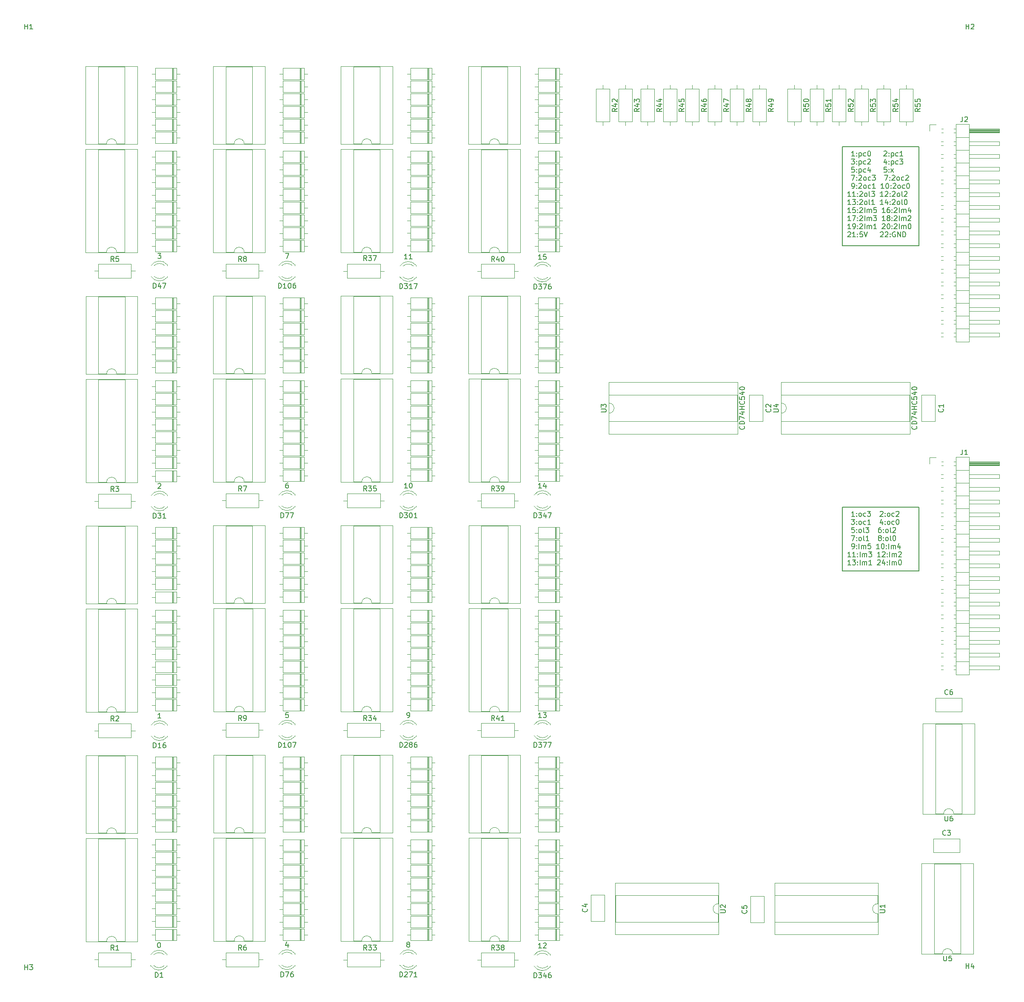
<source format=gbr>
%TF.GenerationSoftware,KiCad,Pcbnew,7.0.7*%
%TF.CreationDate,2023-10-18T21:40:57+09:00*%
%TF.ProjectId,ROM,524f4d2e-6b69-4636-9164-5f7063625858,rev?*%
%TF.SameCoordinates,Original*%
%TF.FileFunction,Legend,Top*%
%TF.FilePolarity,Positive*%
%FSLAX46Y46*%
G04 Gerber Fmt 4.6, Leading zero omitted, Abs format (unit mm)*
G04 Created by KiCad (PCBNEW 7.0.7) date 2023-10-18 21:40:57*
%MOMM*%
%LPD*%
G01*
G04 APERTURE LIST*
%ADD10C,0.150000*%
%ADD11C,0.120000*%
G04 APERTURE END LIST*
D10*
X547912493Y-119974819D02*
X547341065Y-119974819D01*
X547626779Y-119974819D02*
X547626779Y-118974819D01*
X547626779Y-118974819D02*
X547531541Y-119117676D01*
X547531541Y-119117676D02*
X547436303Y-119212914D01*
X547436303Y-119212914D02*
X547341065Y-119260533D01*
X548341065Y-119879580D02*
X548388684Y-119927200D01*
X548388684Y-119927200D02*
X548341065Y-119974819D01*
X548341065Y-119974819D02*
X548293446Y-119927200D01*
X548293446Y-119927200D02*
X548341065Y-119879580D01*
X548341065Y-119879580D02*
X548341065Y-119974819D01*
X548341065Y-119355771D02*
X548388684Y-119403390D01*
X548388684Y-119403390D02*
X548341065Y-119451009D01*
X548341065Y-119451009D02*
X548293446Y-119403390D01*
X548293446Y-119403390D02*
X548341065Y-119355771D01*
X548341065Y-119355771D02*
X548341065Y-119451009D01*
X548960112Y-119974819D02*
X548864874Y-119927200D01*
X548864874Y-119927200D02*
X548817255Y-119879580D01*
X548817255Y-119879580D02*
X548769636Y-119784342D01*
X548769636Y-119784342D02*
X548769636Y-119498628D01*
X548769636Y-119498628D02*
X548817255Y-119403390D01*
X548817255Y-119403390D02*
X548864874Y-119355771D01*
X548864874Y-119355771D02*
X548960112Y-119308152D01*
X548960112Y-119308152D02*
X549102969Y-119308152D01*
X549102969Y-119308152D02*
X549198207Y-119355771D01*
X549198207Y-119355771D02*
X549245826Y-119403390D01*
X549245826Y-119403390D02*
X549293445Y-119498628D01*
X549293445Y-119498628D02*
X549293445Y-119784342D01*
X549293445Y-119784342D02*
X549245826Y-119879580D01*
X549245826Y-119879580D02*
X549198207Y-119927200D01*
X549198207Y-119927200D02*
X549102969Y-119974819D01*
X549102969Y-119974819D02*
X548960112Y-119974819D01*
X550150588Y-119927200D02*
X550055350Y-119974819D01*
X550055350Y-119974819D02*
X549864874Y-119974819D01*
X549864874Y-119974819D02*
X549769636Y-119927200D01*
X549769636Y-119927200D02*
X549722017Y-119879580D01*
X549722017Y-119879580D02*
X549674398Y-119784342D01*
X549674398Y-119784342D02*
X549674398Y-119498628D01*
X549674398Y-119498628D02*
X549722017Y-119403390D01*
X549722017Y-119403390D02*
X549769636Y-119355771D01*
X549769636Y-119355771D02*
X549864874Y-119308152D01*
X549864874Y-119308152D02*
X550055350Y-119308152D01*
X550055350Y-119308152D02*
X550150588Y-119355771D01*
X550483922Y-118974819D02*
X551102969Y-118974819D01*
X551102969Y-118974819D02*
X550769636Y-119355771D01*
X550769636Y-119355771D02*
X550912493Y-119355771D01*
X550912493Y-119355771D02*
X551007731Y-119403390D01*
X551007731Y-119403390D02*
X551055350Y-119451009D01*
X551055350Y-119451009D02*
X551102969Y-119546247D01*
X551102969Y-119546247D02*
X551102969Y-119784342D01*
X551102969Y-119784342D02*
X551055350Y-119879580D01*
X551055350Y-119879580D02*
X551007731Y-119927200D01*
X551007731Y-119927200D02*
X550912493Y-119974819D01*
X550912493Y-119974819D02*
X550626779Y-119974819D01*
X550626779Y-119974819D02*
X550531541Y-119927200D01*
X550531541Y-119927200D02*
X550483922Y-119879580D01*
X553007732Y-119070057D02*
X553055351Y-119022438D01*
X553055351Y-119022438D02*
X553150589Y-118974819D01*
X553150589Y-118974819D02*
X553388684Y-118974819D01*
X553388684Y-118974819D02*
X553483922Y-119022438D01*
X553483922Y-119022438D02*
X553531541Y-119070057D01*
X553531541Y-119070057D02*
X553579160Y-119165295D01*
X553579160Y-119165295D02*
X553579160Y-119260533D01*
X553579160Y-119260533D02*
X553531541Y-119403390D01*
X553531541Y-119403390D02*
X552960113Y-119974819D01*
X552960113Y-119974819D02*
X553579160Y-119974819D01*
X554007732Y-119879580D02*
X554055351Y-119927200D01*
X554055351Y-119927200D02*
X554007732Y-119974819D01*
X554007732Y-119974819D02*
X553960113Y-119927200D01*
X553960113Y-119927200D02*
X554007732Y-119879580D01*
X554007732Y-119879580D02*
X554007732Y-119974819D01*
X554007732Y-119355771D02*
X554055351Y-119403390D01*
X554055351Y-119403390D02*
X554007732Y-119451009D01*
X554007732Y-119451009D02*
X553960113Y-119403390D01*
X553960113Y-119403390D02*
X554007732Y-119355771D01*
X554007732Y-119355771D02*
X554007732Y-119451009D01*
X554626779Y-119974819D02*
X554531541Y-119927200D01*
X554531541Y-119927200D02*
X554483922Y-119879580D01*
X554483922Y-119879580D02*
X554436303Y-119784342D01*
X554436303Y-119784342D02*
X554436303Y-119498628D01*
X554436303Y-119498628D02*
X554483922Y-119403390D01*
X554483922Y-119403390D02*
X554531541Y-119355771D01*
X554531541Y-119355771D02*
X554626779Y-119308152D01*
X554626779Y-119308152D02*
X554769636Y-119308152D01*
X554769636Y-119308152D02*
X554864874Y-119355771D01*
X554864874Y-119355771D02*
X554912493Y-119403390D01*
X554912493Y-119403390D02*
X554960112Y-119498628D01*
X554960112Y-119498628D02*
X554960112Y-119784342D01*
X554960112Y-119784342D02*
X554912493Y-119879580D01*
X554912493Y-119879580D02*
X554864874Y-119927200D01*
X554864874Y-119927200D02*
X554769636Y-119974819D01*
X554769636Y-119974819D02*
X554626779Y-119974819D01*
X555817255Y-119927200D02*
X555722017Y-119974819D01*
X555722017Y-119974819D02*
X555531541Y-119974819D01*
X555531541Y-119974819D02*
X555436303Y-119927200D01*
X555436303Y-119927200D02*
X555388684Y-119879580D01*
X555388684Y-119879580D02*
X555341065Y-119784342D01*
X555341065Y-119784342D02*
X555341065Y-119498628D01*
X555341065Y-119498628D02*
X555388684Y-119403390D01*
X555388684Y-119403390D02*
X555436303Y-119355771D01*
X555436303Y-119355771D02*
X555531541Y-119308152D01*
X555531541Y-119308152D02*
X555722017Y-119308152D01*
X555722017Y-119308152D02*
X555817255Y-119355771D01*
X556198208Y-119070057D02*
X556245827Y-119022438D01*
X556245827Y-119022438D02*
X556341065Y-118974819D01*
X556341065Y-118974819D02*
X556579160Y-118974819D01*
X556579160Y-118974819D02*
X556674398Y-119022438D01*
X556674398Y-119022438D02*
X556722017Y-119070057D01*
X556722017Y-119070057D02*
X556769636Y-119165295D01*
X556769636Y-119165295D02*
X556769636Y-119260533D01*
X556769636Y-119260533D02*
X556722017Y-119403390D01*
X556722017Y-119403390D02*
X556150589Y-119974819D01*
X556150589Y-119974819D02*
X556769636Y-119974819D01*
X547293446Y-120584819D02*
X547912493Y-120584819D01*
X547912493Y-120584819D02*
X547579160Y-120965771D01*
X547579160Y-120965771D02*
X547722017Y-120965771D01*
X547722017Y-120965771D02*
X547817255Y-121013390D01*
X547817255Y-121013390D02*
X547864874Y-121061009D01*
X547864874Y-121061009D02*
X547912493Y-121156247D01*
X547912493Y-121156247D02*
X547912493Y-121394342D01*
X547912493Y-121394342D02*
X547864874Y-121489580D01*
X547864874Y-121489580D02*
X547817255Y-121537200D01*
X547817255Y-121537200D02*
X547722017Y-121584819D01*
X547722017Y-121584819D02*
X547436303Y-121584819D01*
X547436303Y-121584819D02*
X547341065Y-121537200D01*
X547341065Y-121537200D02*
X547293446Y-121489580D01*
X548341065Y-121489580D02*
X548388684Y-121537200D01*
X548388684Y-121537200D02*
X548341065Y-121584819D01*
X548341065Y-121584819D02*
X548293446Y-121537200D01*
X548293446Y-121537200D02*
X548341065Y-121489580D01*
X548341065Y-121489580D02*
X548341065Y-121584819D01*
X548341065Y-120965771D02*
X548388684Y-121013390D01*
X548388684Y-121013390D02*
X548341065Y-121061009D01*
X548341065Y-121061009D02*
X548293446Y-121013390D01*
X548293446Y-121013390D02*
X548341065Y-120965771D01*
X548341065Y-120965771D02*
X548341065Y-121061009D01*
X548960112Y-121584819D02*
X548864874Y-121537200D01*
X548864874Y-121537200D02*
X548817255Y-121489580D01*
X548817255Y-121489580D02*
X548769636Y-121394342D01*
X548769636Y-121394342D02*
X548769636Y-121108628D01*
X548769636Y-121108628D02*
X548817255Y-121013390D01*
X548817255Y-121013390D02*
X548864874Y-120965771D01*
X548864874Y-120965771D02*
X548960112Y-120918152D01*
X548960112Y-120918152D02*
X549102969Y-120918152D01*
X549102969Y-120918152D02*
X549198207Y-120965771D01*
X549198207Y-120965771D02*
X549245826Y-121013390D01*
X549245826Y-121013390D02*
X549293445Y-121108628D01*
X549293445Y-121108628D02*
X549293445Y-121394342D01*
X549293445Y-121394342D02*
X549245826Y-121489580D01*
X549245826Y-121489580D02*
X549198207Y-121537200D01*
X549198207Y-121537200D02*
X549102969Y-121584819D01*
X549102969Y-121584819D02*
X548960112Y-121584819D01*
X550150588Y-121537200D02*
X550055350Y-121584819D01*
X550055350Y-121584819D02*
X549864874Y-121584819D01*
X549864874Y-121584819D02*
X549769636Y-121537200D01*
X549769636Y-121537200D02*
X549722017Y-121489580D01*
X549722017Y-121489580D02*
X549674398Y-121394342D01*
X549674398Y-121394342D02*
X549674398Y-121108628D01*
X549674398Y-121108628D02*
X549722017Y-121013390D01*
X549722017Y-121013390D02*
X549769636Y-120965771D01*
X549769636Y-120965771D02*
X549864874Y-120918152D01*
X549864874Y-120918152D02*
X550055350Y-120918152D01*
X550055350Y-120918152D02*
X550150588Y-120965771D01*
X551102969Y-121584819D02*
X550531541Y-121584819D01*
X550817255Y-121584819D02*
X550817255Y-120584819D01*
X550817255Y-120584819D02*
X550722017Y-120727676D01*
X550722017Y-120727676D02*
X550626779Y-120822914D01*
X550626779Y-120822914D02*
X550531541Y-120870533D01*
X553483922Y-120918152D02*
X553483922Y-121584819D01*
X553245827Y-120537200D02*
X553007732Y-121251485D01*
X553007732Y-121251485D02*
X553626779Y-121251485D01*
X554007732Y-121489580D02*
X554055351Y-121537200D01*
X554055351Y-121537200D02*
X554007732Y-121584819D01*
X554007732Y-121584819D02*
X553960113Y-121537200D01*
X553960113Y-121537200D02*
X554007732Y-121489580D01*
X554007732Y-121489580D02*
X554007732Y-121584819D01*
X554007732Y-120965771D02*
X554055351Y-121013390D01*
X554055351Y-121013390D02*
X554007732Y-121061009D01*
X554007732Y-121061009D02*
X553960113Y-121013390D01*
X553960113Y-121013390D02*
X554007732Y-120965771D01*
X554007732Y-120965771D02*
X554007732Y-121061009D01*
X554626779Y-121584819D02*
X554531541Y-121537200D01*
X554531541Y-121537200D02*
X554483922Y-121489580D01*
X554483922Y-121489580D02*
X554436303Y-121394342D01*
X554436303Y-121394342D02*
X554436303Y-121108628D01*
X554436303Y-121108628D02*
X554483922Y-121013390D01*
X554483922Y-121013390D02*
X554531541Y-120965771D01*
X554531541Y-120965771D02*
X554626779Y-120918152D01*
X554626779Y-120918152D02*
X554769636Y-120918152D01*
X554769636Y-120918152D02*
X554864874Y-120965771D01*
X554864874Y-120965771D02*
X554912493Y-121013390D01*
X554912493Y-121013390D02*
X554960112Y-121108628D01*
X554960112Y-121108628D02*
X554960112Y-121394342D01*
X554960112Y-121394342D02*
X554912493Y-121489580D01*
X554912493Y-121489580D02*
X554864874Y-121537200D01*
X554864874Y-121537200D02*
X554769636Y-121584819D01*
X554769636Y-121584819D02*
X554626779Y-121584819D01*
X555817255Y-121537200D02*
X555722017Y-121584819D01*
X555722017Y-121584819D02*
X555531541Y-121584819D01*
X555531541Y-121584819D02*
X555436303Y-121537200D01*
X555436303Y-121537200D02*
X555388684Y-121489580D01*
X555388684Y-121489580D02*
X555341065Y-121394342D01*
X555341065Y-121394342D02*
X555341065Y-121108628D01*
X555341065Y-121108628D02*
X555388684Y-121013390D01*
X555388684Y-121013390D02*
X555436303Y-120965771D01*
X555436303Y-120965771D02*
X555531541Y-120918152D01*
X555531541Y-120918152D02*
X555722017Y-120918152D01*
X555722017Y-120918152D02*
X555817255Y-120965771D01*
X556436303Y-120584819D02*
X556531541Y-120584819D01*
X556531541Y-120584819D02*
X556626779Y-120632438D01*
X556626779Y-120632438D02*
X556674398Y-120680057D01*
X556674398Y-120680057D02*
X556722017Y-120775295D01*
X556722017Y-120775295D02*
X556769636Y-120965771D01*
X556769636Y-120965771D02*
X556769636Y-121203866D01*
X556769636Y-121203866D02*
X556722017Y-121394342D01*
X556722017Y-121394342D02*
X556674398Y-121489580D01*
X556674398Y-121489580D02*
X556626779Y-121537200D01*
X556626779Y-121537200D02*
X556531541Y-121584819D01*
X556531541Y-121584819D02*
X556436303Y-121584819D01*
X556436303Y-121584819D02*
X556341065Y-121537200D01*
X556341065Y-121537200D02*
X556293446Y-121489580D01*
X556293446Y-121489580D02*
X556245827Y-121394342D01*
X556245827Y-121394342D02*
X556198208Y-121203866D01*
X556198208Y-121203866D02*
X556198208Y-120965771D01*
X556198208Y-120965771D02*
X556245827Y-120775295D01*
X556245827Y-120775295D02*
X556293446Y-120680057D01*
X556293446Y-120680057D02*
X556341065Y-120632438D01*
X556341065Y-120632438D02*
X556436303Y-120584819D01*
X547864874Y-122194819D02*
X547388684Y-122194819D01*
X547388684Y-122194819D02*
X547341065Y-122671009D01*
X547341065Y-122671009D02*
X547388684Y-122623390D01*
X547388684Y-122623390D02*
X547483922Y-122575771D01*
X547483922Y-122575771D02*
X547722017Y-122575771D01*
X547722017Y-122575771D02*
X547817255Y-122623390D01*
X547817255Y-122623390D02*
X547864874Y-122671009D01*
X547864874Y-122671009D02*
X547912493Y-122766247D01*
X547912493Y-122766247D02*
X547912493Y-123004342D01*
X547912493Y-123004342D02*
X547864874Y-123099580D01*
X547864874Y-123099580D02*
X547817255Y-123147200D01*
X547817255Y-123147200D02*
X547722017Y-123194819D01*
X547722017Y-123194819D02*
X547483922Y-123194819D01*
X547483922Y-123194819D02*
X547388684Y-123147200D01*
X547388684Y-123147200D02*
X547341065Y-123099580D01*
X548341065Y-123099580D02*
X548388684Y-123147200D01*
X548388684Y-123147200D02*
X548341065Y-123194819D01*
X548341065Y-123194819D02*
X548293446Y-123147200D01*
X548293446Y-123147200D02*
X548341065Y-123099580D01*
X548341065Y-123099580D02*
X548341065Y-123194819D01*
X548341065Y-122575771D02*
X548388684Y-122623390D01*
X548388684Y-122623390D02*
X548341065Y-122671009D01*
X548341065Y-122671009D02*
X548293446Y-122623390D01*
X548293446Y-122623390D02*
X548341065Y-122575771D01*
X548341065Y-122575771D02*
X548341065Y-122671009D01*
X548960112Y-123194819D02*
X548864874Y-123147200D01*
X548864874Y-123147200D02*
X548817255Y-123099580D01*
X548817255Y-123099580D02*
X548769636Y-123004342D01*
X548769636Y-123004342D02*
X548769636Y-122718628D01*
X548769636Y-122718628D02*
X548817255Y-122623390D01*
X548817255Y-122623390D02*
X548864874Y-122575771D01*
X548864874Y-122575771D02*
X548960112Y-122528152D01*
X548960112Y-122528152D02*
X549102969Y-122528152D01*
X549102969Y-122528152D02*
X549198207Y-122575771D01*
X549198207Y-122575771D02*
X549245826Y-122623390D01*
X549245826Y-122623390D02*
X549293445Y-122718628D01*
X549293445Y-122718628D02*
X549293445Y-123004342D01*
X549293445Y-123004342D02*
X549245826Y-123099580D01*
X549245826Y-123099580D02*
X549198207Y-123147200D01*
X549198207Y-123147200D02*
X549102969Y-123194819D01*
X549102969Y-123194819D02*
X548960112Y-123194819D01*
X549864874Y-123194819D02*
X549769636Y-123147200D01*
X549769636Y-123147200D02*
X549722017Y-123051961D01*
X549722017Y-123051961D02*
X549722017Y-122194819D01*
X550150589Y-122194819D02*
X550769636Y-122194819D01*
X550769636Y-122194819D02*
X550436303Y-122575771D01*
X550436303Y-122575771D02*
X550579160Y-122575771D01*
X550579160Y-122575771D02*
X550674398Y-122623390D01*
X550674398Y-122623390D02*
X550722017Y-122671009D01*
X550722017Y-122671009D02*
X550769636Y-122766247D01*
X550769636Y-122766247D02*
X550769636Y-123004342D01*
X550769636Y-123004342D02*
X550722017Y-123099580D01*
X550722017Y-123099580D02*
X550674398Y-123147200D01*
X550674398Y-123147200D02*
X550579160Y-123194819D01*
X550579160Y-123194819D02*
X550293446Y-123194819D01*
X550293446Y-123194819D02*
X550198208Y-123147200D01*
X550198208Y-123147200D02*
X550150589Y-123099580D01*
X553150589Y-122194819D02*
X552960113Y-122194819D01*
X552960113Y-122194819D02*
X552864875Y-122242438D01*
X552864875Y-122242438D02*
X552817256Y-122290057D01*
X552817256Y-122290057D02*
X552722018Y-122432914D01*
X552722018Y-122432914D02*
X552674399Y-122623390D01*
X552674399Y-122623390D02*
X552674399Y-123004342D01*
X552674399Y-123004342D02*
X552722018Y-123099580D01*
X552722018Y-123099580D02*
X552769637Y-123147200D01*
X552769637Y-123147200D02*
X552864875Y-123194819D01*
X552864875Y-123194819D02*
X553055351Y-123194819D01*
X553055351Y-123194819D02*
X553150589Y-123147200D01*
X553150589Y-123147200D02*
X553198208Y-123099580D01*
X553198208Y-123099580D02*
X553245827Y-123004342D01*
X553245827Y-123004342D02*
X553245827Y-122766247D01*
X553245827Y-122766247D02*
X553198208Y-122671009D01*
X553198208Y-122671009D02*
X553150589Y-122623390D01*
X553150589Y-122623390D02*
X553055351Y-122575771D01*
X553055351Y-122575771D02*
X552864875Y-122575771D01*
X552864875Y-122575771D02*
X552769637Y-122623390D01*
X552769637Y-122623390D02*
X552722018Y-122671009D01*
X552722018Y-122671009D02*
X552674399Y-122766247D01*
X553674399Y-123099580D02*
X553722018Y-123147200D01*
X553722018Y-123147200D02*
X553674399Y-123194819D01*
X553674399Y-123194819D02*
X553626780Y-123147200D01*
X553626780Y-123147200D02*
X553674399Y-123099580D01*
X553674399Y-123099580D02*
X553674399Y-123194819D01*
X553674399Y-122575771D02*
X553722018Y-122623390D01*
X553722018Y-122623390D02*
X553674399Y-122671009D01*
X553674399Y-122671009D02*
X553626780Y-122623390D01*
X553626780Y-122623390D02*
X553674399Y-122575771D01*
X553674399Y-122575771D02*
X553674399Y-122671009D01*
X554293446Y-123194819D02*
X554198208Y-123147200D01*
X554198208Y-123147200D02*
X554150589Y-123099580D01*
X554150589Y-123099580D02*
X554102970Y-123004342D01*
X554102970Y-123004342D02*
X554102970Y-122718628D01*
X554102970Y-122718628D02*
X554150589Y-122623390D01*
X554150589Y-122623390D02*
X554198208Y-122575771D01*
X554198208Y-122575771D02*
X554293446Y-122528152D01*
X554293446Y-122528152D02*
X554436303Y-122528152D01*
X554436303Y-122528152D02*
X554531541Y-122575771D01*
X554531541Y-122575771D02*
X554579160Y-122623390D01*
X554579160Y-122623390D02*
X554626779Y-122718628D01*
X554626779Y-122718628D02*
X554626779Y-123004342D01*
X554626779Y-123004342D02*
X554579160Y-123099580D01*
X554579160Y-123099580D02*
X554531541Y-123147200D01*
X554531541Y-123147200D02*
X554436303Y-123194819D01*
X554436303Y-123194819D02*
X554293446Y-123194819D01*
X555198208Y-123194819D02*
X555102970Y-123147200D01*
X555102970Y-123147200D02*
X555055351Y-123051961D01*
X555055351Y-123051961D02*
X555055351Y-122194819D01*
X555531542Y-122290057D02*
X555579161Y-122242438D01*
X555579161Y-122242438D02*
X555674399Y-122194819D01*
X555674399Y-122194819D02*
X555912494Y-122194819D01*
X555912494Y-122194819D02*
X556007732Y-122242438D01*
X556007732Y-122242438D02*
X556055351Y-122290057D01*
X556055351Y-122290057D02*
X556102970Y-122385295D01*
X556102970Y-122385295D02*
X556102970Y-122480533D01*
X556102970Y-122480533D02*
X556055351Y-122623390D01*
X556055351Y-122623390D02*
X555483923Y-123194819D01*
X555483923Y-123194819D02*
X556102970Y-123194819D01*
X547293446Y-123804819D02*
X547960112Y-123804819D01*
X547960112Y-123804819D02*
X547531541Y-124804819D01*
X548341065Y-124709580D02*
X548388684Y-124757200D01*
X548388684Y-124757200D02*
X548341065Y-124804819D01*
X548341065Y-124804819D02*
X548293446Y-124757200D01*
X548293446Y-124757200D02*
X548341065Y-124709580D01*
X548341065Y-124709580D02*
X548341065Y-124804819D01*
X548341065Y-124185771D02*
X548388684Y-124233390D01*
X548388684Y-124233390D02*
X548341065Y-124281009D01*
X548341065Y-124281009D02*
X548293446Y-124233390D01*
X548293446Y-124233390D02*
X548341065Y-124185771D01*
X548341065Y-124185771D02*
X548341065Y-124281009D01*
X548960112Y-124804819D02*
X548864874Y-124757200D01*
X548864874Y-124757200D02*
X548817255Y-124709580D01*
X548817255Y-124709580D02*
X548769636Y-124614342D01*
X548769636Y-124614342D02*
X548769636Y-124328628D01*
X548769636Y-124328628D02*
X548817255Y-124233390D01*
X548817255Y-124233390D02*
X548864874Y-124185771D01*
X548864874Y-124185771D02*
X548960112Y-124138152D01*
X548960112Y-124138152D02*
X549102969Y-124138152D01*
X549102969Y-124138152D02*
X549198207Y-124185771D01*
X549198207Y-124185771D02*
X549245826Y-124233390D01*
X549245826Y-124233390D02*
X549293445Y-124328628D01*
X549293445Y-124328628D02*
X549293445Y-124614342D01*
X549293445Y-124614342D02*
X549245826Y-124709580D01*
X549245826Y-124709580D02*
X549198207Y-124757200D01*
X549198207Y-124757200D02*
X549102969Y-124804819D01*
X549102969Y-124804819D02*
X548960112Y-124804819D01*
X549864874Y-124804819D02*
X549769636Y-124757200D01*
X549769636Y-124757200D02*
X549722017Y-124661961D01*
X549722017Y-124661961D02*
X549722017Y-123804819D01*
X550769636Y-124804819D02*
X550198208Y-124804819D01*
X550483922Y-124804819D02*
X550483922Y-123804819D01*
X550483922Y-123804819D02*
X550388684Y-123947676D01*
X550388684Y-123947676D02*
X550293446Y-124042914D01*
X550293446Y-124042914D02*
X550198208Y-124090533D01*
X552864875Y-124233390D02*
X552769637Y-124185771D01*
X552769637Y-124185771D02*
X552722018Y-124138152D01*
X552722018Y-124138152D02*
X552674399Y-124042914D01*
X552674399Y-124042914D02*
X552674399Y-123995295D01*
X552674399Y-123995295D02*
X552722018Y-123900057D01*
X552722018Y-123900057D02*
X552769637Y-123852438D01*
X552769637Y-123852438D02*
X552864875Y-123804819D01*
X552864875Y-123804819D02*
X553055351Y-123804819D01*
X553055351Y-123804819D02*
X553150589Y-123852438D01*
X553150589Y-123852438D02*
X553198208Y-123900057D01*
X553198208Y-123900057D02*
X553245827Y-123995295D01*
X553245827Y-123995295D02*
X553245827Y-124042914D01*
X553245827Y-124042914D02*
X553198208Y-124138152D01*
X553198208Y-124138152D02*
X553150589Y-124185771D01*
X553150589Y-124185771D02*
X553055351Y-124233390D01*
X553055351Y-124233390D02*
X552864875Y-124233390D01*
X552864875Y-124233390D02*
X552769637Y-124281009D01*
X552769637Y-124281009D02*
X552722018Y-124328628D01*
X552722018Y-124328628D02*
X552674399Y-124423866D01*
X552674399Y-124423866D02*
X552674399Y-124614342D01*
X552674399Y-124614342D02*
X552722018Y-124709580D01*
X552722018Y-124709580D02*
X552769637Y-124757200D01*
X552769637Y-124757200D02*
X552864875Y-124804819D01*
X552864875Y-124804819D02*
X553055351Y-124804819D01*
X553055351Y-124804819D02*
X553150589Y-124757200D01*
X553150589Y-124757200D02*
X553198208Y-124709580D01*
X553198208Y-124709580D02*
X553245827Y-124614342D01*
X553245827Y-124614342D02*
X553245827Y-124423866D01*
X553245827Y-124423866D02*
X553198208Y-124328628D01*
X553198208Y-124328628D02*
X553150589Y-124281009D01*
X553150589Y-124281009D02*
X553055351Y-124233390D01*
X553674399Y-124709580D02*
X553722018Y-124757200D01*
X553722018Y-124757200D02*
X553674399Y-124804819D01*
X553674399Y-124804819D02*
X553626780Y-124757200D01*
X553626780Y-124757200D02*
X553674399Y-124709580D01*
X553674399Y-124709580D02*
X553674399Y-124804819D01*
X553674399Y-124185771D02*
X553722018Y-124233390D01*
X553722018Y-124233390D02*
X553674399Y-124281009D01*
X553674399Y-124281009D02*
X553626780Y-124233390D01*
X553626780Y-124233390D02*
X553674399Y-124185771D01*
X553674399Y-124185771D02*
X553674399Y-124281009D01*
X554293446Y-124804819D02*
X554198208Y-124757200D01*
X554198208Y-124757200D02*
X554150589Y-124709580D01*
X554150589Y-124709580D02*
X554102970Y-124614342D01*
X554102970Y-124614342D02*
X554102970Y-124328628D01*
X554102970Y-124328628D02*
X554150589Y-124233390D01*
X554150589Y-124233390D02*
X554198208Y-124185771D01*
X554198208Y-124185771D02*
X554293446Y-124138152D01*
X554293446Y-124138152D02*
X554436303Y-124138152D01*
X554436303Y-124138152D02*
X554531541Y-124185771D01*
X554531541Y-124185771D02*
X554579160Y-124233390D01*
X554579160Y-124233390D02*
X554626779Y-124328628D01*
X554626779Y-124328628D02*
X554626779Y-124614342D01*
X554626779Y-124614342D02*
X554579160Y-124709580D01*
X554579160Y-124709580D02*
X554531541Y-124757200D01*
X554531541Y-124757200D02*
X554436303Y-124804819D01*
X554436303Y-124804819D02*
X554293446Y-124804819D01*
X555198208Y-124804819D02*
X555102970Y-124757200D01*
X555102970Y-124757200D02*
X555055351Y-124661961D01*
X555055351Y-124661961D02*
X555055351Y-123804819D01*
X555769637Y-123804819D02*
X555864875Y-123804819D01*
X555864875Y-123804819D02*
X555960113Y-123852438D01*
X555960113Y-123852438D02*
X556007732Y-123900057D01*
X556007732Y-123900057D02*
X556055351Y-123995295D01*
X556055351Y-123995295D02*
X556102970Y-124185771D01*
X556102970Y-124185771D02*
X556102970Y-124423866D01*
X556102970Y-124423866D02*
X556055351Y-124614342D01*
X556055351Y-124614342D02*
X556007732Y-124709580D01*
X556007732Y-124709580D02*
X555960113Y-124757200D01*
X555960113Y-124757200D02*
X555864875Y-124804819D01*
X555864875Y-124804819D02*
X555769637Y-124804819D01*
X555769637Y-124804819D02*
X555674399Y-124757200D01*
X555674399Y-124757200D02*
X555626780Y-124709580D01*
X555626780Y-124709580D02*
X555579161Y-124614342D01*
X555579161Y-124614342D02*
X555531542Y-124423866D01*
X555531542Y-124423866D02*
X555531542Y-124185771D01*
X555531542Y-124185771D02*
X555579161Y-123995295D01*
X555579161Y-123995295D02*
X555626780Y-123900057D01*
X555626780Y-123900057D02*
X555674399Y-123852438D01*
X555674399Y-123852438D02*
X555769637Y-123804819D01*
X547436303Y-126414819D02*
X547626779Y-126414819D01*
X547626779Y-126414819D02*
X547722017Y-126367200D01*
X547722017Y-126367200D02*
X547769636Y-126319580D01*
X547769636Y-126319580D02*
X547864874Y-126176723D01*
X547864874Y-126176723D02*
X547912493Y-125986247D01*
X547912493Y-125986247D02*
X547912493Y-125605295D01*
X547912493Y-125605295D02*
X547864874Y-125510057D01*
X547864874Y-125510057D02*
X547817255Y-125462438D01*
X547817255Y-125462438D02*
X547722017Y-125414819D01*
X547722017Y-125414819D02*
X547531541Y-125414819D01*
X547531541Y-125414819D02*
X547436303Y-125462438D01*
X547436303Y-125462438D02*
X547388684Y-125510057D01*
X547388684Y-125510057D02*
X547341065Y-125605295D01*
X547341065Y-125605295D02*
X547341065Y-125843390D01*
X547341065Y-125843390D02*
X547388684Y-125938628D01*
X547388684Y-125938628D02*
X547436303Y-125986247D01*
X547436303Y-125986247D02*
X547531541Y-126033866D01*
X547531541Y-126033866D02*
X547722017Y-126033866D01*
X547722017Y-126033866D02*
X547817255Y-125986247D01*
X547817255Y-125986247D02*
X547864874Y-125938628D01*
X547864874Y-125938628D02*
X547912493Y-125843390D01*
X548341065Y-126319580D02*
X548388684Y-126367200D01*
X548388684Y-126367200D02*
X548341065Y-126414819D01*
X548341065Y-126414819D02*
X548293446Y-126367200D01*
X548293446Y-126367200D02*
X548341065Y-126319580D01*
X548341065Y-126319580D02*
X548341065Y-126414819D01*
X548341065Y-125795771D02*
X548388684Y-125843390D01*
X548388684Y-125843390D02*
X548341065Y-125891009D01*
X548341065Y-125891009D02*
X548293446Y-125843390D01*
X548293446Y-125843390D02*
X548341065Y-125795771D01*
X548341065Y-125795771D02*
X548341065Y-125891009D01*
X548817255Y-126414819D02*
X548817255Y-125414819D01*
X549293445Y-126414819D02*
X549293445Y-125748152D01*
X549293445Y-125843390D02*
X549341064Y-125795771D01*
X549341064Y-125795771D02*
X549436302Y-125748152D01*
X549436302Y-125748152D02*
X549579159Y-125748152D01*
X549579159Y-125748152D02*
X549674397Y-125795771D01*
X549674397Y-125795771D02*
X549722016Y-125891009D01*
X549722016Y-125891009D02*
X549722016Y-126414819D01*
X549722016Y-125891009D02*
X549769635Y-125795771D01*
X549769635Y-125795771D02*
X549864873Y-125748152D01*
X549864873Y-125748152D02*
X550007730Y-125748152D01*
X550007730Y-125748152D02*
X550102969Y-125795771D01*
X550102969Y-125795771D02*
X550150588Y-125891009D01*
X550150588Y-125891009D02*
X550150588Y-126414819D01*
X551102968Y-125414819D02*
X550626778Y-125414819D01*
X550626778Y-125414819D02*
X550579159Y-125891009D01*
X550579159Y-125891009D02*
X550626778Y-125843390D01*
X550626778Y-125843390D02*
X550722016Y-125795771D01*
X550722016Y-125795771D02*
X550960111Y-125795771D01*
X550960111Y-125795771D02*
X551055349Y-125843390D01*
X551055349Y-125843390D02*
X551102968Y-125891009D01*
X551102968Y-125891009D02*
X551150587Y-125986247D01*
X551150587Y-125986247D02*
X551150587Y-126224342D01*
X551150587Y-126224342D02*
X551102968Y-126319580D01*
X551102968Y-126319580D02*
X551055349Y-126367200D01*
X551055349Y-126367200D02*
X550960111Y-126414819D01*
X550960111Y-126414819D02*
X550722016Y-126414819D01*
X550722016Y-126414819D02*
X550626778Y-126367200D01*
X550626778Y-126367200D02*
X550579159Y-126319580D01*
X552864873Y-126414819D02*
X552293445Y-126414819D01*
X552579159Y-126414819D02*
X552579159Y-125414819D01*
X552579159Y-125414819D02*
X552483921Y-125557676D01*
X552483921Y-125557676D02*
X552388683Y-125652914D01*
X552388683Y-125652914D02*
X552293445Y-125700533D01*
X553483921Y-125414819D02*
X553579159Y-125414819D01*
X553579159Y-125414819D02*
X553674397Y-125462438D01*
X553674397Y-125462438D02*
X553722016Y-125510057D01*
X553722016Y-125510057D02*
X553769635Y-125605295D01*
X553769635Y-125605295D02*
X553817254Y-125795771D01*
X553817254Y-125795771D02*
X553817254Y-126033866D01*
X553817254Y-126033866D02*
X553769635Y-126224342D01*
X553769635Y-126224342D02*
X553722016Y-126319580D01*
X553722016Y-126319580D02*
X553674397Y-126367200D01*
X553674397Y-126367200D02*
X553579159Y-126414819D01*
X553579159Y-126414819D02*
X553483921Y-126414819D01*
X553483921Y-126414819D02*
X553388683Y-126367200D01*
X553388683Y-126367200D02*
X553341064Y-126319580D01*
X553341064Y-126319580D02*
X553293445Y-126224342D01*
X553293445Y-126224342D02*
X553245826Y-126033866D01*
X553245826Y-126033866D02*
X553245826Y-125795771D01*
X553245826Y-125795771D02*
X553293445Y-125605295D01*
X553293445Y-125605295D02*
X553341064Y-125510057D01*
X553341064Y-125510057D02*
X553388683Y-125462438D01*
X553388683Y-125462438D02*
X553483921Y-125414819D01*
X554245826Y-126319580D02*
X554293445Y-126367200D01*
X554293445Y-126367200D02*
X554245826Y-126414819D01*
X554245826Y-126414819D02*
X554198207Y-126367200D01*
X554198207Y-126367200D02*
X554245826Y-126319580D01*
X554245826Y-126319580D02*
X554245826Y-126414819D01*
X554245826Y-125795771D02*
X554293445Y-125843390D01*
X554293445Y-125843390D02*
X554245826Y-125891009D01*
X554245826Y-125891009D02*
X554198207Y-125843390D01*
X554198207Y-125843390D02*
X554245826Y-125795771D01*
X554245826Y-125795771D02*
X554245826Y-125891009D01*
X554722016Y-126414819D02*
X554722016Y-125414819D01*
X555198206Y-126414819D02*
X555198206Y-125748152D01*
X555198206Y-125843390D02*
X555245825Y-125795771D01*
X555245825Y-125795771D02*
X555341063Y-125748152D01*
X555341063Y-125748152D02*
X555483920Y-125748152D01*
X555483920Y-125748152D02*
X555579158Y-125795771D01*
X555579158Y-125795771D02*
X555626777Y-125891009D01*
X555626777Y-125891009D02*
X555626777Y-126414819D01*
X555626777Y-125891009D02*
X555674396Y-125795771D01*
X555674396Y-125795771D02*
X555769634Y-125748152D01*
X555769634Y-125748152D02*
X555912491Y-125748152D01*
X555912491Y-125748152D02*
X556007730Y-125795771D01*
X556007730Y-125795771D02*
X556055349Y-125891009D01*
X556055349Y-125891009D02*
X556055349Y-126414819D01*
X556960110Y-125748152D02*
X556960110Y-126414819D01*
X556722015Y-125367200D02*
X556483920Y-126081485D01*
X556483920Y-126081485D02*
X557102967Y-126081485D01*
X547150588Y-128024819D02*
X546579160Y-128024819D01*
X546864874Y-128024819D02*
X546864874Y-127024819D01*
X546864874Y-127024819D02*
X546769636Y-127167676D01*
X546769636Y-127167676D02*
X546674398Y-127262914D01*
X546674398Y-127262914D02*
X546579160Y-127310533D01*
X548102969Y-128024819D02*
X547531541Y-128024819D01*
X547817255Y-128024819D02*
X547817255Y-127024819D01*
X547817255Y-127024819D02*
X547722017Y-127167676D01*
X547722017Y-127167676D02*
X547626779Y-127262914D01*
X547626779Y-127262914D02*
X547531541Y-127310533D01*
X548531541Y-127929580D02*
X548579160Y-127977200D01*
X548579160Y-127977200D02*
X548531541Y-128024819D01*
X548531541Y-128024819D02*
X548483922Y-127977200D01*
X548483922Y-127977200D02*
X548531541Y-127929580D01*
X548531541Y-127929580D02*
X548531541Y-128024819D01*
X548531541Y-127405771D02*
X548579160Y-127453390D01*
X548579160Y-127453390D02*
X548531541Y-127501009D01*
X548531541Y-127501009D02*
X548483922Y-127453390D01*
X548483922Y-127453390D02*
X548531541Y-127405771D01*
X548531541Y-127405771D02*
X548531541Y-127501009D01*
X549007731Y-128024819D02*
X549007731Y-127024819D01*
X549483921Y-128024819D02*
X549483921Y-127358152D01*
X549483921Y-127453390D02*
X549531540Y-127405771D01*
X549531540Y-127405771D02*
X549626778Y-127358152D01*
X549626778Y-127358152D02*
X549769635Y-127358152D01*
X549769635Y-127358152D02*
X549864873Y-127405771D01*
X549864873Y-127405771D02*
X549912492Y-127501009D01*
X549912492Y-127501009D02*
X549912492Y-128024819D01*
X549912492Y-127501009D02*
X549960111Y-127405771D01*
X549960111Y-127405771D02*
X550055349Y-127358152D01*
X550055349Y-127358152D02*
X550198206Y-127358152D01*
X550198206Y-127358152D02*
X550293445Y-127405771D01*
X550293445Y-127405771D02*
X550341064Y-127501009D01*
X550341064Y-127501009D02*
X550341064Y-128024819D01*
X550722016Y-127024819D02*
X551341063Y-127024819D01*
X551341063Y-127024819D02*
X551007730Y-127405771D01*
X551007730Y-127405771D02*
X551150587Y-127405771D01*
X551150587Y-127405771D02*
X551245825Y-127453390D01*
X551245825Y-127453390D02*
X551293444Y-127501009D01*
X551293444Y-127501009D02*
X551341063Y-127596247D01*
X551341063Y-127596247D02*
X551341063Y-127834342D01*
X551341063Y-127834342D02*
X551293444Y-127929580D01*
X551293444Y-127929580D02*
X551245825Y-127977200D01*
X551245825Y-127977200D02*
X551150587Y-128024819D01*
X551150587Y-128024819D02*
X550864873Y-128024819D01*
X550864873Y-128024819D02*
X550769635Y-127977200D01*
X550769635Y-127977200D02*
X550722016Y-127929580D01*
X553055349Y-128024819D02*
X552483921Y-128024819D01*
X552769635Y-128024819D02*
X552769635Y-127024819D01*
X552769635Y-127024819D02*
X552674397Y-127167676D01*
X552674397Y-127167676D02*
X552579159Y-127262914D01*
X552579159Y-127262914D02*
X552483921Y-127310533D01*
X553436302Y-127120057D02*
X553483921Y-127072438D01*
X553483921Y-127072438D02*
X553579159Y-127024819D01*
X553579159Y-127024819D02*
X553817254Y-127024819D01*
X553817254Y-127024819D02*
X553912492Y-127072438D01*
X553912492Y-127072438D02*
X553960111Y-127120057D01*
X553960111Y-127120057D02*
X554007730Y-127215295D01*
X554007730Y-127215295D02*
X554007730Y-127310533D01*
X554007730Y-127310533D02*
X553960111Y-127453390D01*
X553960111Y-127453390D02*
X553388683Y-128024819D01*
X553388683Y-128024819D02*
X554007730Y-128024819D01*
X554436302Y-127929580D02*
X554483921Y-127977200D01*
X554483921Y-127977200D02*
X554436302Y-128024819D01*
X554436302Y-128024819D02*
X554388683Y-127977200D01*
X554388683Y-127977200D02*
X554436302Y-127929580D01*
X554436302Y-127929580D02*
X554436302Y-128024819D01*
X554436302Y-127405771D02*
X554483921Y-127453390D01*
X554483921Y-127453390D02*
X554436302Y-127501009D01*
X554436302Y-127501009D02*
X554388683Y-127453390D01*
X554388683Y-127453390D02*
X554436302Y-127405771D01*
X554436302Y-127405771D02*
X554436302Y-127501009D01*
X554912492Y-128024819D02*
X554912492Y-127024819D01*
X555388682Y-128024819D02*
X555388682Y-127358152D01*
X555388682Y-127453390D02*
X555436301Y-127405771D01*
X555436301Y-127405771D02*
X555531539Y-127358152D01*
X555531539Y-127358152D02*
X555674396Y-127358152D01*
X555674396Y-127358152D02*
X555769634Y-127405771D01*
X555769634Y-127405771D02*
X555817253Y-127501009D01*
X555817253Y-127501009D02*
X555817253Y-128024819D01*
X555817253Y-127501009D02*
X555864872Y-127405771D01*
X555864872Y-127405771D02*
X555960110Y-127358152D01*
X555960110Y-127358152D02*
X556102967Y-127358152D01*
X556102967Y-127358152D02*
X556198206Y-127405771D01*
X556198206Y-127405771D02*
X556245825Y-127501009D01*
X556245825Y-127501009D02*
X556245825Y-128024819D01*
X556674396Y-127120057D02*
X556722015Y-127072438D01*
X556722015Y-127072438D02*
X556817253Y-127024819D01*
X556817253Y-127024819D02*
X557055348Y-127024819D01*
X557055348Y-127024819D02*
X557150586Y-127072438D01*
X557150586Y-127072438D02*
X557198205Y-127120057D01*
X557198205Y-127120057D02*
X557245824Y-127215295D01*
X557245824Y-127215295D02*
X557245824Y-127310533D01*
X557245824Y-127310533D02*
X557198205Y-127453390D01*
X557198205Y-127453390D02*
X556626777Y-128024819D01*
X556626777Y-128024819D02*
X557245824Y-128024819D01*
X547150588Y-129634819D02*
X546579160Y-129634819D01*
X546864874Y-129634819D02*
X546864874Y-128634819D01*
X546864874Y-128634819D02*
X546769636Y-128777676D01*
X546769636Y-128777676D02*
X546674398Y-128872914D01*
X546674398Y-128872914D02*
X546579160Y-128920533D01*
X547483922Y-128634819D02*
X548102969Y-128634819D01*
X548102969Y-128634819D02*
X547769636Y-129015771D01*
X547769636Y-129015771D02*
X547912493Y-129015771D01*
X547912493Y-129015771D02*
X548007731Y-129063390D01*
X548007731Y-129063390D02*
X548055350Y-129111009D01*
X548055350Y-129111009D02*
X548102969Y-129206247D01*
X548102969Y-129206247D02*
X548102969Y-129444342D01*
X548102969Y-129444342D02*
X548055350Y-129539580D01*
X548055350Y-129539580D02*
X548007731Y-129587200D01*
X548007731Y-129587200D02*
X547912493Y-129634819D01*
X547912493Y-129634819D02*
X547626779Y-129634819D01*
X547626779Y-129634819D02*
X547531541Y-129587200D01*
X547531541Y-129587200D02*
X547483922Y-129539580D01*
X548531541Y-129539580D02*
X548579160Y-129587200D01*
X548579160Y-129587200D02*
X548531541Y-129634819D01*
X548531541Y-129634819D02*
X548483922Y-129587200D01*
X548483922Y-129587200D02*
X548531541Y-129539580D01*
X548531541Y-129539580D02*
X548531541Y-129634819D01*
X548531541Y-129015771D02*
X548579160Y-129063390D01*
X548579160Y-129063390D02*
X548531541Y-129111009D01*
X548531541Y-129111009D02*
X548483922Y-129063390D01*
X548483922Y-129063390D02*
X548531541Y-129015771D01*
X548531541Y-129015771D02*
X548531541Y-129111009D01*
X549007731Y-129634819D02*
X549007731Y-128634819D01*
X549483921Y-129634819D02*
X549483921Y-128968152D01*
X549483921Y-129063390D02*
X549531540Y-129015771D01*
X549531540Y-129015771D02*
X549626778Y-128968152D01*
X549626778Y-128968152D02*
X549769635Y-128968152D01*
X549769635Y-128968152D02*
X549864873Y-129015771D01*
X549864873Y-129015771D02*
X549912492Y-129111009D01*
X549912492Y-129111009D02*
X549912492Y-129634819D01*
X549912492Y-129111009D02*
X549960111Y-129015771D01*
X549960111Y-129015771D02*
X550055349Y-128968152D01*
X550055349Y-128968152D02*
X550198206Y-128968152D01*
X550198206Y-128968152D02*
X550293445Y-129015771D01*
X550293445Y-129015771D02*
X550341064Y-129111009D01*
X550341064Y-129111009D02*
X550341064Y-129634819D01*
X551341063Y-129634819D02*
X550769635Y-129634819D01*
X551055349Y-129634819D02*
X551055349Y-128634819D01*
X551055349Y-128634819D02*
X550960111Y-128777676D01*
X550960111Y-128777676D02*
X550864873Y-128872914D01*
X550864873Y-128872914D02*
X550769635Y-128920533D01*
X552483921Y-128730057D02*
X552531540Y-128682438D01*
X552531540Y-128682438D02*
X552626778Y-128634819D01*
X552626778Y-128634819D02*
X552864873Y-128634819D01*
X552864873Y-128634819D02*
X552960111Y-128682438D01*
X552960111Y-128682438D02*
X553007730Y-128730057D01*
X553007730Y-128730057D02*
X553055349Y-128825295D01*
X553055349Y-128825295D02*
X553055349Y-128920533D01*
X553055349Y-128920533D02*
X553007730Y-129063390D01*
X553007730Y-129063390D02*
X552436302Y-129634819D01*
X552436302Y-129634819D02*
X553055349Y-129634819D01*
X553912492Y-128968152D02*
X553912492Y-129634819D01*
X553674397Y-128587200D02*
X553436302Y-129301485D01*
X553436302Y-129301485D02*
X554055349Y-129301485D01*
X554436302Y-129539580D02*
X554483921Y-129587200D01*
X554483921Y-129587200D02*
X554436302Y-129634819D01*
X554436302Y-129634819D02*
X554388683Y-129587200D01*
X554388683Y-129587200D02*
X554436302Y-129539580D01*
X554436302Y-129539580D02*
X554436302Y-129634819D01*
X554436302Y-129015771D02*
X554483921Y-129063390D01*
X554483921Y-129063390D02*
X554436302Y-129111009D01*
X554436302Y-129111009D02*
X554388683Y-129063390D01*
X554388683Y-129063390D02*
X554436302Y-129015771D01*
X554436302Y-129015771D02*
X554436302Y-129111009D01*
X554912492Y-129634819D02*
X554912492Y-128634819D01*
X555388682Y-129634819D02*
X555388682Y-128968152D01*
X555388682Y-129063390D02*
X555436301Y-129015771D01*
X555436301Y-129015771D02*
X555531539Y-128968152D01*
X555531539Y-128968152D02*
X555674396Y-128968152D01*
X555674396Y-128968152D02*
X555769634Y-129015771D01*
X555769634Y-129015771D02*
X555817253Y-129111009D01*
X555817253Y-129111009D02*
X555817253Y-129634819D01*
X555817253Y-129111009D02*
X555864872Y-129015771D01*
X555864872Y-129015771D02*
X555960110Y-128968152D01*
X555960110Y-128968152D02*
X556102967Y-128968152D01*
X556102967Y-128968152D02*
X556198206Y-129015771D01*
X556198206Y-129015771D02*
X556245825Y-129111009D01*
X556245825Y-129111009D02*
X556245825Y-129634819D01*
X556912491Y-128634819D02*
X557007729Y-128634819D01*
X557007729Y-128634819D02*
X557102967Y-128682438D01*
X557102967Y-128682438D02*
X557150586Y-128730057D01*
X557150586Y-128730057D02*
X557198205Y-128825295D01*
X557198205Y-128825295D02*
X557245824Y-129015771D01*
X557245824Y-129015771D02*
X557245824Y-129253866D01*
X557245824Y-129253866D02*
X557198205Y-129444342D01*
X557198205Y-129444342D02*
X557150586Y-129539580D01*
X557150586Y-129539580D02*
X557102967Y-129587200D01*
X557102967Y-129587200D02*
X557007729Y-129634819D01*
X557007729Y-129634819D02*
X556912491Y-129634819D01*
X556912491Y-129634819D02*
X556817253Y-129587200D01*
X556817253Y-129587200D02*
X556769634Y-129539580D01*
X556769634Y-129539580D02*
X556722015Y-129444342D01*
X556722015Y-129444342D02*
X556674396Y-129253866D01*
X556674396Y-129253866D02*
X556674396Y-129015771D01*
X556674396Y-129015771D02*
X556722015Y-128825295D01*
X556722015Y-128825295D02*
X556769634Y-128730057D01*
X556769634Y-128730057D02*
X556817253Y-128682438D01*
X556817253Y-128682438D02*
X556912491Y-128634819D01*
X545465000Y-118110000D02*
X560705000Y-118110000D01*
X560705000Y-130810000D01*
X545465000Y-130810000D01*
X545465000Y-118110000D01*
X547912493Y-48219819D02*
X547341065Y-48219819D01*
X547626779Y-48219819D02*
X547626779Y-47219819D01*
X547626779Y-47219819D02*
X547531541Y-47362676D01*
X547531541Y-47362676D02*
X547436303Y-47457914D01*
X547436303Y-47457914D02*
X547341065Y-47505533D01*
X548341065Y-48124580D02*
X548388684Y-48172200D01*
X548388684Y-48172200D02*
X548341065Y-48219819D01*
X548341065Y-48219819D02*
X548293446Y-48172200D01*
X548293446Y-48172200D02*
X548341065Y-48124580D01*
X548341065Y-48124580D02*
X548341065Y-48219819D01*
X548341065Y-47600771D02*
X548388684Y-47648390D01*
X548388684Y-47648390D02*
X548341065Y-47696009D01*
X548341065Y-47696009D02*
X548293446Y-47648390D01*
X548293446Y-47648390D02*
X548341065Y-47600771D01*
X548341065Y-47600771D02*
X548341065Y-47696009D01*
X548817255Y-47553152D02*
X548817255Y-48553152D01*
X548817255Y-47600771D02*
X548912493Y-47553152D01*
X548912493Y-47553152D02*
X549102969Y-47553152D01*
X549102969Y-47553152D02*
X549198207Y-47600771D01*
X549198207Y-47600771D02*
X549245826Y-47648390D01*
X549245826Y-47648390D02*
X549293445Y-47743628D01*
X549293445Y-47743628D02*
X549293445Y-48029342D01*
X549293445Y-48029342D02*
X549245826Y-48124580D01*
X549245826Y-48124580D02*
X549198207Y-48172200D01*
X549198207Y-48172200D02*
X549102969Y-48219819D01*
X549102969Y-48219819D02*
X548912493Y-48219819D01*
X548912493Y-48219819D02*
X548817255Y-48172200D01*
X550150588Y-48172200D02*
X550055350Y-48219819D01*
X550055350Y-48219819D02*
X549864874Y-48219819D01*
X549864874Y-48219819D02*
X549769636Y-48172200D01*
X549769636Y-48172200D02*
X549722017Y-48124580D01*
X549722017Y-48124580D02*
X549674398Y-48029342D01*
X549674398Y-48029342D02*
X549674398Y-47743628D01*
X549674398Y-47743628D02*
X549722017Y-47648390D01*
X549722017Y-47648390D02*
X549769636Y-47600771D01*
X549769636Y-47600771D02*
X549864874Y-47553152D01*
X549864874Y-47553152D02*
X550055350Y-47553152D01*
X550055350Y-47553152D02*
X550150588Y-47600771D01*
X550769636Y-47219819D02*
X550864874Y-47219819D01*
X550864874Y-47219819D02*
X550960112Y-47267438D01*
X550960112Y-47267438D02*
X551007731Y-47315057D01*
X551007731Y-47315057D02*
X551055350Y-47410295D01*
X551055350Y-47410295D02*
X551102969Y-47600771D01*
X551102969Y-47600771D02*
X551102969Y-47838866D01*
X551102969Y-47838866D02*
X551055350Y-48029342D01*
X551055350Y-48029342D02*
X551007731Y-48124580D01*
X551007731Y-48124580D02*
X550960112Y-48172200D01*
X550960112Y-48172200D02*
X550864874Y-48219819D01*
X550864874Y-48219819D02*
X550769636Y-48219819D01*
X550769636Y-48219819D02*
X550674398Y-48172200D01*
X550674398Y-48172200D02*
X550626779Y-48124580D01*
X550626779Y-48124580D02*
X550579160Y-48029342D01*
X550579160Y-48029342D02*
X550531541Y-47838866D01*
X550531541Y-47838866D02*
X550531541Y-47600771D01*
X550531541Y-47600771D02*
X550579160Y-47410295D01*
X550579160Y-47410295D02*
X550626779Y-47315057D01*
X550626779Y-47315057D02*
X550674398Y-47267438D01*
X550674398Y-47267438D02*
X550769636Y-47219819D01*
X553769637Y-47315057D02*
X553817256Y-47267438D01*
X553817256Y-47267438D02*
X553912494Y-47219819D01*
X553912494Y-47219819D02*
X554150589Y-47219819D01*
X554150589Y-47219819D02*
X554245827Y-47267438D01*
X554245827Y-47267438D02*
X554293446Y-47315057D01*
X554293446Y-47315057D02*
X554341065Y-47410295D01*
X554341065Y-47410295D02*
X554341065Y-47505533D01*
X554341065Y-47505533D02*
X554293446Y-47648390D01*
X554293446Y-47648390D02*
X553722018Y-48219819D01*
X553722018Y-48219819D02*
X554341065Y-48219819D01*
X554769637Y-48124580D02*
X554817256Y-48172200D01*
X554817256Y-48172200D02*
X554769637Y-48219819D01*
X554769637Y-48219819D02*
X554722018Y-48172200D01*
X554722018Y-48172200D02*
X554769637Y-48124580D01*
X554769637Y-48124580D02*
X554769637Y-48219819D01*
X554769637Y-47600771D02*
X554817256Y-47648390D01*
X554817256Y-47648390D02*
X554769637Y-47696009D01*
X554769637Y-47696009D02*
X554722018Y-47648390D01*
X554722018Y-47648390D02*
X554769637Y-47600771D01*
X554769637Y-47600771D02*
X554769637Y-47696009D01*
X555245827Y-47553152D02*
X555245827Y-48553152D01*
X555245827Y-47600771D02*
X555341065Y-47553152D01*
X555341065Y-47553152D02*
X555531541Y-47553152D01*
X555531541Y-47553152D02*
X555626779Y-47600771D01*
X555626779Y-47600771D02*
X555674398Y-47648390D01*
X555674398Y-47648390D02*
X555722017Y-47743628D01*
X555722017Y-47743628D02*
X555722017Y-48029342D01*
X555722017Y-48029342D02*
X555674398Y-48124580D01*
X555674398Y-48124580D02*
X555626779Y-48172200D01*
X555626779Y-48172200D02*
X555531541Y-48219819D01*
X555531541Y-48219819D02*
X555341065Y-48219819D01*
X555341065Y-48219819D02*
X555245827Y-48172200D01*
X556579160Y-48172200D02*
X556483922Y-48219819D01*
X556483922Y-48219819D02*
X556293446Y-48219819D01*
X556293446Y-48219819D02*
X556198208Y-48172200D01*
X556198208Y-48172200D02*
X556150589Y-48124580D01*
X556150589Y-48124580D02*
X556102970Y-48029342D01*
X556102970Y-48029342D02*
X556102970Y-47743628D01*
X556102970Y-47743628D02*
X556150589Y-47648390D01*
X556150589Y-47648390D02*
X556198208Y-47600771D01*
X556198208Y-47600771D02*
X556293446Y-47553152D01*
X556293446Y-47553152D02*
X556483922Y-47553152D01*
X556483922Y-47553152D02*
X556579160Y-47600771D01*
X557531541Y-48219819D02*
X556960113Y-48219819D01*
X557245827Y-48219819D02*
X557245827Y-47219819D01*
X557245827Y-47219819D02*
X557150589Y-47362676D01*
X557150589Y-47362676D02*
X557055351Y-47457914D01*
X557055351Y-47457914D02*
X556960113Y-47505533D01*
X547293446Y-48829819D02*
X547912493Y-48829819D01*
X547912493Y-48829819D02*
X547579160Y-49210771D01*
X547579160Y-49210771D02*
X547722017Y-49210771D01*
X547722017Y-49210771D02*
X547817255Y-49258390D01*
X547817255Y-49258390D02*
X547864874Y-49306009D01*
X547864874Y-49306009D02*
X547912493Y-49401247D01*
X547912493Y-49401247D02*
X547912493Y-49639342D01*
X547912493Y-49639342D02*
X547864874Y-49734580D01*
X547864874Y-49734580D02*
X547817255Y-49782200D01*
X547817255Y-49782200D02*
X547722017Y-49829819D01*
X547722017Y-49829819D02*
X547436303Y-49829819D01*
X547436303Y-49829819D02*
X547341065Y-49782200D01*
X547341065Y-49782200D02*
X547293446Y-49734580D01*
X548341065Y-49734580D02*
X548388684Y-49782200D01*
X548388684Y-49782200D02*
X548341065Y-49829819D01*
X548341065Y-49829819D02*
X548293446Y-49782200D01*
X548293446Y-49782200D02*
X548341065Y-49734580D01*
X548341065Y-49734580D02*
X548341065Y-49829819D01*
X548341065Y-49210771D02*
X548388684Y-49258390D01*
X548388684Y-49258390D02*
X548341065Y-49306009D01*
X548341065Y-49306009D02*
X548293446Y-49258390D01*
X548293446Y-49258390D02*
X548341065Y-49210771D01*
X548341065Y-49210771D02*
X548341065Y-49306009D01*
X548817255Y-49163152D02*
X548817255Y-50163152D01*
X548817255Y-49210771D02*
X548912493Y-49163152D01*
X548912493Y-49163152D02*
X549102969Y-49163152D01*
X549102969Y-49163152D02*
X549198207Y-49210771D01*
X549198207Y-49210771D02*
X549245826Y-49258390D01*
X549245826Y-49258390D02*
X549293445Y-49353628D01*
X549293445Y-49353628D02*
X549293445Y-49639342D01*
X549293445Y-49639342D02*
X549245826Y-49734580D01*
X549245826Y-49734580D02*
X549198207Y-49782200D01*
X549198207Y-49782200D02*
X549102969Y-49829819D01*
X549102969Y-49829819D02*
X548912493Y-49829819D01*
X548912493Y-49829819D02*
X548817255Y-49782200D01*
X550150588Y-49782200D02*
X550055350Y-49829819D01*
X550055350Y-49829819D02*
X549864874Y-49829819D01*
X549864874Y-49829819D02*
X549769636Y-49782200D01*
X549769636Y-49782200D02*
X549722017Y-49734580D01*
X549722017Y-49734580D02*
X549674398Y-49639342D01*
X549674398Y-49639342D02*
X549674398Y-49353628D01*
X549674398Y-49353628D02*
X549722017Y-49258390D01*
X549722017Y-49258390D02*
X549769636Y-49210771D01*
X549769636Y-49210771D02*
X549864874Y-49163152D01*
X549864874Y-49163152D02*
X550055350Y-49163152D01*
X550055350Y-49163152D02*
X550150588Y-49210771D01*
X550531541Y-48925057D02*
X550579160Y-48877438D01*
X550579160Y-48877438D02*
X550674398Y-48829819D01*
X550674398Y-48829819D02*
X550912493Y-48829819D01*
X550912493Y-48829819D02*
X551007731Y-48877438D01*
X551007731Y-48877438D02*
X551055350Y-48925057D01*
X551055350Y-48925057D02*
X551102969Y-49020295D01*
X551102969Y-49020295D02*
X551102969Y-49115533D01*
X551102969Y-49115533D02*
X551055350Y-49258390D01*
X551055350Y-49258390D02*
X550483922Y-49829819D01*
X550483922Y-49829819D02*
X551102969Y-49829819D01*
X554245827Y-49163152D02*
X554245827Y-49829819D01*
X554007732Y-48782200D02*
X553769637Y-49496485D01*
X553769637Y-49496485D02*
X554388684Y-49496485D01*
X554769637Y-49734580D02*
X554817256Y-49782200D01*
X554817256Y-49782200D02*
X554769637Y-49829819D01*
X554769637Y-49829819D02*
X554722018Y-49782200D01*
X554722018Y-49782200D02*
X554769637Y-49734580D01*
X554769637Y-49734580D02*
X554769637Y-49829819D01*
X554769637Y-49210771D02*
X554817256Y-49258390D01*
X554817256Y-49258390D02*
X554769637Y-49306009D01*
X554769637Y-49306009D02*
X554722018Y-49258390D01*
X554722018Y-49258390D02*
X554769637Y-49210771D01*
X554769637Y-49210771D02*
X554769637Y-49306009D01*
X555245827Y-49163152D02*
X555245827Y-50163152D01*
X555245827Y-49210771D02*
X555341065Y-49163152D01*
X555341065Y-49163152D02*
X555531541Y-49163152D01*
X555531541Y-49163152D02*
X555626779Y-49210771D01*
X555626779Y-49210771D02*
X555674398Y-49258390D01*
X555674398Y-49258390D02*
X555722017Y-49353628D01*
X555722017Y-49353628D02*
X555722017Y-49639342D01*
X555722017Y-49639342D02*
X555674398Y-49734580D01*
X555674398Y-49734580D02*
X555626779Y-49782200D01*
X555626779Y-49782200D02*
X555531541Y-49829819D01*
X555531541Y-49829819D02*
X555341065Y-49829819D01*
X555341065Y-49829819D02*
X555245827Y-49782200D01*
X556579160Y-49782200D02*
X556483922Y-49829819D01*
X556483922Y-49829819D02*
X556293446Y-49829819D01*
X556293446Y-49829819D02*
X556198208Y-49782200D01*
X556198208Y-49782200D02*
X556150589Y-49734580D01*
X556150589Y-49734580D02*
X556102970Y-49639342D01*
X556102970Y-49639342D02*
X556102970Y-49353628D01*
X556102970Y-49353628D02*
X556150589Y-49258390D01*
X556150589Y-49258390D02*
X556198208Y-49210771D01*
X556198208Y-49210771D02*
X556293446Y-49163152D01*
X556293446Y-49163152D02*
X556483922Y-49163152D01*
X556483922Y-49163152D02*
X556579160Y-49210771D01*
X556912494Y-48829819D02*
X557531541Y-48829819D01*
X557531541Y-48829819D02*
X557198208Y-49210771D01*
X557198208Y-49210771D02*
X557341065Y-49210771D01*
X557341065Y-49210771D02*
X557436303Y-49258390D01*
X557436303Y-49258390D02*
X557483922Y-49306009D01*
X557483922Y-49306009D02*
X557531541Y-49401247D01*
X557531541Y-49401247D02*
X557531541Y-49639342D01*
X557531541Y-49639342D02*
X557483922Y-49734580D01*
X557483922Y-49734580D02*
X557436303Y-49782200D01*
X557436303Y-49782200D02*
X557341065Y-49829819D01*
X557341065Y-49829819D02*
X557055351Y-49829819D01*
X557055351Y-49829819D02*
X556960113Y-49782200D01*
X556960113Y-49782200D02*
X556912494Y-49734580D01*
X547864874Y-50439819D02*
X547388684Y-50439819D01*
X547388684Y-50439819D02*
X547341065Y-50916009D01*
X547341065Y-50916009D02*
X547388684Y-50868390D01*
X547388684Y-50868390D02*
X547483922Y-50820771D01*
X547483922Y-50820771D02*
X547722017Y-50820771D01*
X547722017Y-50820771D02*
X547817255Y-50868390D01*
X547817255Y-50868390D02*
X547864874Y-50916009D01*
X547864874Y-50916009D02*
X547912493Y-51011247D01*
X547912493Y-51011247D02*
X547912493Y-51249342D01*
X547912493Y-51249342D02*
X547864874Y-51344580D01*
X547864874Y-51344580D02*
X547817255Y-51392200D01*
X547817255Y-51392200D02*
X547722017Y-51439819D01*
X547722017Y-51439819D02*
X547483922Y-51439819D01*
X547483922Y-51439819D02*
X547388684Y-51392200D01*
X547388684Y-51392200D02*
X547341065Y-51344580D01*
X548341065Y-51344580D02*
X548388684Y-51392200D01*
X548388684Y-51392200D02*
X548341065Y-51439819D01*
X548341065Y-51439819D02*
X548293446Y-51392200D01*
X548293446Y-51392200D02*
X548341065Y-51344580D01*
X548341065Y-51344580D02*
X548341065Y-51439819D01*
X548341065Y-50820771D02*
X548388684Y-50868390D01*
X548388684Y-50868390D02*
X548341065Y-50916009D01*
X548341065Y-50916009D02*
X548293446Y-50868390D01*
X548293446Y-50868390D02*
X548341065Y-50820771D01*
X548341065Y-50820771D02*
X548341065Y-50916009D01*
X548817255Y-50773152D02*
X548817255Y-51773152D01*
X548817255Y-50820771D02*
X548912493Y-50773152D01*
X548912493Y-50773152D02*
X549102969Y-50773152D01*
X549102969Y-50773152D02*
X549198207Y-50820771D01*
X549198207Y-50820771D02*
X549245826Y-50868390D01*
X549245826Y-50868390D02*
X549293445Y-50963628D01*
X549293445Y-50963628D02*
X549293445Y-51249342D01*
X549293445Y-51249342D02*
X549245826Y-51344580D01*
X549245826Y-51344580D02*
X549198207Y-51392200D01*
X549198207Y-51392200D02*
X549102969Y-51439819D01*
X549102969Y-51439819D02*
X548912493Y-51439819D01*
X548912493Y-51439819D02*
X548817255Y-51392200D01*
X550150588Y-51392200D02*
X550055350Y-51439819D01*
X550055350Y-51439819D02*
X549864874Y-51439819D01*
X549864874Y-51439819D02*
X549769636Y-51392200D01*
X549769636Y-51392200D02*
X549722017Y-51344580D01*
X549722017Y-51344580D02*
X549674398Y-51249342D01*
X549674398Y-51249342D02*
X549674398Y-50963628D01*
X549674398Y-50963628D02*
X549722017Y-50868390D01*
X549722017Y-50868390D02*
X549769636Y-50820771D01*
X549769636Y-50820771D02*
X549864874Y-50773152D01*
X549864874Y-50773152D02*
X550055350Y-50773152D01*
X550055350Y-50773152D02*
X550150588Y-50820771D01*
X551007731Y-50773152D02*
X551007731Y-51439819D01*
X550769636Y-50392200D02*
X550531541Y-51106485D01*
X550531541Y-51106485D02*
X551150588Y-51106485D01*
X554293446Y-50439819D02*
X553817256Y-50439819D01*
X553817256Y-50439819D02*
X553769637Y-50916009D01*
X553769637Y-50916009D02*
X553817256Y-50868390D01*
X553817256Y-50868390D02*
X553912494Y-50820771D01*
X553912494Y-50820771D02*
X554150589Y-50820771D01*
X554150589Y-50820771D02*
X554245827Y-50868390D01*
X554245827Y-50868390D02*
X554293446Y-50916009D01*
X554293446Y-50916009D02*
X554341065Y-51011247D01*
X554341065Y-51011247D02*
X554341065Y-51249342D01*
X554341065Y-51249342D02*
X554293446Y-51344580D01*
X554293446Y-51344580D02*
X554245827Y-51392200D01*
X554245827Y-51392200D02*
X554150589Y-51439819D01*
X554150589Y-51439819D02*
X553912494Y-51439819D01*
X553912494Y-51439819D02*
X553817256Y-51392200D01*
X553817256Y-51392200D02*
X553769637Y-51344580D01*
X554769637Y-51344580D02*
X554817256Y-51392200D01*
X554817256Y-51392200D02*
X554769637Y-51439819D01*
X554769637Y-51439819D02*
X554722018Y-51392200D01*
X554722018Y-51392200D02*
X554769637Y-51344580D01*
X554769637Y-51344580D02*
X554769637Y-51439819D01*
X554769637Y-50820771D02*
X554817256Y-50868390D01*
X554817256Y-50868390D02*
X554769637Y-50916009D01*
X554769637Y-50916009D02*
X554722018Y-50868390D01*
X554722018Y-50868390D02*
X554769637Y-50820771D01*
X554769637Y-50820771D02*
X554769637Y-50916009D01*
X555150589Y-51439819D02*
X555674398Y-50773152D01*
X555150589Y-50773152D02*
X555674398Y-51439819D01*
X547293446Y-52049819D02*
X547960112Y-52049819D01*
X547960112Y-52049819D02*
X547531541Y-53049819D01*
X548341065Y-52954580D02*
X548388684Y-53002200D01*
X548388684Y-53002200D02*
X548341065Y-53049819D01*
X548341065Y-53049819D02*
X548293446Y-53002200D01*
X548293446Y-53002200D02*
X548341065Y-52954580D01*
X548341065Y-52954580D02*
X548341065Y-53049819D01*
X548341065Y-52430771D02*
X548388684Y-52478390D01*
X548388684Y-52478390D02*
X548341065Y-52526009D01*
X548341065Y-52526009D02*
X548293446Y-52478390D01*
X548293446Y-52478390D02*
X548341065Y-52430771D01*
X548341065Y-52430771D02*
X548341065Y-52526009D01*
X548769636Y-52145057D02*
X548817255Y-52097438D01*
X548817255Y-52097438D02*
X548912493Y-52049819D01*
X548912493Y-52049819D02*
X549150588Y-52049819D01*
X549150588Y-52049819D02*
X549245826Y-52097438D01*
X549245826Y-52097438D02*
X549293445Y-52145057D01*
X549293445Y-52145057D02*
X549341064Y-52240295D01*
X549341064Y-52240295D02*
X549341064Y-52335533D01*
X549341064Y-52335533D02*
X549293445Y-52478390D01*
X549293445Y-52478390D02*
X548722017Y-53049819D01*
X548722017Y-53049819D02*
X549341064Y-53049819D01*
X549912493Y-53049819D02*
X549817255Y-53002200D01*
X549817255Y-53002200D02*
X549769636Y-52954580D01*
X549769636Y-52954580D02*
X549722017Y-52859342D01*
X549722017Y-52859342D02*
X549722017Y-52573628D01*
X549722017Y-52573628D02*
X549769636Y-52478390D01*
X549769636Y-52478390D02*
X549817255Y-52430771D01*
X549817255Y-52430771D02*
X549912493Y-52383152D01*
X549912493Y-52383152D02*
X550055350Y-52383152D01*
X550055350Y-52383152D02*
X550150588Y-52430771D01*
X550150588Y-52430771D02*
X550198207Y-52478390D01*
X550198207Y-52478390D02*
X550245826Y-52573628D01*
X550245826Y-52573628D02*
X550245826Y-52859342D01*
X550245826Y-52859342D02*
X550198207Y-52954580D01*
X550198207Y-52954580D02*
X550150588Y-53002200D01*
X550150588Y-53002200D02*
X550055350Y-53049819D01*
X550055350Y-53049819D02*
X549912493Y-53049819D01*
X551102969Y-53002200D02*
X551007731Y-53049819D01*
X551007731Y-53049819D02*
X550817255Y-53049819D01*
X550817255Y-53049819D02*
X550722017Y-53002200D01*
X550722017Y-53002200D02*
X550674398Y-52954580D01*
X550674398Y-52954580D02*
X550626779Y-52859342D01*
X550626779Y-52859342D02*
X550626779Y-52573628D01*
X550626779Y-52573628D02*
X550674398Y-52478390D01*
X550674398Y-52478390D02*
X550722017Y-52430771D01*
X550722017Y-52430771D02*
X550817255Y-52383152D01*
X550817255Y-52383152D02*
X551007731Y-52383152D01*
X551007731Y-52383152D02*
X551102969Y-52430771D01*
X551436303Y-52049819D02*
X552055350Y-52049819D01*
X552055350Y-52049819D02*
X551722017Y-52430771D01*
X551722017Y-52430771D02*
X551864874Y-52430771D01*
X551864874Y-52430771D02*
X551960112Y-52478390D01*
X551960112Y-52478390D02*
X552007731Y-52526009D01*
X552007731Y-52526009D02*
X552055350Y-52621247D01*
X552055350Y-52621247D02*
X552055350Y-52859342D01*
X552055350Y-52859342D02*
X552007731Y-52954580D01*
X552007731Y-52954580D02*
X551960112Y-53002200D01*
X551960112Y-53002200D02*
X551864874Y-53049819D01*
X551864874Y-53049819D02*
X551579160Y-53049819D01*
X551579160Y-53049819D02*
X551483922Y-53002200D01*
X551483922Y-53002200D02*
X551436303Y-52954580D01*
X553912494Y-52049819D02*
X554579160Y-52049819D01*
X554579160Y-52049819D02*
X554150589Y-53049819D01*
X554960113Y-52954580D02*
X555007732Y-53002200D01*
X555007732Y-53002200D02*
X554960113Y-53049819D01*
X554960113Y-53049819D02*
X554912494Y-53002200D01*
X554912494Y-53002200D02*
X554960113Y-52954580D01*
X554960113Y-52954580D02*
X554960113Y-53049819D01*
X554960113Y-52430771D02*
X555007732Y-52478390D01*
X555007732Y-52478390D02*
X554960113Y-52526009D01*
X554960113Y-52526009D02*
X554912494Y-52478390D01*
X554912494Y-52478390D02*
X554960113Y-52430771D01*
X554960113Y-52430771D02*
X554960113Y-52526009D01*
X555388684Y-52145057D02*
X555436303Y-52097438D01*
X555436303Y-52097438D02*
X555531541Y-52049819D01*
X555531541Y-52049819D02*
X555769636Y-52049819D01*
X555769636Y-52049819D02*
X555864874Y-52097438D01*
X555864874Y-52097438D02*
X555912493Y-52145057D01*
X555912493Y-52145057D02*
X555960112Y-52240295D01*
X555960112Y-52240295D02*
X555960112Y-52335533D01*
X555960112Y-52335533D02*
X555912493Y-52478390D01*
X555912493Y-52478390D02*
X555341065Y-53049819D01*
X555341065Y-53049819D02*
X555960112Y-53049819D01*
X556531541Y-53049819D02*
X556436303Y-53002200D01*
X556436303Y-53002200D02*
X556388684Y-52954580D01*
X556388684Y-52954580D02*
X556341065Y-52859342D01*
X556341065Y-52859342D02*
X556341065Y-52573628D01*
X556341065Y-52573628D02*
X556388684Y-52478390D01*
X556388684Y-52478390D02*
X556436303Y-52430771D01*
X556436303Y-52430771D02*
X556531541Y-52383152D01*
X556531541Y-52383152D02*
X556674398Y-52383152D01*
X556674398Y-52383152D02*
X556769636Y-52430771D01*
X556769636Y-52430771D02*
X556817255Y-52478390D01*
X556817255Y-52478390D02*
X556864874Y-52573628D01*
X556864874Y-52573628D02*
X556864874Y-52859342D01*
X556864874Y-52859342D02*
X556817255Y-52954580D01*
X556817255Y-52954580D02*
X556769636Y-53002200D01*
X556769636Y-53002200D02*
X556674398Y-53049819D01*
X556674398Y-53049819D02*
X556531541Y-53049819D01*
X557722017Y-53002200D02*
X557626779Y-53049819D01*
X557626779Y-53049819D02*
X557436303Y-53049819D01*
X557436303Y-53049819D02*
X557341065Y-53002200D01*
X557341065Y-53002200D02*
X557293446Y-52954580D01*
X557293446Y-52954580D02*
X557245827Y-52859342D01*
X557245827Y-52859342D02*
X557245827Y-52573628D01*
X557245827Y-52573628D02*
X557293446Y-52478390D01*
X557293446Y-52478390D02*
X557341065Y-52430771D01*
X557341065Y-52430771D02*
X557436303Y-52383152D01*
X557436303Y-52383152D02*
X557626779Y-52383152D01*
X557626779Y-52383152D02*
X557722017Y-52430771D01*
X558102970Y-52145057D02*
X558150589Y-52097438D01*
X558150589Y-52097438D02*
X558245827Y-52049819D01*
X558245827Y-52049819D02*
X558483922Y-52049819D01*
X558483922Y-52049819D02*
X558579160Y-52097438D01*
X558579160Y-52097438D02*
X558626779Y-52145057D01*
X558626779Y-52145057D02*
X558674398Y-52240295D01*
X558674398Y-52240295D02*
X558674398Y-52335533D01*
X558674398Y-52335533D02*
X558626779Y-52478390D01*
X558626779Y-52478390D02*
X558055351Y-53049819D01*
X558055351Y-53049819D02*
X558674398Y-53049819D01*
X547436303Y-54659819D02*
X547626779Y-54659819D01*
X547626779Y-54659819D02*
X547722017Y-54612200D01*
X547722017Y-54612200D02*
X547769636Y-54564580D01*
X547769636Y-54564580D02*
X547864874Y-54421723D01*
X547864874Y-54421723D02*
X547912493Y-54231247D01*
X547912493Y-54231247D02*
X547912493Y-53850295D01*
X547912493Y-53850295D02*
X547864874Y-53755057D01*
X547864874Y-53755057D02*
X547817255Y-53707438D01*
X547817255Y-53707438D02*
X547722017Y-53659819D01*
X547722017Y-53659819D02*
X547531541Y-53659819D01*
X547531541Y-53659819D02*
X547436303Y-53707438D01*
X547436303Y-53707438D02*
X547388684Y-53755057D01*
X547388684Y-53755057D02*
X547341065Y-53850295D01*
X547341065Y-53850295D02*
X547341065Y-54088390D01*
X547341065Y-54088390D02*
X547388684Y-54183628D01*
X547388684Y-54183628D02*
X547436303Y-54231247D01*
X547436303Y-54231247D02*
X547531541Y-54278866D01*
X547531541Y-54278866D02*
X547722017Y-54278866D01*
X547722017Y-54278866D02*
X547817255Y-54231247D01*
X547817255Y-54231247D02*
X547864874Y-54183628D01*
X547864874Y-54183628D02*
X547912493Y-54088390D01*
X548341065Y-54564580D02*
X548388684Y-54612200D01*
X548388684Y-54612200D02*
X548341065Y-54659819D01*
X548341065Y-54659819D02*
X548293446Y-54612200D01*
X548293446Y-54612200D02*
X548341065Y-54564580D01*
X548341065Y-54564580D02*
X548341065Y-54659819D01*
X548341065Y-54040771D02*
X548388684Y-54088390D01*
X548388684Y-54088390D02*
X548341065Y-54136009D01*
X548341065Y-54136009D02*
X548293446Y-54088390D01*
X548293446Y-54088390D02*
X548341065Y-54040771D01*
X548341065Y-54040771D02*
X548341065Y-54136009D01*
X548769636Y-53755057D02*
X548817255Y-53707438D01*
X548817255Y-53707438D02*
X548912493Y-53659819D01*
X548912493Y-53659819D02*
X549150588Y-53659819D01*
X549150588Y-53659819D02*
X549245826Y-53707438D01*
X549245826Y-53707438D02*
X549293445Y-53755057D01*
X549293445Y-53755057D02*
X549341064Y-53850295D01*
X549341064Y-53850295D02*
X549341064Y-53945533D01*
X549341064Y-53945533D02*
X549293445Y-54088390D01*
X549293445Y-54088390D02*
X548722017Y-54659819D01*
X548722017Y-54659819D02*
X549341064Y-54659819D01*
X549912493Y-54659819D02*
X549817255Y-54612200D01*
X549817255Y-54612200D02*
X549769636Y-54564580D01*
X549769636Y-54564580D02*
X549722017Y-54469342D01*
X549722017Y-54469342D02*
X549722017Y-54183628D01*
X549722017Y-54183628D02*
X549769636Y-54088390D01*
X549769636Y-54088390D02*
X549817255Y-54040771D01*
X549817255Y-54040771D02*
X549912493Y-53993152D01*
X549912493Y-53993152D02*
X550055350Y-53993152D01*
X550055350Y-53993152D02*
X550150588Y-54040771D01*
X550150588Y-54040771D02*
X550198207Y-54088390D01*
X550198207Y-54088390D02*
X550245826Y-54183628D01*
X550245826Y-54183628D02*
X550245826Y-54469342D01*
X550245826Y-54469342D02*
X550198207Y-54564580D01*
X550198207Y-54564580D02*
X550150588Y-54612200D01*
X550150588Y-54612200D02*
X550055350Y-54659819D01*
X550055350Y-54659819D02*
X549912493Y-54659819D01*
X551102969Y-54612200D02*
X551007731Y-54659819D01*
X551007731Y-54659819D02*
X550817255Y-54659819D01*
X550817255Y-54659819D02*
X550722017Y-54612200D01*
X550722017Y-54612200D02*
X550674398Y-54564580D01*
X550674398Y-54564580D02*
X550626779Y-54469342D01*
X550626779Y-54469342D02*
X550626779Y-54183628D01*
X550626779Y-54183628D02*
X550674398Y-54088390D01*
X550674398Y-54088390D02*
X550722017Y-54040771D01*
X550722017Y-54040771D02*
X550817255Y-53993152D01*
X550817255Y-53993152D02*
X551007731Y-53993152D01*
X551007731Y-53993152D02*
X551102969Y-54040771D01*
X552055350Y-54659819D02*
X551483922Y-54659819D01*
X551769636Y-54659819D02*
X551769636Y-53659819D01*
X551769636Y-53659819D02*
X551674398Y-53802676D01*
X551674398Y-53802676D02*
X551579160Y-53897914D01*
X551579160Y-53897914D02*
X551483922Y-53945533D01*
X553769636Y-54659819D02*
X553198208Y-54659819D01*
X553483922Y-54659819D02*
X553483922Y-53659819D01*
X553483922Y-53659819D02*
X553388684Y-53802676D01*
X553388684Y-53802676D02*
X553293446Y-53897914D01*
X553293446Y-53897914D02*
X553198208Y-53945533D01*
X554388684Y-53659819D02*
X554483922Y-53659819D01*
X554483922Y-53659819D02*
X554579160Y-53707438D01*
X554579160Y-53707438D02*
X554626779Y-53755057D01*
X554626779Y-53755057D02*
X554674398Y-53850295D01*
X554674398Y-53850295D02*
X554722017Y-54040771D01*
X554722017Y-54040771D02*
X554722017Y-54278866D01*
X554722017Y-54278866D02*
X554674398Y-54469342D01*
X554674398Y-54469342D02*
X554626779Y-54564580D01*
X554626779Y-54564580D02*
X554579160Y-54612200D01*
X554579160Y-54612200D02*
X554483922Y-54659819D01*
X554483922Y-54659819D02*
X554388684Y-54659819D01*
X554388684Y-54659819D02*
X554293446Y-54612200D01*
X554293446Y-54612200D02*
X554245827Y-54564580D01*
X554245827Y-54564580D02*
X554198208Y-54469342D01*
X554198208Y-54469342D02*
X554150589Y-54278866D01*
X554150589Y-54278866D02*
X554150589Y-54040771D01*
X554150589Y-54040771D02*
X554198208Y-53850295D01*
X554198208Y-53850295D02*
X554245827Y-53755057D01*
X554245827Y-53755057D02*
X554293446Y-53707438D01*
X554293446Y-53707438D02*
X554388684Y-53659819D01*
X555150589Y-54564580D02*
X555198208Y-54612200D01*
X555198208Y-54612200D02*
X555150589Y-54659819D01*
X555150589Y-54659819D02*
X555102970Y-54612200D01*
X555102970Y-54612200D02*
X555150589Y-54564580D01*
X555150589Y-54564580D02*
X555150589Y-54659819D01*
X555150589Y-54040771D02*
X555198208Y-54088390D01*
X555198208Y-54088390D02*
X555150589Y-54136009D01*
X555150589Y-54136009D02*
X555102970Y-54088390D01*
X555102970Y-54088390D02*
X555150589Y-54040771D01*
X555150589Y-54040771D02*
X555150589Y-54136009D01*
X555579160Y-53755057D02*
X555626779Y-53707438D01*
X555626779Y-53707438D02*
X555722017Y-53659819D01*
X555722017Y-53659819D02*
X555960112Y-53659819D01*
X555960112Y-53659819D02*
X556055350Y-53707438D01*
X556055350Y-53707438D02*
X556102969Y-53755057D01*
X556102969Y-53755057D02*
X556150588Y-53850295D01*
X556150588Y-53850295D02*
X556150588Y-53945533D01*
X556150588Y-53945533D02*
X556102969Y-54088390D01*
X556102969Y-54088390D02*
X555531541Y-54659819D01*
X555531541Y-54659819D02*
X556150588Y-54659819D01*
X556722017Y-54659819D02*
X556626779Y-54612200D01*
X556626779Y-54612200D02*
X556579160Y-54564580D01*
X556579160Y-54564580D02*
X556531541Y-54469342D01*
X556531541Y-54469342D02*
X556531541Y-54183628D01*
X556531541Y-54183628D02*
X556579160Y-54088390D01*
X556579160Y-54088390D02*
X556626779Y-54040771D01*
X556626779Y-54040771D02*
X556722017Y-53993152D01*
X556722017Y-53993152D02*
X556864874Y-53993152D01*
X556864874Y-53993152D02*
X556960112Y-54040771D01*
X556960112Y-54040771D02*
X557007731Y-54088390D01*
X557007731Y-54088390D02*
X557055350Y-54183628D01*
X557055350Y-54183628D02*
X557055350Y-54469342D01*
X557055350Y-54469342D02*
X557007731Y-54564580D01*
X557007731Y-54564580D02*
X556960112Y-54612200D01*
X556960112Y-54612200D02*
X556864874Y-54659819D01*
X556864874Y-54659819D02*
X556722017Y-54659819D01*
X557912493Y-54612200D02*
X557817255Y-54659819D01*
X557817255Y-54659819D02*
X557626779Y-54659819D01*
X557626779Y-54659819D02*
X557531541Y-54612200D01*
X557531541Y-54612200D02*
X557483922Y-54564580D01*
X557483922Y-54564580D02*
X557436303Y-54469342D01*
X557436303Y-54469342D02*
X557436303Y-54183628D01*
X557436303Y-54183628D02*
X557483922Y-54088390D01*
X557483922Y-54088390D02*
X557531541Y-54040771D01*
X557531541Y-54040771D02*
X557626779Y-53993152D01*
X557626779Y-53993152D02*
X557817255Y-53993152D01*
X557817255Y-53993152D02*
X557912493Y-54040771D01*
X558531541Y-53659819D02*
X558626779Y-53659819D01*
X558626779Y-53659819D02*
X558722017Y-53707438D01*
X558722017Y-53707438D02*
X558769636Y-53755057D01*
X558769636Y-53755057D02*
X558817255Y-53850295D01*
X558817255Y-53850295D02*
X558864874Y-54040771D01*
X558864874Y-54040771D02*
X558864874Y-54278866D01*
X558864874Y-54278866D02*
X558817255Y-54469342D01*
X558817255Y-54469342D02*
X558769636Y-54564580D01*
X558769636Y-54564580D02*
X558722017Y-54612200D01*
X558722017Y-54612200D02*
X558626779Y-54659819D01*
X558626779Y-54659819D02*
X558531541Y-54659819D01*
X558531541Y-54659819D02*
X558436303Y-54612200D01*
X558436303Y-54612200D02*
X558388684Y-54564580D01*
X558388684Y-54564580D02*
X558341065Y-54469342D01*
X558341065Y-54469342D02*
X558293446Y-54278866D01*
X558293446Y-54278866D02*
X558293446Y-54040771D01*
X558293446Y-54040771D02*
X558341065Y-53850295D01*
X558341065Y-53850295D02*
X558388684Y-53755057D01*
X558388684Y-53755057D02*
X558436303Y-53707438D01*
X558436303Y-53707438D02*
X558531541Y-53659819D01*
X547150588Y-56269819D02*
X546579160Y-56269819D01*
X546864874Y-56269819D02*
X546864874Y-55269819D01*
X546864874Y-55269819D02*
X546769636Y-55412676D01*
X546769636Y-55412676D02*
X546674398Y-55507914D01*
X546674398Y-55507914D02*
X546579160Y-55555533D01*
X548102969Y-56269819D02*
X547531541Y-56269819D01*
X547817255Y-56269819D02*
X547817255Y-55269819D01*
X547817255Y-55269819D02*
X547722017Y-55412676D01*
X547722017Y-55412676D02*
X547626779Y-55507914D01*
X547626779Y-55507914D02*
X547531541Y-55555533D01*
X548531541Y-56174580D02*
X548579160Y-56222200D01*
X548579160Y-56222200D02*
X548531541Y-56269819D01*
X548531541Y-56269819D02*
X548483922Y-56222200D01*
X548483922Y-56222200D02*
X548531541Y-56174580D01*
X548531541Y-56174580D02*
X548531541Y-56269819D01*
X548531541Y-55650771D02*
X548579160Y-55698390D01*
X548579160Y-55698390D02*
X548531541Y-55746009D01*
X548531541Y-55746009D02*
X548483922Y-55698390D01*
X548483922Y-55698390D02*
X548531541Y-55650771D01*
X548531541Y-55650771D02*
X548531541Y-55746009D01*
X548960112Y-55365057D02*
X549007731Y-55317438D01*
X549007731Y-55317438D02*
X549102969Y-55269819D01*
X549102969Y-55269819D02*
X549341064Y-55269819D01*
X549341064Y-55269819D02*
X549436302Y-55317438D01*
X549436302Y-55317438D02*
X549483921Y-55365057D01*
X549483921Y-55365057D02*
X549531540Y-55460295D01*
X549531540Y-55460295D02*
X549531540Y-55555533D01*
X549531540Y-55555533D02*
X549483921Y-55698390D01*
X549483921Y-55698390D02*
X548912493Y-56269819D01*
X548912493Y-56269819D02*
X549531540Y-56269819D01*
X550102969Y-56269819D02*
X550007731Y-56222200D01*
X550007731Y-56222200D02*
X549960112Y-56174580D01*
X549960112Y-56174580D02*
X549912493Y-56079342D01*
X549912493Y-56079342D02*
X549912493Y-55793628D01*
X549912493Y-55793628D02*
X549960112Y-55698390D01*
X549960112Y-55698390D02*
X550007731Y-55650771D01*
X550007731Y-55650771D02*
X550102969Y-55603152D01*
X550102969Y-55603152D02*
X550245826Y-55603152D01*
X550245826Y-55603152D02*
X550341064Y-55650771D01*
X550341064Y-55650771D02*
X550388683Y-55698390D01*
X550388683Y-55698390D02*
X550436302Y-55793628D01*
X550436302Y-55793628D02*
X550436302Y-56079342D01*
X550436302Y-56079342D02*
X550388683Y-56174580D01*
X550388683Y-56174580D02*
X550341064Y-56222200D01*
X550341064Y-56222200D02*
X550245826Y-56269819D01*
X550245826Y-56269819D02*
X550102969Y-56269819D01*
X551007731Y-56269819D02*
X550912493Y-56222200D01*
X550912493Y-56222200D02*
X550864874Y-56126961D01*
X550864874Y-56126961D02*
X550864874Y-55269819D01*
X551293446Y-55269819D02*
X551912493Y-55269819D01*
X551912493Y-55269819D02*
X551579160Y-55650771D01*
X551579160Y-55650771D02*
X551722017Y-55650771D01*
X551722017Y-55650771D02*
X551817255Y-55698390D01*
X551817255Y-55698390D02*
X551864874Y-55746009D01*
X551864874Y-55746009D02*
X551912493Y-55841247D01*
X551912493Y-55841247D02*
X551912493Y-56079342D01*
X551912493Y-56079342D02*
X551864874Y-56174580D01*
X551864874Y-56174580D02*
X551817255Y-56222200D01*
X551817255Y-56222200D02*
X551722017Y-56269819D01*
X551722017Y-56269819D02*
X551436303Y-56269819D01*
X551436303Y-56269819D02*
X551341065Y-56222200D01*
X551341065Y-56222200D02*
X551293446Y-56174580D01*
X553626779Y-56269819D02*
X553055351Y-56269819D01*
X553341065Y-56269819D02*
X553341065Y-55269819D01*
X553341065Y-55269819D02*
X553245827Y-55412676D01*
X553245827Y-55412676D02*
X553150589Y-55507914D01*
X553150589Y-55507914D02*
X553055351Y-55555533D01*
X554007732Y-55365057D02*
X554055351Y-55317438D01*
X554055351Y-55317438D02*
X554150589Y-55269819D01*
X554150589Y-55269819D02*
X554388684Y-55269819D01*
X554388684Y-55269819D02*
X554483922Y-55317438D01*
X554483922Y-55317438D02*
X554531541Y-55365057D01*
X554531541Y-55365057D02*
X554579160Y-55460295D01*
X554579160Y-55460295D02*
X554579160Y-55555533D01*
X554579160Y-55555533D02*
X554531541Y-55698390D01*
X554531541Y-55698390D02*
X553960113Y-56269819D01*
X553960113Y-56269819D02*
X554579160Y-56269819D01*
X555007732Y-56174580D02*
X555055351Y-56222200D01*
X555055351Y-56222200D02*
X555007732Y-56269819D01*
X555007732Y-56269819D02*
X554960113Y-56222200D01*
X554960113Y-56222200D02*
X555007732Y-56174580D01*
X555007732Y-56174580D02*
X555007732Y-56269819D01*
X555007732Y-55650771D02*
X555055351Y-55698390D01*
X555055351Y-55698390D02*
X555007732Y-55746009D01*
X555007732Y-55746009D02*
X554960113Y-55698390D01*
X554960113Y-55698390D02*
X555007732Y-55650771D01*
X555007732Y-55650771D02*
X555007732Y-55746009D01*
X555436303Y-55365057D02*
X555483922Y-55317438D01*
X555483922Y-55317438D02*
X555579160Y-55269819D01*
X555579160Y-55269819D02*
X555817255Y-55269819D01*
X555817255Y-55269819D02*
X555912493Y-55317438D01*
X555912493Y-55317438D02*
X555960112Y-55365057D01*
X555960112Y-55365057D02*
X556007731Y-55460295D01*
X556007731Y-55460295D02*
X556007731Y-55555533D01*
X556007731Y-55555533D02*
X555960112Y-55698390D01*
X555960112Y-55698390D02*
X555388684Y-56269819D01*
X555388684Y-56269819D02*
X556007731Y-56269819D01*
X556579160Y-56269819D02*
X556483922Y-56222200D01*
X556483922Y-56222200D02*
X556436303Y-56174580D01*
X556436303Y-56174580D02*
X556388684Y-56079342D01*
X556388684Y-56079342D02*
X556388684Y-55793628D01*
X556388684Y-55793628D02*
X556436303Y-55698390D01*
X556436303Y-55698390D02*
X556483922Y-55650771D01*
X556483922Y-55650771D02*
X556579160Y-55603152D01*
X556579160Y-55603152D02*
X556722017Y-55603152D01*
X556722017Y-55603152D02*
X556817255Y-55650771D01*
X556817255Y-55650771D02*
X556864874Y-55698390D01*
X556864874Y-55698390D02*
X556912493Y-55793628D01*
X556912493Y-55793628D02*
X556912493Y-56079342D01*
X556912493Y-56079342D02*
X556864874Y-56174580D01*
X556864874Y-56174580D02*
X556817255Y-56222200D01*
X556817255Y-56222200D02*
X556722017Y-56269819D01*
X556722017Y-56269819D02*
X556579160Y-56269819D01*
X557483922Y-56269819D02*
X557388684Y-56222200D01*
X557388684Y-56222200D02*
X557341065Y-56126961D01*
X557341065Y-56126961D02*
X557341065Y-55269819D01*
X557817256Y-55365057D02*
X557864875Y-55317438D01*
X557864875Y-55317438D02*
X557960113Y-55269819D01*
X557960113Y-55269819D02*
X558198208Y-55269819D01*
X558198208Y-55269819D02*
X558293446Y-55317438D01*
X558293446Y-55317438D02*
X558341065Y-55365057D01*
X558341065Y-55365057D02*
X558388684Y-55460295D01*
X558388684Y-55460295D02*
X558388684Y-55555533D01*
X558388684Y-55555533D02*
X558341065Y-55698390D01*
X558341065Y-55698390D02*
X557769637Y-56269819D01*
X557769637Y-56269819D02*
X558388684Y-56269819D01*
X547150588Y-57879819D02*
X546579160Y-57879819D01*
X546864874Y-57879819D02*
X546864874Y-56879819D01*
X546864874Y-56879819D02*
X546769636Y-57022676D01*
X546769636Y-57022676D02*
X546674398Y-57117914D01*
X546674398Y-57117914D02*
X546579160Y-57165533D01*
X547483922Y-56879819D02*
X548102969Y-56879819D01*
X548102969Y-56879819D02*
X547769636Y-57260771D01*
X547769636Y-57260771D02*
X547912493Y-57260771D01*
X547912493Y-57260771D02*
X548007731Y-57308390D01*
X548007731Y-57308390D02*
X548055350Y-57356009D01*
X548055350Y-57356009D02*
X548102969Y-57451247D01*
X548102969Y-57451247D02*
X548102969Y-57689342D01*
X548102969Y-57689342D02*
X548055350Y-57784580D01*
X548055350Y-57784580D02*
X548007731Y-57832200D01*
X548007731Y-57832200D02*
X547912493Y-57879819D01*
X547912493Y-57879819D02*
X547626779Y-57879819D01*
X547626779Y-57879819D02*
X547531541Y-57832200D01*
X547531541Y-57832200D02*
X547483922Y-57784580D01*
X548531541Y-57784580D02*
X548579160Y-57832200D01*
X548579160Y-57832200D02*
X548531541Y-57879819D01*
X548531541Y-57879819D02*
X548483922Y-57832200D01*
X548483922Y-57832200D02*
X548531541Y-57784580D01*
X548531541Y-57784580D02*
X548531541Y-57879819D01*
X548531541Y-57260771D02*
X548579160Y-57308390D01*
X548579160Y-57308390D02*
X548531541Y-57356009D01*
X548531541Y-57356009D02*
X548483922Y-57308390D01*
X548483922Y-57308390D02*
X548531541Y-57260771D01*
X548531541Y-57260771D02*
X548531541Y-57356009D01*
X548960112Y-56975057D02*
X549007731Y-56927438D01*
X549007731Y-56927438D02*
X549102969Y-56879819D01*
X549102969Y-56879819D02*
X549341064Y-56879819D01*
X549341064Y-56879819D02*
X549436302Y-56927438D01*
X549436302Y-56927438D02*
X549483921Y-56975057D01*
X549483921Y-56975057D02*
X549531540Y-57070295D01*
X549531540Y-57070295D02*
X549531540Y-57165533D01*
X549531540Y-57165533D02*
X549483921Y-57308390D01*
X549483921Y-57308390D02*
X548912493Y-57879819D01*
X548912493Y-57879819D02*
X549531540Y-57879819D01*
X550102969Y-57879819D02*
X550007731Y-57832200D01*
X550007731Y-57832200D02*
X549960112Y-57784580D01*
X549960112Y-57784580D02*
X549912493Y-57689342D01*
X549912493Y-57689342D02*
X549912493Y-57403628D01*
X549912493Y-57403628D02*
X549960112Y-57308390D01*
X549960112Y-57308390D02*
X550007731Y-57260771D01*
X550007731Y-57260771D02*
X550102969Y-57213152D01*
X550102969Y-57213152D02*
X550245826Y-57213152D01*
X550245826Y-57213152D02*
X550341064Y-57260771D01*
X550341064Y-57260771D02*
X550388683Y-57308390D01*
X550388683Y-57308390D02*
X550436302Y-57403628D01*
X550436302Y-57403628D02*
X550436302Y-57689342D01*
X550436302Y-57689342D02*
X550388683Y-57784580D01*
X550388683Y-57784580D02*
X550341064Y-57832200D01*
X550341064Y-57832200D02*
X550245826Y-57879819D01*
X550245826Y-57879819D02*
X550102969Y-57879819D01*
X551007731Y-57879819D02*
X550912493Y-57832200D01*
X550912493Y-57832200D02*
X550864874Y-57736961D01*
X550864874Y-57736961D02*
X550864874Y-56879819D01*
X551912493Y-57879819D02*
X551341065Y-57879819D01*
X551626779Y-57879819D02*
X551626779Y-56879819D01*
X551626779Y-56879819D02*
X551531541Y-57022676D01*
X551531541Y-57022676D02*
X551436303Y-57117914D01*
X551436303Y-57117914D02*
X551341065Y-57165533D01*
X553626779Y-57879819D02*
X553055351Y-57879819D01*
X553341065Y-57879819D02*
X553341065Y-56879819D01*
X553341065Y-56879819D02*
X553245827Y-57022676D01*
X553245827Y-57022676D02*
X553150589Y-57117914D01*
X553150589Y-57117914D02*
X553055351Y-57165533D01*
X554483922Y-57213152D02*
X554483922Y-57879819D01*
X554245827Y-56832200D02*
X554007732Y-57546485D01*
X554007732Y-57546485D02*
X554626779Y-57546485D01*
X555007732Y-57784580D02*
X555055351Y-57832200D01*
X555055351Y-57832200D02*
X555007732Y-57879819D01*
X555007732Y-57879819D02*
X554960113Y-57832200D01*
X554960113Y-57832200D02*
X555007732Y-57784580D01*
X555007732Y-57784580D02*
X555007732Y-57879819D01*
X555007732Y-57260771D02*
X555055351Y-57308390D01*
X555055351Y-57308390D02*
X555007732Y-57356009D01*
X555007732Y-57356009D02*
X554960113Y-57308390D01*
X554960113Y-57308390D02*
X555007732Y-57260771D01*
X555007732Y-57260771D02*
X555007732Y-57356009D01*
X555436303Y-56975057D02*
X555483922Y-56927438D01*
X555483922Y-56927438D02*
X555579160Y-56879819D01*
X555579160Y-56879819D02*
X555817255Y-56879819D01*
X555817255Y-56879819D02*
X555912493Y-56927438D01*
X555912493Y-56927438D02*
X555960112Y-56975057D01*
X555960112Y-56975057D02*
X556007731Y-57070295D01*
X556007731Y-57070295D02*
X556007731Y-57165533D01*
X556007731Y-57165533D02*
X555960112Y-57308390D01*
X555960112Y-57308390D02*
X555388684Y-57879819D01*
X555388684Y-57879819D02*
X556007731Y-57879819D01*
X556579160Y-57879819D02*
X556483922Y-57832200D01*
X556483922Y-57832200D02*
X556436303Y-57784580D01*
X556436303Y-57784580D02*
X556388684Y-57689342D01*
X556388684Y-57689342D02*
X556388684Y-57403628D01*
X556388684Y-57403628D02*
X556436303Y-57308390D01*
X556436303Y-57308390D02*
X556483922Y-57260771D01*
X556483922Y-57260771D02*
X556579160Y-57213152D01*
X556579160Y-57213152D02*
X556722017Y-57213152D01*
X556722017Y-57213152D02*
X556817255Y-57260771D01*
X556817255Y-57260771D02*
X556864874Y-57308390D01*
X556864874Y-57308390D02*
X556912493Y-57403628D01*
X556912493Y-57403628D02*
X556912493Y-57689342D01*
X556912493Y-57689342D02*
X556864874Y-57784580D01*
X556864874Y-57784580D02*
X556817255Y-57832200D01*
X556817255Y-57832200D02*
X556722017Y-57879819D01*
X556722017Y-57879819D02*
X556579160Y-57879819D01*
X557483922Y-57879819D02*
X557388684Y-57832200D01*
X557388684Y-57832200D02*
X557341065Y-57736961D01*
X557341065Y-57736961D02*
X557341065Y-56879819D01*
X558055351Y-56879819D02*
X558150589Y-56879819D01*
X558150589Y-56879819D02*
X558245827Y-56927438D01*
X558245827Y-56927438D02*
X558293446Y-56975057D01*
X558293446Y-56975057D02*
X558341065Y-57070295D01*
X558341065Y-57070295D02*
X558388684Y-57260771D01*
X558388684Y-57260771D02*
X558388684Y-57498866D01*
X558388684Y-57498866D02*
X558341065Y-57689342D01*
X558341065Y-57689342D02*
X558293446Y-57784580D01*
X558293446Y-57784580D02*
X558245827Y-57832200D01*
X558245827Y-57832200D02*
X558150589Y-57879819D01*
X558150589Y-57879819D02*
X558055351Y-57879819D01*
X558055351Y-57879819D02*
X557960113Y-57832200D01*
X557960113Y-57832200D02*
X557912494Y-57784580D01*
X557912494Y-57784580D02*
X557864875Y-57689342D01*
X557864875Y-57689342D02*
X557817256Y-57498866D01*
X557817256Y-57498866D02*
X557817256Y-57260771D01*
X557817256Y-57260771D02*
X557864875Y-57070295D01*
X557864875Y-57070295D02*
X557912494Y-56975057D01*
X557912494Y-56975057D02*
X557960113Y-56927438D01*
X557960113Y-56927438D02*
X558055351Y-56879819D01*
X547150588Y-59489819D02*
X546579160Y-59489819D01*
X546864874Y-59489819D02*
X546864874Y-58489819D01*
X546864874Y-58489819D02*
X546769636Y-58632676D01*
X546769636Y-58632676D02*
X546674398Y-58727914D01*
X546674398Y-58727914D02*
X546579160Y-58775533D01*
X548055350Y-58489819D02*
X547579160Y-58489819D01*
X547579160Y-58489819D02*
X547531541Y-58966009D01*
X547531541Y-58966009D02*
X547579160Y-58918390D01*
X547579160Y-58918390D02*
X547674398Y-58870771D01*
X547674398Y-58870771D02*
X547912493Y-58870771D01*
X547912493Y-58870771D02*
X548007731Y-58918390D01*
X548007731Y-58918390D02*
X548055350Y-58966009D01*
X548055350Y-58966009D02*
X548102969Y-59061247D01*
X548102969Y-59061247D02*
X548102969Y-59299342D01*
X548102969Y-59299342D02*
X548055350Y-59394580D01*
X548055350Y-59394580D02*
X548007731Y-59442200D01*
X548007731Y-59442200D02*
X547912493Y-59489819D01*
X547912493Y-59489819D02*
X547674398Y-59489819D01*
X547674398Y-59489819D02*
X547579160Y-59442200D01*
X547579160Y-59442200D02*
X547531541Y-59394580D01*
X548531541Y-59394580D02*
X548579160Y-59442200D01*
X548579160Y-59442200D02*
X548531541Y-59489819D01*
X548531541Y-59489819D02*
X548483922Y-59442200D01*
X548483922Y-59442200D02*
X548531541Y-59394580D01*
X548531541Y-59394580D02*
X548531541Y-59489819D01*
X548531541Y-58870771D02*
X548579160Y-58918390D01*
X548579160Y-58918390D02*
X548531541Y-58966009D01*
X548531541Y-58966009D02*
X548483922Y-58918390D01*
X548483922Y-58918390D02*
X548531541Y-58870771D01*
X548531541Y-58870771D02*
X548531541Y-58966009D01*
X548960112Y-58585057D02*
X549007731Y-58537438D01*
X549007731Y-58537438D02*
X549102969Y-58489819D01*
X549102969Y-58489819D02*
X549341064Y-58489819D01*
X549341064Y-58489819D02*
X549436302Y-58537438D01*
X549436302Y-58537438D02*
X549483921Y-58585057D01*
X549483921Y-58585057D02*
X549531540Y-58680295D01*
X549531540Y-58680295D02*
X549531540Y-58775533D01*
X549531540Y-58775533D02*
X549483921Y-58918390D01*
X549483921Y-58918390D02*
X548912493Y-59489819D01*
X548912493Y-59489819D02*
X549531540Y-59489819D01*
X549960112Y-59489819D02*
X549960112Y-58489819D01*
X550436302Y-59489819D02*
X550436302Y-58823152D01*
X550436302Y-58918390D02*
X550483921Y-58870771D01*
X550483921Y-58870771D02*
X550579159Y-58823152D01*
X550579159Y-58823152D02*
X550722016Y-58823152D01*
X550722016Y-58823152D02*
X550817254Y-58870771D01*
X550817254Y-58870771D02*
X550864873Y-58966009D01*
X550864873Y-58966009D02*
X550864873Y-59489819D01*
X550864873Y-58966009D02*
X550912492Y-58870771D01*
X550912492Y-58870771D02*
X551007730Y-58823152D01*
X551007730Y-58823152D02*
X551150587Y-58823152D01*
X551150587Y-58823152D02*
X551245826Y-58870771D01*
X551245826Y-58870771D02*
X551293445Y-58966009D01*
X551293445Y-58966009D02*
X551293445Y-59489819D01*
X552245825Y-58489819D02*
X551769635Y-58489819D01*
X551769635Y-58489819D02*
X551722016Y-58966009D01*
X551722016Y-58966009D02*
X551769635Y-58918390D01*
X551769635Y-58918390D02*
X551864873Y-58870771D01*
X551864873Y-58870771D02*
X552102968Y-58870771D01*
X552102968Y-58870771D02*
X552198206Y-58918390D01*
X552198206Y-58918390D02*
X552245825Y-58966009D01*
X552245825Y-58966009D02*
X552293444Y-59061247D01*
X552293444Y-59061247D02*
X552293444Y-59299342D01*
X552293444Y-59299342D02*
X552245825Y-59394580D01*
X552245825Y-59394580D02*
X552198206Y-59442200D01*
X552198206Y-59442200D02*
X552102968Y-59489819D01*
X552102968Y-59489819D02*
X551864873Y-59489819D01*
X551864873Y-59489819D02*
X551769635Y-59442200D01*
X551769635Y-59442200D02*
X551722016Y-59394580D01*
X554007730Y-59489819D02*
X553436302Y-59489819D01*
X553722016Y-59489819D02*
X553722016Y-58489819D01*
X553722016Y-58489819D02*
X553626778Y-58632676D01*
X553626778Y-58632676D02*
X553531540Y-58727914D01*
X553531540Y-58727914D02*
X553436302Y-58775533D01*
X554864873Y-58489819D02*
X554674397Y-58489819D01*
X554674397Y-58489819D02*
X554579159Y-58537438D01*
X554579159Y-58537438D02*
X554531540Y-58585057D01*
X554531540Y-58585057D02*
X554436302Y-58727914D01*
X554436302Y-58727914D02*
X554388683Y-58918390D01*
X554388683Y-58918390D02*
X554388683Y-59299342D01*
X554388683Y-59299342D02*
X554436302Y-59394580D01*
X554436302Y-59394580D02*
X554483921Y-59442200D01*
X554483921Y-59442200D02*
X554579159Y-59489819D01*
X554579159Y-59489819D02*
X554769635Y-59489819D01*
X554769635Y-59489819D02*
X554864873Y-59442200D01*
X554864873Y-59442200D02*
X554912492Y-59394580D01*
X554912492Y-59394580D02*
X554960111Y-59299342D01*
X554960111Y-59299342D02*
X554960111Y-59061247D01*
X554960111Y-59061247D02*
X554912492Y-58966009D01*
X554912492Y-58966009D02*
X554864873Y-58918390D01*
X554864873Y-58918390D02*
X554769635Y-58870771D01*
X554769635Y-58870771D02*
X554579159Y-58870771D01*
X554579159Y-58870771D02*
X554483921Y-58918390D01*
X554483921Y-58918390D02*
X554436302Y-58966009D01*
X554436302Y-58966009D02*
X554388683Y-59061247D01*
X555388683Y-59394580D02*
X555436302Y-59442200D01*
X555436302Y-59442200D02*
X555388683Y-59489819D01*
X555388683Y-59489819D02*
X555341064Y-59442200D01*
X555341064Y-59442200D02*
X555388683Y-59394580D01*
X555388683Y-59394580D02*
X555388683Y-59489819D01*
X555388683Y-58870771D02*
X555436302Y-58918390D01*
X555436302Y-58918390D02*
X555388683Y-58966009D01*
X555388683Y-58966009D02*
X555341064Y-58918390D01*
X555341064Y-58918390D02*
X555388683Y-58870771D01*
X555388683Y-58870771D02*
X555388683Y-58966009D01*
X555817254Y-58585057D02*
X555864873Y-58537438D01*
X555864873Y-58537438D02*
X555960111Y-58489819D01*
X555960111Y-58489819D02*
X556198206Y-58489819D01*
X556198206Y-58489819D02*
X556293444Y-58537438D01*
X556293444Y-58537438D02*
X556341063Y-58585057D01*
X556341063Y-58585057D02*
X556388682Y-58680295D01*
X556388682Y-58680295D02*
X556388682Y-58775533D01*
X556388682Y-58775533D02*
X556341063Y-58918390D01*
X556341063Y-58918390D02*
X555769635Y-59489819D01*
X555769635Y-59489819D02*
X556388682Y-59489819D01*
X556817254Y-59489819D02*
X556817254Y-58489819D01*
X557293444Y-59489819D02*
X557293444Y-58823152D01*
X557293444Y-58918390D02*
X557341063Y-58870771D01*
X557341063Y-58870771D02*
X557436301Y-58823152D01*
X557436301Y-58823152D02*
X557579158Y-58823152D01*
X557579158Y-58823152D02*
X557674396Y-58870771D01*
X557674396Y-58870771D02*
X557722015Y-58966009D01*
X557722015Y-58966009D02*
X557722015Y-59489819D01*
X557722015Y-58966009D02*
X557769634Y-58870771D01*
X557769634Y-58870771D02*
X557864872Y-58823152D01*
X557864872Y-58823152D02*
X558007729Y-58823152D01*
X558007729Y-58823152D02*
X558102968Y-58870771D01*
X558102968Y-58870771D02*
X558150587Y-58966009D01*
X558150587Y-58966009D02*
X558150587Y-59489819D01*
X559055348Y-58823152D02*
X559055348Y-59489819D01*
X558817253Y-58442200D02*
X558579158Y-59156485D01*
X558579158Y-59156485D02*
X559198205Y-59156485D01*
X547150588Y-61099819D02*
X546579160Y-61099819D01*
X546864874Y-61099819D02*
X546864874Y-60099819D01*
X546864874Y-60099819D02*
X546769636Y-60242676D01*
X546769636Y-60242676D02*
X546674398Y-60337914D01*
X546674398Y-60337914D02*
X546579160Y-60385533D01*
X547483922Y-60099819D02*
X548150588Y-60099819D01*
X548150588Y-60099819D02*
X547722017Y-61099819D01*
X548531541Y-61004580D02*
X548579160Y-61052200D01*
X548579160Y-61052200D02*
X548531541Y-61099819D01*
X548531541Y-61099819D02*
X548483922Y-61052200D01*
X548483922Y-61052200D02*
X548531541Y-61004580D01*
X548531541Y-61004580D02*
X548531541Y-61099819D01*
X548531541Y-60480771D02*
X548579160Y-60528390D01*
X548579160Y-60528390D02*
X548531541Y-60576009D01*
X548531541Y-60576009D02*
X548483922Y-60528390D01*
X548483922Y-60528390D02*
X548531541Y-60480771D01*
X548531541Y-60480771D02*
X548531541Y-60576009D01*
X548960112Y-60195057D02*
X549007731Y-60147438D01*
X549007731Y-60147438D02*
X549102969Y-60099819D01*
X549102969Y-60099819D02*
X549341064Y-60099819D01*
X549341064Y-60099819D02*
X549436302Y-60147438D01*
X549436302Y-60147438D02*
X549483921Y-60195057D01*
X549483921Y-60195057D02*
X549531540Y-60290295D01*
X549531540Y-60290295D02*
X549531540Y-60385533D01*
X549531540Y-60385533D02*
X549483921Y-60528390D01*
X549483921Y-60528390D02*
X548912493Y-61099819D01*
X548912493Y-61099819D02*
X549531540Y-61099819D01*
X549960112Y-61099819D02*
X549960112Y-60099819D01*
X550436302Y-61099819D02*
X550436302Y-60433152D01*
X550436302Y-60528390D02*
X550483921Y-60480771D01*
X550483921Y-60480771D02*
X550579159Y-60433152D01*
X550579159Y-60433152D02*
X550722016Y-60433152D01*
X550722016Y-60433152D02*
X550817254Y-60480771D01*
X550817254Y-60480771D02*
X550864873Y-60576009D01*
X550864873Y-60576009D02*
X550864873Y-61099819D01*
X550864873Y-60576009D02*
X550912492Y-60480771D01*
X550912492Y-60480771D02*
X551007730Y-60433152D01*
X551007730Y-60433152D02*
X551150587Y-60433152D01*
X551150587Y-60433152D02*
X551245826Y-60480771D01*
X551245826Y-60480771D02*
X551293445Y-60576009D01*
X551293445Y-60576009D02*
X551293445Y-61099819D01*
X551674397Y-60099819D02*
X552293444Y-60099819D01*
X552293444Y-60099819D02*
X551960111Y-60480771D01*
X551960111Y-60480771D02*
X552102968Y-60480771D01*
X552102968Y-60480771D02*
X552198206Y-60528390D01*
X552198206Y-60528390D02*
X552245825Y-60576009D01*
X552245825Y-60576009D02*
X552293444Y-60671247D01*
X552293444Y-60671247D02*
X552293444Y-60909342D01*
X552293444Y-60909342D02*
X552245825Y-61004580D01*
X552245825Y-61004580D02*
X552198206Y-61052200D01*
X552198206Y-61052200D02*
X552102968Y-61099819D01*
X552102968Y-61099819D02*
X551817254Y-61099819D01*
X551817254Y-61099819D02*
X551722016Y-61052200D01*
X551722016Y-61052200D02*
X551674397Y-61004580D01*
X554007730Y-61099819D02*
X553436302Y-61099819D01*
X553722016Y-61099819D02*
X553722016Y-60099819D01*
X553722016Y-60099819D02*
X553626778Y-60242676D01*
X553626778Y-60242676D02*
X553531540Y-60337914D01*
X553531540Y-60337914D02*
X553436302Y-60385533D01*
X554579159Y-60528390D02*
X554483921Y-60480771D01*
X554483921Y-60480771D02*
X554436302Y-60433152D01*
X554436302Y-60433152D02*
X554388683Y-60337914D01*
X554388683Y-60337914D02*
X554388683Y-60290295D01*
X554388683Y-60290295D02*
X554436302Y-60195057D01*
X554436302Y-60195057D02*
X554483921Y-60147438D01*
X554483921Y-60147438D02*
X554579159Y-60099819D01*
X554579159Y-60099819D02*
X554769635Y-60099819D01*
X554769635Y-60099819D02*
X554864873Y-60147438D01*
X554864873Y-60147438D02*
X554912492Y-60195057D01*
X554912492Y-60195057D02*
X554960111Y-60290295D01*
X554960111Y-60290295D02*
X554960111Y-60337914D01*
X554960111Y-60337914D02*
X554912492Y-60433152D01*
X554912492Y-60433152D02*
X554864873Y-60480771D01*
X554864873Y-60480771D02*
X554769635Y-60528390D01*
X554769635Y-60528390D02*
X554579159Y-60528390D01*
X554579159Y-60528390D02*
X554483921Y-60576009D01*
X554483921Y-60576009D02*
X554436302Y-60623628D01*
X554436302Y-60623628D02*
X554388683Y-60718866D01*
X554388683Y-60718866D02*
X554388683Y-60909342D01*
X554388683Y-60909342D02*
X554436302Y-61004580D01*
X554436302Y-61004580D02*
X554483921Y-61052200D01*
X554483921Y-61052200D02*
X554579159Y-61099819D01*
X554579159Y-61099819D02*
X554769635Y-61099819D01*
X554769635Y-61099819D02*
X554864873Y-61052200D01*
X554864873Y-61052200D02*
X554912492Y-61004580D01*
X554912492Y-61004580D02*
X554960111Y-60909342D01*
X554960111Y-60909342D02*
X554960111Y-60718866D01*
X554960111Y-60718866D02*
X554912492Y-60623628D01*
X554912492Y-60623628D02*
X554864873Y-60576009D01*
X554864873Y-60576009D02*
X554769635Y-60528390D01*
X555388683Y-61004580D02*
X555436302Y-61052200D01*
X555436302Y-61052200D02*
X555388683Y-61099819D01*
X555388683Y-61099819D02*
X555341064Y-61052200D01*
X555341064Y-61052200D02*
X555388683Y-61004580D01*
X555388683Y-61004580D02*
X555388683Y-61099819D01*
X555388683Y-60480771D02*
X555436302Y-60528390D01*
X555436302Y-60528390D02*
X555388683Y-60576009D01*
X555388683Y-60576009D02*
X555341064Y-60528390D01*
X555341064Y-60528390D02*
X555388683Y-60480771D01*
X555388683Y-60480771D02*
X555388683Y-60576009D01*
X555817254Y-60195057D02*
X555864873Y-60147438D01*
X555864873Y-60147438D02*
X555960111Y-60099819D01*
X555960111Y-60099819D02*
X556198206Y-60099819D01*
X556198206Y-60099819D02*
X556293444Y-60147438D01*
X556293444Y-60147438D02*
X556341063Y-60195057D01*
X556341063Y-60195057D02*
X556388682Y-60290295D01*
X556388682Y-60290295D02*
X556388682Y-60385533D01*
X556388682Y-60385533D02*
X556341063Y-60528390D01*
X556341063Y-60528390D02*
X555769635Y-61099819D01*
X555769635Y-61099819D02*
X556388682Y-61099819D01*
X556817254Y-61099819D02*
X556817254Y-60099819D01*
X557293444Y-61099819D02*
X557293444Y-60433152D01*
X557293444Y-60528390D02*
X557341063Y-60480771D01*
X557341063Y-60480771D02*
X557436301Y-60433152D01*
X557436301Y-60433152D02*
X557579158Y-60433152D01*
X557579158Y-60433152D02*
X557674396Y-60480771D01*
X557674396Y-60480771D02*
X557722015Y-60576009D01*
X557722015Y-60576009D02*
X557722015Y-61099819D01*
X557722015Y-60576009D02*
X557769634Y-60480771D01*
X557769634Y-60480771D02*
X557864872Y-60433152D01*
X557864872Y-60433152D02*
X558007729Y-60433152D01*
X558007729Y-60433152D02*
X558102968Y-60480771D01*
X558102968Y-60480771D02*
X558150587Y-60576009D01*
X558150587Y-60576009D02*
X558150587Y-61099819D01*
X558579158Y-60195057D02*
X558626777Y-60147438D01*
X558626777Y-60147438D02*
X558722015Y-60099819D01*
X558722015Y-60099819D02*
X558960110Y-60099819D01*
X558960110Y-60099819D02*
X559055348Y-60147438D01*
X559055348Y-60147438D02*
X559102967Y-60195057D01*
X559102967Y-60195057D02*
X559150586Y-60290295D01*
X559150586Y-60290295D02*
X559150586Y-60385533D01*
X559150586Y-60385533D02*
X559102967Y-60528390D01*
X559102967Y-60528390D02*
X558531539Y-61099819D01*
X558531539Y-61099819D02*
X559150586Y-61099819D01*
X547150588Y-62709819D02*
X546579160Y-62709819D01*
X546864874Y-62709819D02*
X546864874Y-61709819D01*
X546864874Y-61709819D02*
X546769636Y-61852676D01*
X546769636Y-61852676D02*
X546674398Y-61947914D01*
X546674398Y-61947914D02*
X546579160Y-61995533D01*
X547626779Y-62709819D02*
X547817255Y-62709819D01*
X547817255Y-62709819D02*
X547912493Y-62662200D01*
X547912493Y-62662200D02*
X547960112Y-62614580D01*
X547960112Y-62614580D02*
X548055350Y-62471723D01*
X548055350Y-62471723D02*
X548102969Y-62281247D01*
X548102969Y-62281247D02*
X548102969Y-61900295D01*
X548102969Y-61900295D02*
X548055350Y-61805057D01*
X548055350Y-61805057D02*
X548007731Y-61757438D01*
X548007731Y-61757438D02*
X547912493Y-61709819D01*
X547912493Y-61709819D02*
X547722017Y-61709819D01*
X547722017Y-61709819D02*
X547626779Y-61757438D01*
X547626779Y-61757438D02*
X547579160Y-61805057D01*
X547579160Y-61805057D02*
X547531541Y-61900295D01*
X547531541Y-61900295D02*
X547531541Y-62138390D01*
X547531541Y-62138390D02*
X547579160Y-62233628D01*
X547579160Y-62233628D02*
X547626779Y-62281247D01*
X547626779Y-62281247D02*
X547722017Y-62328866D01*
X547722017Y-62328866D02*
X547912493Y-62328866D01*
X547912493Y-62328866D02*
X548007731Y-62281247D01*
X548007731Y-62281247D02*
X548055350Y-62233628D01*
X548055350Y-62233628D02*
X548102969Y-62138390D01*
X548531541Y-62614580D02*
X548579160Y-62662200D01*
X548579160Y-62662200D02*
X548531541Y-62709819D01*
X548531541Y-62709819D02*
X548483922Y-62662200D01*
X548483922Y-62662200D02*
X548531541Y-62614580D01*
X548531541Y-62614580D02*
X548531541Y-62709819D01*
X548531541Y-62090771D02*
X548579160Y-62138390D01*
X548579160Y-62138390D02*
X548531541Y-62186009D01*
X548531541Y-62186009D02*
X548483922Y-62138390D01*
X548483922Y-62138390D02*
X548531541Y-62090771D01*
X548531541Y-62090771D02*
X548531541Y-62186009D01*
X548960112Y-61805057D02*
X549007731Y-61757438D01*
X549007731Y-61757438D02*
X549102969Y-61709819D01*
X549102969Y-61709819D02*
X549341064Y-61709819D01*
X549341064Y-61709819D02*
X549436302Y-61757438D01*
X549436302Y-61757438D02*
X549483921Y-61805057D01*
X549483921Y-61805057D02*
X549531540Y-61900295D01*
X549531540Y-61900295D02*
X549531540Y-61995533D01*
X549531540Y-61995533D02*
X549483921Y-62138390D01*
X549483921Y-62138390D02*
X548912493Y-62709819D01*
X548912493Y-62709819D02*
X549531540Y-62709819D01*
X549960112Y-62709819D02*
X549960112Y-61709819D01*
X550436302Y-62709819D02*
X550436302Y-62043152D01*
X550436302Y-62138390D02*
X550483921Y-62090771D01*
X550483921Y-62090771D02*
X550579159Y-62043152D01*
X550579159Y-62043152D02*
X550722016Y-62043152D01*
X550722016Y-62043152D02*
X550817254Y-62090771D01*
X550817254Y-62090771D02*
X550864873Y-62186009D01*
X550864873Y-62186009D02*
X550864873Y-62709819D01*
X550864873Y-62186009D02*
X550912492Y-62090771D01*
X550912492Y-62090771D02*
X551007730Y-62043152D01*
X551007730Y-62043152D02*
X551150587Y-62043152D01*
X551150587Y-62043152D02*
X551245826Y-62090771D01*
X551245826Y-62090771D02*
X551293445Y-62186009D01*
X551293445Y-62186009D02*
X551293445Y-62709819D01*
X552293444Y-62709819D02*
X551722016Y-62709819D01*
X552007730Y-62709819D02*
X552007730Y-61709819D01*
X552007730Y-61709819D02*
X551912492Y-61852676D01*
X551912492Y-61852676D02*
X551817254Y-61947914D01*
X551817254Y-61947914D02*
X551722016Y-61995533D01*
X553436302Y-61805057D02*
X553483921Y-61757438D01*
X553483921Y-61757438D02*
X553579159Y-61709819D01*
X553579159Y-61709819D02*
X553817254Y-61709819D01*
X553817254Y-61709819D02*
X553912492Y-61757438D01*
X553912492Y-61757438D02*
X553960111Y-61805057D01*
X553960111Y-61805057D02*
X554007730Y-61900295D01*
X554007730Y-61900295D02*
X554007730Y-61995533D01*
X554007730Y-61995533D02*
X553960111Y-62138390D01*
X553960111Y-62138390D02*
X553388683Y-62709819D01*
X553388683Y-62709819D02*
X554007730Y-62709819D01*
X554626778Y-61709819D02*
X554722016Y-61709819D01*
X554722016Y-61709819D02*
X554817254Y-61757438D01*
X554817254Y-61757438D02*
X554864873Y-61805057D01*
X554864873Y-61805057D02*
X554912492Y-61900295D01*
X554912492Y-61900295D02*
X554960111Y-62090771D01*
X554960111Y-62090771D02*
X554960111Y-62328866D01*
X554960111Y-62328866D02*
X554912492Y-62519342D01*
X554912492Y-62519342D02*
X554864873Y-62614580D01*
X554864873Y-62614580D02*
X554817254Y-62662200D01*
X554817254Y-62662200D02*
X554722016Y-62709819D01*
X554722016Y-62709819D02*
X554626778Y-62709819D01*
X554626778Y-62709819D02*
X554531540Y-62662200D01*
X554531540Y-62662200D02*
X554483921Y-62614580D01*
X554483921Y-62614580D02*
X554436302Y-62519342D01*
X554436302Y-62519342D02*
X554388683Y-62328866D01*
X554388683Y-62328866D02*
X554388683Y-62090771D01*
X554388683Y-62090771D02*
X554436302Y-61900295D01*
X554436302Y-61900295D02*
X554483921Y-61805057D01*
X554483921Y-61805057D02*
X554531540Y-61757438D01*
X554531540Y-61757438D02*
X554626778Y-61709819D01*
X555388683Y-62614580D02*
X555436302Y-62662200D01*
X555436302Y-62662200D02*
X555388683Y-62709819D01*
X555388683Y-62709819D02*
X555341064Y-62662200D01*
X555341064Y-62662200D02*
X555388683Y-62614580D01*
X555388683Y-62614580D02*
X555388683Y-62709819D01*
X555388683Y-62090771D02*
X555436302Y-62138390D01*
X555436302Y-62138390D02*
X555388683Y-62186009D01*
X555388683Y-62186009D02*
X555341064Y-62138390D01*
X555341064Y-62138390D02*
X555388683Y-62090771D01*
X555388683Y-62090771D02*
X555388683Y-62186009D01*
X555817254Y-61805057D02*
X555864873Y-61757438D01*
X555864873Y-61757438D02*
X555960111Y-61709819D01*
X555960111Y-61709819D02*
X556198206Y-61709819D01*
X556198206Y-61709819D02*
X556293444Y-61757438D01*
X556293444Y-61757438D02*
X556341063Y-61805057D01*
X556341063Y-61805057D02*
X556388682Y-61900295D01*
X556388682Y-61900295D02*
X556388682Y-61995533D01*
X556388682Y-61995533D02*
X556341063Y-62138390D01*
X556341063Y-62138390D02*
X555769635Y-62709819D01*
X555769635Y-62709819D02*
X556388682Y-62709819D01*
X556817254Y-62709819D02*
X556817254Y-61709819D01*
X557293444Y-62709819D02*
X557293444Y-62043152D01*
X557293444Y-62138390D02*
X557341063Y-62090771D01*
X557341063Y-62090771D02*
X557436301Y-62043152D01*
X557436301Y-62043152D02*
X557579158Y-62043152D01*
X557579158Y-62043152D02*
X557674396Y-62090771D01*
X557674396Y-62090771D02*
X557722015Y-62186009D01*
X557722015Y-62186009D02*
X557722015Y-62709819D01*
X557722015Y-62186009D02*
X557769634Y-62090771D01*
X557769634Y-62090771D02*
X557864872Y-62043152D01*
X557864872Y-62043152D02*
X558007729Y-62043152D01*
X558007729Y-62043152D02*
X558102968Y-62090771D01*
X558102968Y-62090771D02*
X558150587Y-62186009D01*
X558150587Y-62186009D02*
X558150587Y-62709819D01*
X558817253Y-61709819D02*
X558912491Y-61709819D01*
X558912491Y-61709819D02*
X559007729Y-61757438D01*
X559007729Y-61757438D02*
X559055348Y-61805057D01*
X559055348Y-61805057D02*
X559102967Y-61900295D01*
X559102967Y-61900295D02*
X559150586Y-62090771D01*
X559150586Y-62090771D02*
X559150586Y-62328866D01*
X559150586Y-62328866D02*
X559102967Y-62519342D01*
X559102967Y-62519342D02*
X559055348Y-62614580D01*
X559055348Y-62614580D02*
X559007729Y-62662200D01*
X559007729Y-62662200D02*
X558912491Y-62709819D01*
X558912491Y-62709819D02*
X558817253Y-62709819D01*
X558817253Y-62709819D02*
X558722015Y-62662200D01*
X558722015Y-62662200D02*
X558674396Y-62614580D01*
X558674396Y-62614580D02*
X558626777Y-62519342D01*
X558626777Y-62519342D02*
X558579158Y-62328866D01*
X558579158Y-62328866D02*
X558579158Y-62090771D01*
X558579158Y-62090771D02*
X558626777Y-61900295D01*
X558626777Y-61900295D02*
X558674396Y-61805057D01*
X558674396Y-61805057D02*
X558722015Y-61757438D01*
X558722015Y-61757438D02*
X558817253Y-61709819D01*
X546579160Y-63415057D02*
X546626779Y-63367438D01*
X546626779Y-63367438D02*
X546722017Y-63319819D01*
X546722017Y-63319819D02*
X546960112Y-63319819D01*
X546960112Y-63319819D02*
X547055350Y-63367438D01*
X547055350Y-63367438D02*
X547102969Y-63415057D01*
X547102969Y-63415057D02*
X547150588Y-63510295D01*
X547150588Y-63510295D02*
X547150588Y-63605533D01*
X547150588Y-63605533D02*
X547102969Y-63748390D01*
X547102969Y-63748390D02*
X546531541Y-64319819D01*
X546531541Y-64319819D02*
X547150588Y-64319819D01*
X548102969Y-64319819D02*
X547531541Y-64319819D01*
X547817255Y-64319819D02*
X547817255Y-63319819D01*
X547817255Y-63319819D02*
X547722017Y-63462676D01*
X547722017Y-63462676D02*
X547626779Y-63557914D01*
X547626779Y-63557914D02*
X547531541Y-63605533D01*
X548531541Y-64224580D02*
X548579160Y-64272200D01*
X548579160Y-64272200D02*
X548531541Y-64319819D01*
X548531541Y-64319819D02*
X548483922Y-64272200D01*
X548483922Y-64272200D02*
X548531541Y-64224580D01*
X548531541Y-64224580D02*
X548531541Y-64319819D01*
X548531541Y-63700771D02*
X548579160Y-63748390D01*
X548579160Y-63748390D02*
X548531541Y-63796009D01*
X548531541Y-63796009D02*
X548483922Y-63748390D01*
X548483922Y-63748390D02*
X548531541Y-63700771D01*
X548531541Y-63700771D02*
X548531541Y-63796009D01*
X549483921Y-63319819D02*
X549007731Y-63319819D01*
X549007731Y-63319819D02*
X548960112Y-63796009D01*
X548960112Y-63796009D02*
X549007731Y-63748390D01*
X549007731Y-63748390D02*
X549102969Y-63700771D01*
X549102969Y-63700771D02*
X549341064Y-63700771D01*
X549341064Y-63700771D02*
X549436302Y-63748390D01*
X549436302Y-63748390D02*
X549483921Y-63796009D01*
X549483921Y-63796009D02*
X549531540Y-63891247D01*
X549531540Y-63891247D02*
X549531540Y-64129342D01*
X549531540Y-64129342D02*
X549483921Y-64224580D01*
X549483921Y-64224580D02*
X549436302Y-64272200D01*
X549436302Y-64272200D02*
X549341064Y-64319819D01*
X549341064Y-64319819D02*
X549102969Y-64319819D01*
X549102969Y-64319819D02*
X549007731Y-64272200D01*
X549007731Y-64272200D02*
X548960112Y-64224580D01*
X549817255Y-63319819D02*
X550150588Y-64319819D01*
X550150588Y-64319819D02*
X550483921Y-63319819D01*
X553055351Y-63415057D02*
X553102970Y-63367438D01*
X553102970Y-63367438D02*
X553198208Y-63319819D01*
X553198208Y-63319819D02*
X553436303Y-63319819D01*
X553436303Y-63319819D02*
X553531541Y-63367438D01*
X553531541Y-63367438D02*
X553579160Y-63415057D01*
X553579160Y-63415057D02*
X553626779Y-63510295D01*
X553626779Y-63510295D02*
X553626779Y-63605533D01*
X553626779Y-63605533D02*
X553579160Y-63748390D01*
X553579160Y-63748390D02*
X553007732Y-64319819D01*
X553007732Y-64319819D02*
X553626779Y-64319819D01*
X554007732Y-63415057D02*
X554055351Y-63367438D01*
X554055351Y-63367438D02*
X554150589Y-63319819D01*
X554150589Y-63319819D02*
X554388684Y-63319819D01*
X554388684Y-63319819D02*
X554483922Y-63367438D01*
X554483922Y-63367438D02*
X554531541Y-63415057D01*
X554531541Y-63415057D02*
X554579160Y-63510295D01*
X554579160Y-63510295D02*
X554579160Y-63605533D01*
X554579160Y-63605533D02*
X554531541Y-63748390D01*
X554531541Y-63748390D02*
X553960113Y-64319819D01*
X553960113Y-64319819D02*
X554579160Y-64319819D01*
X555007732Y-64224580D02*
X555055351Y-64272200D01*
X555055351Y-64272200D02*
X555007732Y-64319819D01*
X555007732Y-64319819D02*
X554960113Y-64272200D01*
X554960113Y-64272200D02*
X555007732Y-64224580D01*
X555007732Y-64224580D02*
X555007732Y-64319819D01*
X555007732Y-63700771D02*
X555055351Y-63748390D01*
X555055351Y-63748390D02*
X555007732Y-63796009D01*
X555007732Y-63796009D02*
X554960113Y-63748390D01*
X554960113Y-63748390D02*
X555007732Y-63700771D01*
X555007732Y-63700771D02*
X555007732Y-63796009D01*
X556007731Y-63367438D02*
X555912493Y-63319819D01*
X555912493Y-63319819D02*
X555769636Y-63319819D01*
X555769636Y-63319819D02*
X555626779Y-63367438D01*
X555626779Y-63367438D02*
X555531541Y-63462676D01*
X555531541Y-63462676D02*
X555483922Y-63557914D01*
X555483922Y-63557914D02*
X555436303Y-63748390D01*
X555436303Y-63748390D02*
X555436303Y-63891247D01*
X555436303Y-63891247D02*
X555483922Y-64081723D01*
X555483922Y-64081723D02*
X555531541Y-64176961D01*
X555531541Y-64176961D02*
X555626779Y-64272200D01*
X555626779Y-64272200D02*
X555769636Y-64319819D01*
X555769636Y-64319819D02*
X555864874Y-64319819D01*
X555864874Y-64319819D02*
X556007731Y-64272200D01*
X556007731Y-64272200D02*
X556055350Y-64224580D01*
X556055350Y-64224580D02*
X556055350Y-63891247D01*
X556055350Y-63891247D02*
X555864874Y-63891247D01*
X556483922Y-64319819D02*
X556483922Y-63319819D01*
X556483922Y-63319819D02*
X557055350Y-64319819D01*
X557055350Y-64319819D02*
X557055350Y-63319819D01*
X557531541Y-64319819D02*
X557531541Y-63319819D01*
X557531541Y-63319819D02*
X557769636Y-63319819D01*
X557769636Y-63319819D02*
X557912493Y-63367438D01*
X557912493Y-63367438D02*
X558007731Y-63462676D01*
X558007731Y-63462676D02*
X558055350Y-63557914D01*
X558055350Y-63557914D02*
X558102969Y-63748390D01*
X558102969Y-63748390D02*
X558102969Y-63891247D01*
X558102969Y-63891247D02*
X558055350Y-64081723D01*
X558055350Y-64081723D02*
X558007731Y-64176961D01*
X558007731Y-64176961D02*
X557912493Y-64272200D01*
X557912493Y-64272200D02*
X557769636Y-64319819D01*
X557769636Y-64319819D02*
X557531541Y-64319819D01*
X545465000Y-46355000D02*
X560705000Y-46355000D01*
X560705000Y-66040000D01*
X545465000Y-66040000D01*
X545465000Y-46355000D01*
X425928333Y-69194819D02*
X425595000Y-68718628D01*
X425356905Y-69194819D02*
X425356905Y-68194819D01*
X425356905Y-68194819D02*
X425737857Y-68194819D01*
X425737857Y-68194819D02*
X425833095Y-68242438D01*
X425833095Y-68242438D02*
X425880714Y-68290057D01*
X425880714Y-68290057D02*
X425928333Y-68385295D01*
X425928333Y-68385295D02*
X425928333Y-68528152D01*
X425928333Y-68528152D02*
X425880714Y-68623390D01*
X425880714Y-68623390D02*
X425833095Y-68671009D01*
X425833095Y-68671009D02*
X425737857Y-68718628D01*
X425737857Y-68718628D02*
X425356905Y-68718628D01*
X426499762Y-68623390D02*
X426404524Y-68575771D01*
X426404524Y-68575771D02*
X426356905Y-68528152D01*
X426356905Y-68528152D02*
X426309286Y-68432914D01*
X426309286Y-68432914D02*
X426309286Y-68385295D01*
X426309286Y-68385295D02*
X426356905Y-68290057D01*
X426356905Y-68290057D02*
X426404524Y-68242438D01*
X426404524Y-68242438D02*
X426499762Y-68194819D01*
X426499762Y-68194819D02*
X426690238Y-68194819D01*
X426690238Y-68194819D02*
X426785476Y-68242438D01*
X426785476Y-68242438D02*
X426833095Y-68290057D01*
X426833095Y-68290057D02*
X426880714Y-68385295D01*
X426880714Y-68385295D02*
X426880714Y-68432914D01*
X426880714Y-68432914D02*
X426833095Y-68528152D01*
X426833095Y-68528152D02*
X426785476Y-68575771D01*
X426785476Y-68575771D02*
X426690238Y-68623390D01*
X426690238Y-68623390D02*
X426499762Y-68623390D01*
X426499762Y-68623390D02*
X426404524Y-68671009D01*
X426404524Y-68671009D02*
X426356905Y-68718628D01*
X426356905Y-68718628D02*
X426309286Y-68813866D01*
X426309286Y-68813866D02*
X426309286Y-69004342D01*
X426309286Y-69004342D02*
X426356905Y-69099580D01*
X426356905Y-69099580D02*
X426404524Y-69147200D01*
X426404524Y-69147200D02*
X426499762Y-69194819D01*
X426499762Y-69194819D02*
X426690238Y-69194819D01*
X426690238Y-69194819D02*
X426785476Y-69147200D01*
X426785476Y-69147200D02*
X426833095Y-69099580D01*
X426833095Y-69099580D02*
X426880714Y-69004342D01*
X426880714Y-69004342D02*
X426880714Y-68813866D01*
X426880714Y-68813866D02*
X426833095Y-68718628D01*
X426833095Y-68718628D02*
X426785476Y-68671009D01*
X426785476Y-68671009D02*
X426690238Y-68623390D01*
X408370714Y-74524819D02*
X408370714Y-73524819D01*
X408370714Y-73524819D02*
X408608809Y-73524819D01*
X408608809Y-73524819D02*
X408751666Y-73572438D01*
X408751666Y-73572438D02*
X408846904Y-73667676D01*
X408846904Y-73667676D02*
X408894523Y-73762914D01*
X408894523Y-73762914D02*
X408942142Y-73953390D01*
X408942142Y-73953390D02*
X408942142Y-74096247D01*
X408942142Y-74096247D02*
X408894523Y-74286723D01*
X408894523Y-74286723D02*
X408846904Y-74381961D01*
X408846904Y-74381961D02*
X408751666Y-74477200D01*
X408751666Y-74477200D02*
X408608809Y-74524819D01*
X408608809Y-74524819D02*
X408370714Y-74524819D01*
X409799285Y-73858152D02*
X409799285Y-74524819D01*
X409561190Y-73477200D02*
X409323095Y-74191485D01*
X409323095Y-74191485D02*
X409942142Y-74191485D01*
X410227857Y-73524819D02*
X410894523Y-73524819D01*
X410894523Y-73524819D02*
X410465952Y-74524819D01*
X409251667Y-67604819D02*
X409870714Y-67604819D01*
X409870714Y-67604819D02*
X409537381Y-67985771D01*
X409537381Y-67985771D02*
X409680238Y-67985771D01*
X409680238Y-67985771D02*
X409775476Y-68033390D01*
X409775476Y-68033390D02*
X409823095Y-68081009D01*
X409823095Y-68081009D02*
X409870714Y-68176247D01*
X409870714Y-68176247D02*
X409870714Y-68414342D01*
X409870714Y-68414342D02*
X409823095Y-68509580D01*
X409823095Y-68509580D02*
X409775476Y-68557200D01*
X409775476Y-68557200D02*
X409680238Y-68604819D01*
X409680238Y-68604819D02*
X409394524Y-68604819D01*
X409394524Y-68604819D02*
X409299286Y-68557200D01*
X409299286Y-68557200D02*
X409251667Y-68509580D01*
X450842142Y-160644819D02*
X450508809Y-160168628D01*
X450270714Y-160644819D02*
X450270714Y-159644819D01*
X450270714Y-159644819D02*
X450651666Y-159644819D01*
X450651666Y-159644819D02*
X450746904Y-159692438D01*
X450746904Y-159692438D02*
X450794523Y-159740057D01*
X450794523Y-159740057D02*
X450842142Y-159835295D01*
X450842142Y-159835295D02*
X450842142Y-159978152D01*
X450842142Y-159978152D02*
X450794523Y-160073390D01*
X450794523Y-160073390D02*
X450746904Y-160121009D01*
X450746904Y-160121009D02*
X450651666Y-160168628D01*
X450651666Y-160168628D02*
X450270714Y-160168628D01*
X451175476Y-159644819D02*
X451794523Y-159644819D01*
X451794523Y-159644819D02*
X451461190Y-160025771D01*
X451461190Y-160025771D02*
X451604047Y-160025771D01*
X451604047Y-160025771D02*
X451699285Y-160073390D01*
X451699285Y-160073390D02*
X451746904Y-160121009D01*
X451746904Y-160121009D02*
X451794523Y-160216247D01*
X451794523Y-160216247D02*
X451794523Y-160454342D01*
X451794523Y-160454342D02*
X451746904Y-160549580D01*
X451746904Y-160549580D02*
X451699285Y-160597200D01*
X451699285Y-160597200D02*
X451604047Y-160644819D01*
X451604047Y-160644819D02*
X451318333Y-160644819D01*
X451318333Y-160644819D02*
X451223095Y-160597200D01*
X451223095Y-160597200D02*
X451175476Y-160549580D01*
X452651666Y-159978152D02*
X452651666Y-160644819D01*
X452413571Y-159597200D02*
X452175476Y-160311485D01*
X452175476Y-160311485D02*
X452794523Y-160311485D01*
X566078333Y-183404580D02*
X566030714Y-183452200D01*
X566030714Y-183452200D02*
X565887857Y-183499819D01*
X565887857Y-183499819D02*
X565792619Y-183499819D01*
X565792619Y-183499819D02*
X565649762Y-183452200D01*
X565649762Y-183452200D02*
X565554524Y-183356961D01*
X565554524Y-183356961D02*
X565506905Y-183261723D01*
X565506905Y-183261723D02*
X565459286Y-183071247D01*
X565459286Y-183071247D02*
X565459286Y-182928390D01*
X565459286Y-182928390D02*
X565506905Y-182737914D01*
X565506905Y-182737914D02*
X565554524Y-182642676D01*
X565554524Y-182642676D02*
X565649762Y-182547438D01*
X565649762Y-182547438D02*
X565792619Y-182499819D01*
X565792619Y-182499819D02*
X565887857Y-182499819D01*
X565887857Y-182499819D02*
X566030714Y-182547438D01*
X566030714Y-182547438D02*
X566078333Y-182595057D01*
X566411667Y-182499819D02*
X567030714Y-182499819D01*
X567030714Y-182499819D02*
X566697381Y-182880771D01*
X566697381Y-182880771D02*
X566840238Y-182880771D01*
X566840238Y-182880771D02*
X566935476Y-182928390D01*
X566935476Y-182928390D02*
X566983095Y-182976009D01*
X566983095Y-182976009D02*
X567030714Y-183071247D01*
X567030714Y-183071247D02*
X567030714Y-183309342D01*
X567030714Y-183309342D02*
X566983095Y-183404580D01*
X566983095Y-183404580D02*
X566935476Y-183452200D01*
X566935476Y-183452200D02*
X566840238Y-183499819D01*
X566840238Y-183499819D02*
X566554524Y-183499819D01*
X566554524Y-183499819D02*
X566459286Y-183452200D01*
X566459286Y-183452200D02*
X566411667Y-183404580D01*
X433294524Y-74524819D02*
X433294524Y-73524819D01*
X433294524Y-73524819D02*
X433532619Y-73524819D01*
X433532619Y-73524819D02*
X433675476Y-73572438D01*
X433675476Y-73572438D02*
X433770714Y-73667676D01*
X433770714Y-73667676D02*
X433818333Y-73762914D01*
X433818333Y-73762914D02*
X433865952Y-73953390D01*
X433865952Y-73953390D02*
X433865952Y-74096247D01*
X433865952Y-74096247D02*
X433818333Y-74286723D01*
X433818333Y-74286723D02*
X433770714Y-74381961D01*
X433770714Y-74381961D02*
X433675476Y-74477200D01*
X433675476Y-74477200D02*
X433532619Y-74524819D01*
X433532619Y-74524819D02*
X433294524Y-74524819D01*
X434818333Y-74524819D02*
X434246905Y-74524819D01*
X434532619Y-74524819D02*
X434532619Y-73524819D01*
X434532619Y-73524819D02*
X434437381Y-73667676D01*
X434437381Y-73667676D02*
X434342143Y-73762914D01*
X434342143Y-73762914D02*
X434246905Y-73810533D01*
X435437381Y-73524819D02*
X435532619Y-73524819D01*
X435532619Y-73524819D02*
X435627857Y-73572438D01*
X435627857Y-73572438D02*
X435675476Y-73620057D01*
X435675476Y-73620057D02*
X435723095Y-73715295D01*
X435723095Y-73715295D02*
X435770714Y-73905771D01*
X435770714Y-73905771D02*
X435770714Y-74143866D01*
X435770714Y-74143866D02*
X435723095Y-74334342D01*
X435723095Y-74334342D02*
X435675476Y-74429580D01*
X435675476Y-74429580D02*
X435627857Y-74477200D01*
X435627857Y-74477200D02*
X435532619Y-74524819D01*
X435532619Y-74524819D02*
X435437381Y-74524819D01*
X435437381Y-74524819D02*
X435342143Y-74477200D01*
X435342143Y-74477200D02*
X435294524Y-74429580D01*
X435294524Y-74429580D02*
X435246905Y-74334342D01*
X435246905Y-74334342D02*
X435199286Y-74143866D01*
X435199286Y-74143866D02*
X435199286Y-73905771D01*
X435199286Y-73905771D02*
X435246905Y-73715295D01*
X435246905Y-73715295D02*
X435294524Y-73620057D01*
X435294524Y-73620057D02*
X435342143Y-73572438D01*
X435342143Y-73572438D02*
X435437381Y-73524819D01*
X436627857Y-73524819D02*
X436437381Y-73524819D01*
X436437381Y-73524819D02*
X436342143Y-73572438D01*
X436342143Y-73572438D02*
X436294524Y-73620057D01*
X436294524Y-73620057D02*
X436199286Y-73762914D01*
X436199286Y-73762914D02*
X436151667Y-73953390D01*
X436151667Y-73953390D02*
X436151667Y-74334342D01*
X436151667Y-74334342D02*
X436199286Y-74429580D01*
X436199286Y-74429580D02*
X436246905Y-74477200D01*
X436246905Y-74477200D02*
X436342143Y-74524819D01*
X436342143Y-74524819D02*
X436532619Y-74524819D01*
X436532619Y-74524819D02*
X436627857Y-74477200D01*
X436627857Y-74477200D02*
X436675476Y-74429580D01*
X436675476Y-74429580D02*
X436723095Y-74334342D01*
X436723095Y-74334342D02*
X436723095Y-74096247D01*
X436723095Y-74096247D02*
X436675476Y-74001009D01*
X436675476Y-74001009D02*
X436627857Y-73953390D01*
X436627857Y-73953390D02*
X436532619Y-73905771D01*
X436532619Y-73905771D02*
X436342143Y-73905771D01*
X436342143Y-73905771D02*
X436246905Y-73953390D01*
X436246905Y-73953390D02*
X436199286Y-74001009D01*
X436199286Y-74001009D02*
X436151667Y-74096247D01*
X434651667Y-67604819D02*
X435318333Y-67604819D01*
X435318333Y-67604819D02*
X434889762Y-68604819D01*
X382778095Y-22924819D02*
X382778095Y-21924819D01*
X382778095Y-22401009D02*
X383349523Y-22401009D01*
X383349523Y-22924819D02*
X383349523Y-21924819D01*
X384349523Y-22924819D02*
X383778095Y-22924819D01*
X384063809Y-22924819D02*
X384063809Y-21924819D01*
X384063809Y-21924819D02*
X383968571Y-22067676D01*
X383968571Y-22067676D02*
X383873333Y-22162914D01*
X383873333Y-22162914D02*
X383778095Y-22210533D01*
X433294524Y-165964819D02*
X433294524Y-164964819D01*
X433294524Y-164964819D02*
X433532619Y-164964819D01*
X433532619Y-164964819D02*
X433675476Y-165012438D01*
X433675476Y-165012438D02*
X433770714Y-165107676D01*
X433770714Y-165107676D02*
X433818333Y-165202914D01*
X433818333Y-165202914D02*
X433865952Y-165393390D01*
X433865952Y-165393390D02*
X433865952Y-165536247D01*
X433865952Y-165536247D02*
X433818333Y-165726723D01*
X433818333Y-165726723D02*
X433770714Y-165821961D01*
X433770714Y-165821961D02*
X433675476Y-165917200D01*
X433675476Y-165917200D02*
X433532619Y-165964819D01*
X433532619Y-165964819D02*
X433294524Y-165964819D01*
X434818333Y-165964819D02*
X434246905Y-165964819D01*
X434532619Y-165964819D02*
X434532619Y-164964819D01*
X434532619Y-164964819D02*
X434437381Y-165107676D01*
X434437381Y-165107676D02*
X434342143Y-165202914D01*
X434342143Y-165202914D02*
X434246905Y-165250533D01*
X435437381Y-164964819D02*
X435532619Y-164964819D01*
X435532619Y-164964819D02*
X435627857Y-165012438D01*
X435627857Y-165012438D02*
X435675476Y-165060057D01*
X435675476Y-165060057D02*
X435723095Y-165155295D01*
X435723095Y-165155295D02*
X435770714Y-165345771D01*
X435770714Y-165345771D02*
X435770714Y-165583866D01*
X435770714Y-165583866D02*
X435723095Y-165774342D01*
X435723095Y-165774342D02*
X435675476Y-165869580D01*
X435675476Y-165869580D02*
X435627857Y-165917200D01*
X435627857Y-165917200D02*
X435532619Y-165964819D01*
X435532619Y-165964819D02*
X435437381Y-165964819D01*
X435437381Y-165964819D02*
X435342143Y-165917200D01*
X435342143Y-165917200D02*
X435294524Y-165869580D01*
X435294524Y-165869580D02*
X435246905Y-165774342D01*
X435246905Y-165774342D02*
X435199286Y-165583866D01*
X435199286Y-165583866D02*
X435199286Y-165345771D01*
X435199286Y-165345771D02*
X435246905Y-165155295D01*
X435246905Y-165155295D02*
X435294524Y-165060057D01*
X435294524Y-165060057D02*
X435342143Y-165012438D01*
X435342143Y-165012438D02*
X435437381Y-164964819D01*
X436104048Y-164964819D02*
X436770714Y-164964819D01*
X436770714Y-164964819D02*
X436342143Y-165964819D01*
X435223095Y-159044819D02*
X434746905Y-159044819D01*
X434746905Y-159044819D02*
X434699286Y-159521009D01*
X434699286Y-159521009D02*
X434746905Y-159473390D01*
X434746905Y-159473390D02*
X434842143Y-159425771D01*
X434842143Y-159425771D02*
X435080238Y-159425771D01*
X435080238Y-159425771D02*
X435175476Y-159473390D01*
X435175476Y-159473390D02*
X435223095Y-159521009D01*
X435223095Y-159521009D02*
X435270714Y-159616247D01*
X435270714Y-159616247D02*
X435270714Y-159854342D01*
X435270714Y-159854342D02*
X435223095Y-159949580D01*
X435223095Y-159949580D02*
X435175476Y-159997200D01*
X435175476Y-159997200D02*
X435080238Y-160044819D01*
X435080238Y-160044819D02*
X434842143Y-160044819D01*
X434842143Y-160044819D02*
X434746905Y-159997200D01*
X434746905Y-159997200D02*
X434699286Y-159949580D01*
X531179580Y-98591666D02*
X531227200Y-98639285D01*
X531227200Y-98639285D02*
X531274819Y-98782142D01*
X531274819Y-98782142D02*
X531274819Y-98877380D01*
X531274819Y-98877380D02*
X531227200Y-99020237D01*
X531227200Y-99020237D02*
X531131961Y-99115475D01*
X531131961Y-99115475D02*
X531036723Y-99163094D01*
X531036723Y-99163094D02*
X530846247Y-99210713D01*
X530846247Y-99210713D02*
X530703390Y-99210713D01*
X530703390Y-99210713D02*
X530512914Y-99163094D01*
X530512914Y-99163094D02*
X530417676Y-99115475D01*
X530417676Y-99115475D02*
X530322438Y-99020237D01*
X530322438Y-99020237D02*
X530274819Y-98877380D01*
X530274819Y-98877380D02*
X530274819Y-98782142D01*
X530274819Y-98782142D02*
X530322438Y-98639285D01*
X530322438Y-98639285D02*
X530370057Y-98591666D01*
X530370057Y-98210713D02*
X530322438Y-98163094D01*
X530322438Y-98163094D02*
X530274819Y-98067856D01*
X530274819Y-98067856D02*
X530274819Y-97829761D01*
X530274819Y-97829761D02*
X530322438Y-97734523D01*
X530322438Y-97734523D02*
X530370057Y-97686904D01*
X530370057Y-97686904D02*
X530465295Y-97639285D01*
X530465295Y-97639285D02*
X530560533Y-97639285D01*
X530560533Y-97639285D02*
X530703390Y-97686904D01*
X530703390Y-97686904D02*
X531274819Y-98258332D01*
X531274819Y-98258332D02*
X531274819Y-97639285D01*
X569404866Y-106684219D02*
X569404866Y-107398504D01*
X569404866Y-107398504D02*
X569357247Y-107541361D01*
X569357247Y-107541361D02*
X569262009Y-107636600D01*
X569262009Y-107636600D02*
X569119152Y-107684219D01*
X569119152Y-107684219D02*
X569023914Y-107684219D01*
X570404866Y-107684219D02*
X569833438Y-107684219D01*
X570119152Y-107684219D02*
X570119152Y-106684219D01*
X570119152Y-106684219D02*
X570023914Y-106827076D01*
X570023914Y-106827076D02*
X569928676Y-106922314D01*
X569928676Y-106922314D02*
X569833438Y-106969933D01*
X531779819Y-38742857D02*
X531303628Y-39076190D01*
X531779819Y-39314285D02*
X530779819Y-39314285D01*
X530779819Y-39314285D02*
X530779819Y-38933333D01*
X530779819Y-38933333D02*
X530827438Y-38838095D01*
X530827438Y-38838095D02*
X530875057Y-38790476D01*
X530875057Y-38790476D02*
X530970295Y-38742857D01*
X530970295Y-38742857D02*
X531113152Y-38742857D01*
X531113152Y-38742857D02*
X531208390Y-38790476D01*
X531208390Y-38790476D02*
X531256009Y-38838095D01*
X531256009Y-38838095D02*
X531303628Y-38933333D01*
X531303628Y-38933333D02*
X531303628Y-39314285D01*
X531113152Y-37885714D02*
X531779819Y-37885714D01*
X530732200Y-38123809D02*
X531446485Y-38361904D01*
X531446485Y-38361904D02*
X531446485Y-37742857D01*
X531779819Y-37314285D02*
X531779819Y-37123809D01*
X531779819Y-37123809D02*
X531732200Y-37028571D01*
X531732200Y-37028571D02*
X531684580Y-36980952D01*
X531684580Y-36980952D02*
X531541723Y-36885714D01*
X531541723Y-36885714D02*
X531351247Y-36838095D01*
X531351247Y-36838095D02*
X530970295Y-36838095D01*
X530970295Y-36838095D02*
X530875057Y-36885714D01*
X530875057Y-36885714D02*
X530827438Y-36933333D01*
X530827438Y-36933333D02*
X530779819Y-37028571D01*
X530779819Y-37028571D02*
X530779819Y-37219047D01*
X530779819Y-37219047D02*
X530827438Y-37314285D01*
X530827438Y-37314285D02*
X530875057Y-37361904D01*
X530875057Y-37361904D02*
X530970295Y-37409523D01*
X530970295Y-37409523D02*
X531208390Y-37409523D01*
X531208390Y-37409523D02*
X531303628Y-37361904D01*
X531303628Y-37361904D02*
X531351247Y-37314285D01*
X531351247Y-37314285D02*
X531398866Y-37219047D01*
X531398866Y-37219047D02*
X531398866Y-37028571D01*
X531398866Y-37028571D02*
X531351247Y-36933333D01*
X531351247Y-36933333D02*
X531303628Y-36885714D01*
X531303628Y-36885714D02*
X531208390Y-36838095D01*
X484114524Y-165974819D02*
X484114524Y-164974819D01*
X484114524Y-164974819D02*
X484352619Y-164974819D01*
X484352619Y-164974819D02*
X484495476Y-165022438D01*
X484495476Y-165022438D02*
X484590714Y-165117676D01*
X484590714Y-165117676D02*
X484638333Y-165212914D01*
X484638333Y-165212914D02*
X484685952Y-165403390D01*
X484685952Y-165403390D02*
X484685952Y-165546247D01*
X484685952Y-165546247D02*
X484638333Y-165736723D01*
X484638333Y-165736723D02*
X484590714Y-165831961D01*
X484590714Y-165831961D02*
X484495476Y-165927200D01*
X484495476Y-165927200D02*
X484352619Y-165974819D01*
X484352619Y-165974819D02*
X484114524Y-165974819D01*
X485019286Y-164974819D02*
X485638333Y-164974819D01*
X485638333Y-164974819D02*
X485305000Y-165355771D01*
X485305000Y-165355771D02*
X485447857Y-165355771D01*
X485447857Y-165355771D02*
X485543095Y-165403390D01*
X485543095Y-165403390D02*
X485590714Y-165451009D01*
X485590714Y-165451009D02*
X485638333Y-165546247D01*
X485638333Y-165546247D02*
X485638333Y-165784342D01*
X485638333Y-165784342D02*
X485590714Y-165879580D01*
X485590714Y-165879580D02*
X485543095Y-165927200D01*
X485543095Y-165927200D02*
X485447857Y-165974819D01*
X485447857Y-165974819D02*
X485162143Y-165974819D01*
X485162143Y-165974819D02*
X485066905Y-165927200D01*
X485066905Y-165927200D02*
X485019286Y-165879580D01*
X485971667Y-164974819D02*
X486638333Y-164974819D01*
X486638333Y-164974819D02*
X486209762Y-165974819D01*
X486924048Y-164974819D02*
X487590714Y-164974819D01*
X487590714Y-164974819D02*
X487162143Y-165974819D01*
X485614523Y-160054819D02*
X485043095Y-160054819D01*
X485328809Y-160054819D02*
X485328809Y-159054819D01*
X485328809Y-159054819D02*
X485233571Y-159197676D01*
X485233571Y-159197676D02*
X485138333Y-159292914D01*
X485138333Y-159292914D02*
X485043095Y-159340533D01*
X485947857Y-159054819D02*
X486566904Y-159054819D01*
X486566904Y-159054819D02*
X486233571Y-159435771D01*
X486233571Y-159435771D02*
X486376428Y-159435771D01*
X486376428Y-159435771D02*
X486471666Y-159483390D01*
X486471666Y-159483390D02*
X486519285Y-159531009D01*
X486519285Y-159531009D02*
X486566904Y-159626247D01*
X486566904Y-159626247D02*
X486566904Y-159864342D01*
X486566904Y-159864342D02*
X486519285Y-159959580D01*
X486519285Y-159959580D02*
X486471666Y-160007200D01*
X486471666Y-160007200D02*
X486376428Y-160054819D01*
X486376428Y-160054819D02*
X486090714Y-160054819D01*
X486090714Y-160054819D02*
X485995476Y-160007200D01*
X485995476Y-160007200D02*
X485947857Y-159959580D01*
X476272142Y-114924819D02*
X475938809Y-114448628D01*
X475700714Y-114924819D02*
X475700714Y-113924819D01*
X475700714Y-113924819D02*
X476081666Y-113924819D01*
X476081666Y-113924819D02*
X476176904Y-113972438D01*
X476176904Y-113972438D02*
X476224523Y-114020057D01*
X476224523Y-114020057D02*
X476272142Y-114115295D01*
X476272142Y-114115295D02*
X476272142Y-114258152D01*
X476272142Y-114258152D02*
X476224523Y-114353390D01*
X476224523Y-114353390D02*
X476176904Y-114401009D01*
X476176904Y-114401009D02*
X476081666Y-114448628D01*
X476081666Y-114448628D02*
X475700714Y-114448628D01*
X476605476Y-113924819D02*
X477224523Y-113924819D01*
X477224523Y-113924819D02*
X476891190Y-114305771D01*
X476891190Y-114305771D02*
X477034047Y-114305771D01*
X477034047Y-114305771D02*
X477129285Y-114353390D01*
X477129285Y-114353390D02*
X477176904Y-114401009D01*
X477176904Y-114401009D02*
X477224523Y-114496247D01*
X477224523Y-114496247D02*
X477224523Y-114734342D01*
X477224523Y-114734342D02*
X477176904Y-114829580D01*
X477176904Y-114829580D02*
X477129285Y-114877200D01*
X477129285Y-114877200D02*
X477034047Y-114924819D01*
X477034047Y-114924819D02*
X476748333Y-114924819D01*
X476748333Y-114924819D02*
X476653095Y-114877200D01*
X476653095Y-114877200D02*
X476605476Y-114829580D01*
X477700714Y-114924819D02*
X477891190Y-114924819D01*
X477891190Y-114924819D02*
X477986428Y-114877200D01*
X477986428Y-114877200D02*
X478034047Y-114829580D01*
X478034047Y-114829580D02*
X478129285Y-114686723D01*
X478129285Y-114686723D02*
X478176904Y-114496247D01*
X478176904Y-114496247D02*
X478176904Y-114115295D01*
X478176904Y-114115295D02*
X478129285Y-114020057D01*
X478129285Y-114020057D02*
X478081666Y-113972438D01*
X478081666Y-113972438D02*
X477986428Y-113924819D01*
X477986428Y-113924819D02*
X477795952Y-113924819D01*
X477795952Y-113924819D02*
X477700714Y-113972438D01*
X477700714Y-113972438D02*
X477653095Y-114020057D01*
X477653095Y-114020057D02*
X477605476Y-114115295D01*
X477605476Y-114115295D02*
X477605476Y-114353390D01*
X477605476Y-114353390D02*
X477653095Y-114448628D01*
X477653095Y-114448628D02*
X477700714Y-114496247D01*
X477700714Y-114496247D02*
X477795952Y-114543866D01*
X477795952Y-114543866D02*
X477986428Y-114543866D01*
X477986428Y-114543866D02*
X478081666Y-114496247D01*
X478081666Y-114496247D02*
X478129285Y-114448628D01*
X478129285Y-114448628D02*
X478176904Y-114353390D01*
X570103095Y-22924819D02*
X570103095Y-21924819D01*
X570103095Y-22401009D02*
X570674523Y-22401009D01*
X570674523Y-22924819D02*
X570674523Y-21924819D01*
X571103095Y-22020057D02*
X571150714Y-21972438D01*
X571150714Y-21972438D02*
X571245952Y-21924819D01*
X571245952Y-21924819D02*
X571484047Y-21924819D01*
X571484047Y-21924819D02*
X571579285Y-21972438D01*
X571579285Y-21972438D02*
X571626904Y-22020057D01*
X571626904Y-22020057D02*
X571674523Y-22115295D01*
X571674523Y-22115295D02*
X571674523Y-22210533D01*
X571674523Y-22210533D02*
X571626904Y-22353390D01*
X571626904Y-22353390D02*
X571055476Y-22924819D01*
X571055476Y-22924819D02*
X571674523Y-22924819D01*
X400528333Y-115009819D02*
X400195000Y-114533628D01*
X399956905Y-115009819D02*
X399956905Y-114009819D01*
X399956905Y-114009819D02*
X400337857Y-114009819D01*
X400337857Y-114009819D02*
X400433095Y-114057438D01*
X400433095Y-114057438D02*
X400480714Y-114105057D01*
X400480714Y-114105057D02*
X400528333Y-114200295D01*
X400528333Y-114200295D02*
X400528333Y-114343152D01*
X400528333Y-114343152D02*
X400480714Y-114438390D01*
X400480714Y-114438390D02*
X400433095Y-114486009D01*
X400433095Y-114486009D02*
X400337857Y-114533628D01*
X400337857Y-114533628D02*
X399956905Y-114533628D01*
X400861667Y-114009819D02*
X401480714Y-114009819D01*
X401480714Y-114009819D02*
X401147381Y-114390771D01*
X401147381Y-114390771D02*
X401290238Y-114390771D01*
X401290238Y-114390771D02*
X401385476Y-114438390D01*
X401385476Y-114438390D02*
X401433095Y-114486009D01*
X401433095Y-114486009D02*
X401480714Y-114581247D01*
X401480714Y-114581247D02*
X401480714Y-114819342D01*
X401480714Y-114819342D02*
X401433095Y-114914580D01*
X401433095Y-114914580D02*
X401385476Y-114962200D01*
X401385476Y-114962200D02*
X401290238Y-115009819D01*
X401290238Y-115009819D02*
X401004524Y-115009819D01*
X401004524Y-115009819D02*
X400909286Y-114962200D01*
X400909286Y-114962200D02*
X400861667Y-114914580D01*
X408751905Y-211779819D02*
X408751905Y-210779819D01*
X408751905Y-210779819D02*
X408990000Y-210779819D01*
X408990000Y-210779819D02*
X409132857Y-210827438D01*
X409132857Y-210827438D02*
X409228095Y-210922676D01*
X409228095Y-210922676D02*
X409275714Y-211017914D01*
X409275714Y-211017914D02*
X409323333Y-211208390D01*
X409323333Y-211208390D02*
X409323333Y-211351247D01*
X409323333Y-211351247D02*
X409275714Y-211541723D01*
X409275714Y-211541723D02*
X409228095Y-211636961D01*
X409228095Y-211636961D02*
X409132857Y-211732200D01*
X409132857Y-211732200D02*
X408990000Y-211779819D01*
X408990000Y-211779819D02*
X408751905Y-211779819D01*
X410275714Y-211779819D02*
X409704286Y-211779819D01*
X409990000Y-211779819D02*
X409990000Y-210779819D01*
X409990000Y-210779819D02*
X409894762Y-210922676D01*
X409894762Y-210922676D02*
X409799524Y-211017914D01*
X409799524Y-211017914D02*
X409704286Y-211065533D01*
X409442381Y-204859819D02*
X409537619Y-204859819D01*
X409537619Y-204859819D02*
X409632857Y-204907438D01*
X409632857Y-204907438D02*
X409680476Y-204955057D01*
X409680476Y-204955057D02*
X409728095Y-205050295D01*
X409728095Y-205050295D02*
X409775714Y-205240771D01*
X409775714Y-205240771D02*
X409775714Y-205478866D01*
X409775714Y-205478866D02*
X409728095Y-205669342D01*
X409728095Y-205669342D02*
X409680476Y-205764580D01*
X409680476Y-205764580D02*
X409632857Y-205812200D01*
X409632857Y-205812200D02*
X409537619Y-205859819D01*
X409537619Y-205859819D02*
X409442381Y-205859819D01*
X409442381Y-205859819D02*
X409347143Y-205812200D01*
X409347143Y-205812200D02*
X409299524Y-205764580D01*
X409299524Y-205764580D02*
X409251905Y-205669342D01*
X409251905Y-205669342D02*
X409204286Y-205478866D01*
X409204286Y-205478866D02*
X409204286Y-205240771D01*
X409204286Y-205240771D02*
X409251905Y-205050295D01*
X409251905Y-205050295D02*
X409299524Y-204955057D01*
X409299524Y-204955057D02*
X409347143Y-204907438D01*
X409347143Y-204907438D02*
X409442381Y-204859819D01*
X513999819Y-38742857D02*
X513523628Y-39076190D01*
X513999819Y-39314285D02*
X512999819Y-39314285D01*
X512999819Y-39314285D02*
X512999819Y-38933333D01*
X512999819Y-38933333D02*
X513047438Y-38838095D01*
X513047438Y-38838095D02*
X513095057Y-38790476D01*
X513095057Y-38790476D02*
X513190295Y-38742857D01*
X513190295Y-38742857D02*
X513333152Y-38742857D01*
X513333152Y-38742857D02*
X513428390Y-38790476D01*
X513428390Y-38790476D02*
X513476009Y-38838095D01*
X513476009Y-38838095D02*
X513523628Y-38933333D01*
X513523628Y-38933333D02*
X513523628Y-39314285D01*
X513333152Y-37885714D02*
X513999819Y-37885714D01*
X512952200Y-38123809D02*
X513666485Y-38361904D01*
X513666485Y-38361904D02*
X513666485Y-37742857D01*
X512999819Y-36885714D02*
X512999819Y-37361904D01*
X512999819Y-37361904D02*
X513476009Y-37409523D01*
X513476009Y-37409523D02*
X513428390Y-37361904D01*
X513428390Y-37361904D02*
X513380771Y-37266666D01*
X513380771Y-37266666D02*
X513380771Y-37028571D01*
X513380771Y-37028571D02*
X513428390Y-36933333D01*
X513428390Y-36933333D02*
X513476009Y-36885714D01*
X513476009Y-36885714D02*
X513571247Y-36838095D01*
X513571247Y-36838095D02*
X513809342Y-36838095D01*
X513809342Y-36838095D02*
X513904580Y-36885714D01*
X513904580Y-36885714D02*
X513952200Y-36933333D01*
X513952200Y-36933333D02*
X513999819Y-37028571D01*
X513999819Y-37028571D02*
X513999819Y-37266666D01*
X513999819Y-37266666D02*
X513952200Y-37361904D01*
X513952200Y-37361904D02*
X513904580Y-37409523D01*
X433770714Y-120244819D02*
X433770714Y-119244819D01*
X433770714Y-119244819D02*
X434008809Y-119244819D01*
X434008809Y-119244819D02*
X434151666Y-119292438D01*
X434151666Y-119292438D02*
X434246904Y-119387676D01*
X434246904Y-119387676D02*
X434294523Y-119482914D01*
X434294523Y-119482914D02*
X434342142Y-119673390D01*
X434342142Y-119673390D02*
X434342142Y-119816247D01*
X434342142Y-119816247D02*
X434294523Y-120006723D01*
X434294523Y-120006723D02*
X434246904Y-120101961D01*
X434246904Y-120101961D02*
X434151666Y-120197200D01*
X434151666Y-120197200D02*
X434008809Y-120244819D01*
X434008809Y-120244819D02*
X433770714Y-120244819D01*
X434675476Y-119244819D02*
X435342142Y-119244819D01*
X435342142Y-119244819D02*
X434913571Y-120244819D01*
X435627857Y-119244819D02*
X436294523Y-119244819D01*
X436294523Y-119244819D02*
X435865952Y-120244819D01*
X435175476Y-113324819D02*
X434985000Y-113324819D01*
X434985000Y-113324819D02*
X434889762Y-113372438D01*
X434889762Y-113372438D02*
X434842143Y-113420057D01*
X434842143Y-113420057D02*
X434746905Y-113562914D01*
X434746905Y-113562914D02*
X434699286Y-113753390D01*
X434699286Y-113753390D02*
X434699286Y-114134342D01*
X434699286Y-114134342D02*
X434746905Y-114229580D01*
X434746905Y-114229580D02*
X434794524Y-114277200D01*
X434794524Y-114277200D02*
X434889762Y-114324819D01*
X434889762Y-114324819D02*
X435080238Y-114324819D01*
X435080238Y-114324819D02*
X435175476Y-114277200D01*
X435175476Y-114277200D02*
X435223095Y-114229580D01*
X435223095Y-114229580D02*
X435270714Y-114134342D01*
X435270714Y-114134342D02*
X435270714Y-113896247D01*
X435270714Y-113896247D02*
X435223095Y-113801009D01*
X435223095Y-113801009D02*
X435175476Y-113753390D01*
X435175476Y-113753390D02*
X435080238Y-113705771D01*
X435080238Y-113705771D02*
X434889762Y-113705771D01*
X434889762Y-113705771D02*
X434794524Y-113753390D01*
X434794524Y-113753390D02*
X434746905Y-113801009D01*
X434746905Y-113801009D02*
X434699286Y-113896247D01*
X476272142Y-160644819D02*
X475938809Y-160168628D01*
X475700714Y-160644819D02*
X475700714Y-159644819D01*
X475700714Y-159644819D02*
X476081666Y-159644819D01*
X476081666Y-159644819D02*
X476176904Y-159692438D01*
X476176904Y-159692438D02*
X476224523Y-159740057D01*
X476224523Y-159740057D02*
X476272142Y-159835295D01*
X476272142Y-159835295D02*
X476272142Y-159978152D01*
X476272142Y-159978152D02*
X476224523Y-160073390D01*
X476224523Y-160073390D02*
X476176904Y-160121009D01*
X476176904Y-160121009D02*
X476081666Y-160168628D01*
X476081666Y-160168628D02*
X475700714Y-160168628D01*
X477129285Y-159978152D02*
X477129285Y-160644819D01*
X476891190Y-159597200D02*
X476653095Y-160311485D01*
X476653095Y-160311485D02*
X477272142Y-160311485D01*
X478176904Y-160644819D02*
X477605476Y-160644819D01*
X477891190Y-160644819D02*
X477891190Y-159644819D01*
X477891190Y-159644819D02*
X477795952Y-159787676D01*
X477795952Y-159787676D02*
X477700714Y-159882914D01*
X477700714Y-159882914D02*
X477605476Y-159930533D01*
X400528333Y-206354819D02*
X400195000Y-205878628D01*
X399956905Y-206354819D02*
X399956905Y-205354819D01*
X399956905Y-205354819D02*
X400337857Y-205354819D01*
X400337857Y-205354819D02*
X400433095Y-205402438D01*
X400433095Y-205402438D02*
X400480714Y-205450057D01*
X400480714Y-205450057D02*
X400528333Y-205545295D01*
X400528333Y-205545295D02*
X400528333Y-205688152D01*
X400528333Y-205688152D02*
X400480714Y-205783390D01*
X400480714Y-205783390D02*
X400433095Y-205831009D01*
X400433095Y-205831009D02*
X400337857Y-205878628D01*
X400337857Y-205878628D02*
X399956905Y-205878628D01*
X401480714Y-206354819D02*
X400909286Y-206354819D01*
X401195000Y-206354819D02*
X401195000Y-205354819D01*
X401195000Y-205354819D02*
X401099762Y-205497676D01*
X401099762Y-205497676D02*
X401004524Y-205592914D01*
X401004524Y-205592914D02*
X400909286Y-205640533D01*
X565893095Y-179659819D02*
X565893095Y-180469342D01*
X565893095Y-180469342D02*
X565940714Y-180564580D01*
X565940714Y-180564580D02*
X565988333Y-180612200D01*
X565988333Y-180612200D02*
X566083571Y-180659819D01*
X566083571Y-180659819D02*
X566274047Y-180659819D01*
X566274047Y-180659819D02*
X566369285Y-180612200D01*
X566369285Y-180612200D02*
X566416904Y-180564580D01*
X566416904Y-180564580D02*
X566464523Y-180469342D01*
X566464523Y-180469342D02*
X566464523Y-179659819D01*
X567369285Y-179659819D02*
X567178809Y-179659819D01*
X567178809Y-179659819D02*
X567083571Y-179707438D01*
X567083571Y-179707438D02*
X567035952Y-179755057D01*
X567035952Y-179755057D02*
X566940714Y-179897914D01*
X566940714Y-179897914D02*
X566893095Y-180088390D01*
X566893095Y-180088390D02*
X566893095Y-180469342D01*
X566893095Y-180469342D02*
X566940714Y-180564580D01*
X566940714Y-180564580D02*
X566988333Y-180612200D01*
X566988333Y-180612200D02*
X567083571Y-180659819D01*
X567083571Y-180659819D02*
X567274047Y-180659819D01*
X567274047Y-180659819D02*
X567369285Y-180612200D01*
X567369285Y-180612200D02*
X567416904Y-180564580D01*
X567416904Y-180564580D02*
X567464523Y-180469342D01*
X567464523Y-180469342D02*
X567464523Y-180231247D01*
X567464523Y-180231247D02*
X567416904Y-180136009D01*
X567416904Y-180136009D02*
X567369285Y-180088390D01*
X567369285Y-180088390D02*
X567274047Y-180040771D01*
X567274047Y-180040771D02*
X567083571Y-180040771D01*
X567083571Y-180040771D02*
X566988333Y-180088390D01*
X566988333Y-180088390D02*
X566940714Y-180136009D01*
X566940714Y-180136009D02*
X566893095Y-180231247D01*
X425928333Y-206354819D02*
X425595000Y-205878628D01*
X425356905Y-206354819D02*
X425356905Y-205354819D01*
X425356905Y-205354819D02*
X425737857Y-205354819D01*
X425737857Y-205354819D02*
X425833095Y-205402438D01*
X425833095Y-205402438D02*
X425880714Y-205450057D01*
X425880714Y-205450057D02*
X425928333Y-205545295D01*
X425928333Y-205545295D02*
X425928333Y-205688152D01*
X425928333Y-205688152D02*
X425880714Y-205783390D01*
X425880714Y-205783390D02*
X425833095Y-205831009D01*
X425833095Y-205831009D02*
X425737857Y-205878628D01*
X425737857Y-205878628D02*
X425356905Y-205878628D01*
X426785476Y-205354819D02*
X426595000Y-205354819D01*
X426595000Y-205354819D02*
X426499762Y-205402438D01*
X426499762Y-205402438D02*
X426452143Y-205450057D01*
X426452143Y-205450057D02*
X426356905Y-205592914D01*
X426356905Y-205592914D02*
X426309286Y-205783390D01*
X426309286Y-205783390D02*
X426309286Y-206164342D01*
X426309286Y-206164342D02*
X426356905Y-206259580D01*
X426356905Y-206259580D02*
X426404524Y-206307200D01*
X426404524Y-206307200D02*
X426499762Y-206354819D01*
X426499762Y-206354819D02*
X426690238Y-206354819D01*
X426690238Y-206354819D02*
X426785476Y-206307200D01*
X426785476Y-206307200D02*
X426833095Y-206259580D01*
X426833095Y-206259580D02*
X426880714Y-206164342D01*
X426880714Y-206164342D02*
X426880714Y-205926247D01*
X426880714Y-205926247D02*
X426833095Y-205831009D01*
X426833095Y-205831009D02*
X426785476Y-205783390D01*
X426785476Y-205783390D02*
X426690238Y-205735771D01*
X426690238Y-205735771D02*
X426499762Y-205735771D01*
X426499762Y-205735771D02*
X426404524Y-205783390D01*
X426404524Y-205783390D02*
X426356905Y-205831009D01*
X426356905Y-205831009D02*
X426309286Y-205926247D01*
X476272142Y-69204819D02*
X475938809Y-68728628D01*
X475700714Y-69204819D02*
X475700714Y-68204819D01*
X475700714Y-68204819D02*
X476081666Y-68204819D01*
X476081666Y-68204819D02*
X476176904Y-68252438D01*
X476176904Y-68252438D02*
X476224523Y-68300057D01*
X476224523Y-68300057D02*
X476272142Y-68395295D01*
X476272142Y-68395295D02*
X476272142Y-68538152D01*
X476272142Y-68538152D02*
X476224523Y-68633390D01*
X476224523Y-68633390D02*
X476176904Y-68681009D01*
X476176904Y-68681009D02*
X476081666Y-68728628D01*
X476081666Y-68728628D02*
X475700714Y-68728628D01*
X477129285Y-68538152D02*
X477129285Y-69204819D01*
X476891190Y-68157200D02*
X476653095Y-68871485D01*
X476653095Y-68871485D02*
X477272142Y-68871485D01*
X477843571Y-68204819D02*
X477938809Y-68204819D01*
X477938809Y-68204819D02*
X478034047Y-68252438D01*
X478034047Y-68252438D02*
X478081666Y-68300057D01*
X478081666Y-68300057D02*
X478129285Y-68395295D01*
X478129285Y-68395295D02*
X478176904Y-68585771D01*
X478176904Y-68585771D02*
X478176904Y-68823866D01*
X478176904Y-68823866D02*
X478129285Y-69014342D01*
X478129285Y-69014342D02*
X478081666Y-69109580D01*
X478081666Y-69109580D02*
X478034047Y-69157200D01*
X478034047Y-69157200D02*
X477938809Y-69204819D01*
X477938809Y-69204819D02*
X477843571Y-69204819D01*
X477843571Y-69204819D02*
X477748333Y-69157200D01*
X477748333Y-69157200D02*
X477700714Y-69109580D01*
X477700714Y-69109580D02*
X477653095Y-69014342D01*
X477653095Y-69014342D02*
X477605476Y-68823866D01*
X477605476Y-68823866D02*
X477605476Y-68585771D01*
X477605476Y-68585771D02*
X477653095Y-68395295D01*
X477653095Y-68395295D02*
X477700714Y-68300057D01*
X477700714Y-68300057D02*
X477748333Y-68252438D01*
X477748333Y-68252438D02*
X477843571Y-68204819D01*
X450842142Y-69034819D02*
X450508809Y-68558628D01*
X450270714Y-69034819D02*
X450270714Y-68034819D01*
X450270714Y-68034819D02*
X450651666Y-68034819D01*
X450651666Y-68034819D02*
X450746904Y-68082438D01*
X450746904Y-68082438D02*
X450794523Y-68130057D01*
X450794523Y-68130057D02*
X450842142Y-68225295D01*
X450842142Y-68225295D02*
X450842142Y-68368152D01*
X450842142Y-68368152D02*
X450794523Y-68463390D01*
X450794523Y-68463390D02*
X450746904Y-68511009D01*
X450746904Y-68511009D02*
X450651666Y-68558628D01*
X450651666Y-68558628D02*
X450270714Y-68558628D01*
X451175476Y-68034819D02*
X451794523Y-68034819D01*
X451794523Y-68034819D02*
X451461190Y-68415771D01*
X451461190Y-68415771D02*
X451604047Y-68415771D01*
X451604047Y-68415771D02*
X451699285Y-68463390D01*
X451699285Y-68463390D02*
X451746904Y-68511009D01*
X451746904Y-68511009D02*
X451794523Y-68606247D01*
X451794523Y-68606247D02*
X451794523Y-68844342D01*
X451794523Y-68844342D02*
X451746904Y-68939580D01*
X451746904Y-68939580D02*
X451699285Y-68987200D01*
X451699285Y-68987200D02*
X451604047Y-69034819D01*
X451604047Y-69034819D02*
X451318333Y-69034819D01*
X451318333Y-69034819D02*
X451223095Y-68987200D01*
X451223095Y-68987200D02*
X451175476Y-68939580D01*
X452127857Y-68034819D02*
X452794523Y-68034819D01*
X452794523Y-68034819D02*
X452365952Y-69034819D01*
X538764819Y-38742857D02*
X538288628Y-39076190D01*
X538764819Y-39314285D02*
X537764819Y-39314285D01*
X537764819Y-39314285D02*
X537764819Y-38933333D01*
X537764819Y-38933333D02*
X537812438Y-38838095D01*
X537812438Y-38838095D02*
X537860057Y-38790476D01*
X537860057Y-38790476D02*
X537955295Y-38742857D01*
X537955295Y-38742857D02*
X538098152Y-38742857D01*
X538098152Y-38742857D02*
X538193390Y-38790476D01*
X538193390Y-38790476D02*
X538241009Y-38838095D01*
X538241009Y-38838095D02*
X538288628Y-38933333D01*
X538288628Y-38933333D02*
X538288628Y-39314285D01*
X537764819Y-37838095D02*
X537764819Y-38314285D01*
X537764819Y-38314285D02*
X538241009Y-38361904D01*
X538241009Y-38361904D02*
X538193390Y-38314285D01*
X538193390Y-38314285D02*
X538145771Y-38219047D01*
X538145771Y-38219047D02*
X538145771Y-37980952D01*
X538145771Y-37980952D02*
X538193390Y-37885714D01*
X538193390Y-37885714D02*
X538241009Y-37838095D01*
X538241009Y-37838095D02*
X538336247Y-37790476D01*
X538336247Y-37790476D02*
X538574342Y-37790476D01*
X538574342Y-37790476D02*
X538669580Y-37838095D01*
X538669580Y-37838095D02*
X538717200Y-37885714D01*
X538717200Y-37885714D02*
X538764819Y-37980952D01*
X538764819Y-37980952D02*
X538764819Y-38219047D01*
X538764819Y-38219047D02*
X538717200Y-38314285D01*
X538717200Y-38314285D02*
X538669580Y-38361904D01*
X537764819Y-37171428D02*
X537764819Y-37076190D01*
X537764819Y-37076190D02*
X537812438Y-36980952D01*
X537812438Y-36980952D02*
X537860057Y-36933333D01*
X537860057Y-36933333D02*
X537955295Y-36885714D01*
X537955295Y-36885714D02*
X538145771Y-36838095D01*
X538145771Y-36838095D02*
X538383866Y-36838095D01*
X538383866Y-36838095D02*
X538574342Y-36885714D01*
X538574342Y-36885714D02*
X538669580Y-36933333D01*
X538669580Y-36933333D02*
X538717200Y-36980952D01*
X538717200Y-36980952D02*
X538764819Y-37076190D01*
X538764819Y-37076190D02*
X538764819Y-37171428D01*
X538764819Y-37171428D02*
X538717200Y-37266666D01*
X538717200Y-37266666D02*
X538669580Y-37314285D01*
X538669580Y-37314285D02*
X538574342Y-37361904D01*
X538574342Y-37361904D02*
X538383866Y-37409523D01*
X538383866Y-37409523D02*
X538145771Y-37409523D01*
X538145771Y-37409523D02*
X537955295Y-37361904D01*
X537955295Y-37361904D02*
X537860057Y-37314285D01*
X537860057Y-37314285D02*
X537812438Y-37266666D01*
X537812438Y-37266666D02*
X537764819Y-37171428D01*
X433770714Y-211684819D02*
X433770714Y-210684819D01*
X433770714Y-210684819D02*
X434008809Y-210684819D01*
X434008809Y-210684819D02*
X434151666Y-210732438D01*
X434151666Y-210732438D02*
X434246904Y-210827676D01*
X434246904Y-210827676D02*
X434294523Y-210922914D01*
X434294523Y-210922914D02*
X434342142Y-211113390D01*
X434342142Y-211113390D02*
X434342142Y-211256247D01*
X434342142Y-211256247D02*
X434294523Y-211446723D01*
X434294523Y-211446723D02*
X434246904Y-211541961D01*
X434246904Y-211541961D02*
X434151666Y-211637200D01*
X434151666Y-211637200D02*
X434008809Y-211684819D01*
X434008809Y-211684819D02*
X433770714Y-211684819D01*
X434675476Y-210684819D02*
X435342142Y-210684819D01*
X435342142Y-210684819D02*
X434913571Y-211684819D01*
X436151666Y-210684819D02*
X435961190Y-210684819D01*
X435961190Y-210684819D02*
X435865952Y-210732438D01*
X435865952Y-210732438D02*
X435818333Y-210780057D01*
X435818333Y-210780057D02*
X435723095Y-210922914D01*
X435723095Y-210922914D02*
X435675476Y-211113390D01*
X435675476Y-211113390D02*
X435675476Y-211494342D01*
X435675476Y-211494342D02*
X435723095Y-211589580D01*
X435723095Y-211589580D02*
X435770714Y-211637200D01*
X435770714Y-211637200D02*
X435865952Y-211684819D01*
X435865952Y-211684819D02*
X436056428Y-211684819D01*
X436056428Y-211684819D02*
X436151666Y-211637200D01*
X436151666Y-211637200D02*
X436199285Y-211589580D01*
X436199285Y-211589580D02*
X436246904Y-211494342D01*
X436246904Y-211494342D02*
X436246904Y-211256247D01*
X436246904Y-211256247D02*
X436199285Y-211161009D01*
X436199285Y-211161009D02*
X436151666Y-211113390D01*
X436151666Y-211113390D02*
X436056428Y-211065771D01*
X436056428Y-211065771D02*
X435865952Y-211065771D01*
X435865952Y-211065771D02*
X435770714Y-211113390D01*
X435770714Y-211113390D02*
X435723095Y-211161009D01*
X435723095Y-211161009D02*
X435675476Y-211256247D01*
X435175476Y-205098152D02*
X435175476Y-205764819D01*
X434937381Y-204717200D02*
X434699286Y-205431485D01*
X434699286Y-205431485D02*
X435318333Y-205431485D01*
X569404866Y-40390219D02*
X569404866Y-41104504D01*
X569404866Y-41104504D02*
X569357247Y-41247361D01*
X569357247Y-41247361D02*
X569262009Y-41342600D01*
X569262009Y-41342600D02*
X569119152Y-41390219D01*
X569119152Y-41390219D02*
X569023914Y-41390219D01*
X569833438Y-40485457D02*
X569881057Y-40437838D01*
X569881057Y-40437838D02*
X569976295Y-40390219D01*
X569976295Y-40390219D02*
X570214390Y-40390219D01*
X570214390Y-40390219D02*
X570309628Y-40437838D01*
X570309628Y-40437838D02*
X570357247Y-40485457D01*
X570357247Y-40485457D02*
X570404866Y-40580695D01*
X570404866Y-40580695D02*
X570404866Y-40675933D01*
X570404866Y-40675933D02*
X570357247Y-40818790D01*
X570357247Y-40818790D02*
X569785819Y-41390219D01*
X569785819Y-41390219D02*
X570404866Y-41390219D01*
X400528333Y-160729819D02*
X400195000Y-160253628D01*
X399956905Y-160729819D02*
X399956905Y-159729819D01*
X399956905Y-159729819D02*
X400337857Y-159729819D01*
X400337857Y-159729819D02*
X400433095Y-159777438D01*
X400433095Y-159777438D02*
X400480714Y-159825057D01*
X400480714Y-159825057D02*
X400528333Y-159920295D01*
X400528333Y-159920295D02*
X400528333Y-160063152D01*
X400528333Y-160063152D02*
X400480714Y-160158390D01*
X400480714Y-160158390D02*
X400433095Y-160206009D01*
X400433095Y-160206009D02*
X400337857Y-160253628D01*
X400337857Y-160253628D02*
X399956905Y-160253628D01*
X400909286Y-159825057D02*
X400956905Y-159777438D01*
X400956905Y-159777438D02*
X401052143Y-159729819D01*
X401052143Y-159729819D02*
X401290238Y-159729819D01*
X401290238Y-159729819D02*
X401385476Y-159777438D01*
X401385476Y-159777438D02*
X401433095Y-159825057D01*
X401433095Y-159825057D02*
X401480714Y-159920295D01*
X401480714Y-159920295D02*
X401480714Y-160015533D01*
X401480714Y-160015533D02*
X401433095Y-160158390D01*
X401433095Y-160158390D02*
X400861667Y-160729819D01*
X400861667Y-160729819D02*
X401480714Y-160729819D01*
X552964819Y-198881904D02*
X553774342Y-198881904D01*
X553774342Y-198881904D02*
X553869580Y-198834285D01*
X553869580Y-198834285D02*
X553917200Y-198786666D01*
X553917200Y-198786666D02*
X553964819Y-198691428D01*
X553964819Y-198691428D02*
X553964819Y-198500952D01*
X553964819Y-198500952D02*
X553917200Y-198405714D01*
X553917200Y-198405714D02*
X553869580Y-198358095D01*
X553869580Y-198358095D02*
X553774342Y-198310476D01*
X553774342Y-198310476D02*
X552964819Y-198310476D01*
X553964819Y-197310476D02*
X553964819Y-197881904D01*
X553964819Y-197596190D02*
X552964819Y-197596190D01*
X552964819Y-197596190D02*
X553107676Y-197691428D01*
X553107676Y-197691428D02*
X553202914Y-197786666D01*
X553202914Y-197786666D02*
X553250533Y-197881904D01*
X425928333Y-114914819D02*
X425595000Y-114438628D01*
X425356905Y-114914819D02*
X425356905Y-113914819D01*
X425356905Y-113914819D02*
X425737857Y-113914819D01*
X425737857Y-113914819D02*
X425833095Y-113962438D01*
X425833095Y-113962438D02*
X425880714Y-114010057D01*
X425880714Y-114010057D02*
X425928333Y-114105295D01*
X425928333Y-114105295D02*
X425928333Y-114248152D01*
X425928333Y-114248152D02*
X425880714Y-114343390D01*
X425880714Y-114343390D02*
X425833095Y-114391009D01*
X425833095Y-114391009D02*
X425737857Y-114438628D01*
X425737857Y-114438628D02*
X425356905Y-114438628D01*
X426261667Y-113914819D02*
X426928333Y-113914819D01*
X426928333Y-113914819D02*
X426499762Y-114914819D01*
X484114524Y-74709819D02*
X484114524Y-73709819D01*
X484114524Y-73709819D02*
X484352619Y-73709819D01*
X484352619Y-73709819D02*
X484495476Y-73757438D01*
X484495476Y-73757438D02*
X484590714Y-73852676D01*
X484590714Y-73852676D02*
X484638333Y-73947914D01*
X484638333Y-73947914D02*
X484685952Y-74138390D01*
X484685952Y-74138390D02*
X484685952Y-74281247D01*
X484685952Y-74281247D02*
X484638333Y-74471723D01*
X484638333Y-74471723D02*
X484590714Y-74566961D01*
X484590714Y-74566961D02*
X484495476Y-74662200D01*
X484495476Y-74662200D02*
X484352619Y-74709819D01*
X484352619Y-74709819D02*
X484114524Y-74709819D01*
X485019286Y-73709819D02*
X485638333Y-73709819D01*
X485638333Y-73709819D02*
X485305000Y-74090771D01*
X485305000Y-74090771D02*
X485447857Y-74090771D01*
X485447857Y-74090771D02*
X485543095Y-74138390D01*
X485543095Y-74138390D02*
X485590714Y-74186009D01*
X485590714Y-74186009D02*
X485638333Y-74281247D01*
X485638333Y-74281247D02*
X485638333Y-74519342D01*
X485638333Y-74519342D02*
X485590714Y-74614580D01*
X485590714Y-74614580D02*
X485543095Y-74662200D01*
X485543095Y-74662200D02*
X485447857Y-74709819D01*
X485447857Y-74709819D02*
X485162143Y-74709819D01*
X485162143Y-74709819D02*
X485066905Y-74662200D01*
X485066905Y-74662200D02*
X485019286Y-74614580D01*
X485971667Y-73709819D02*
X486638333Y-73709819D01*
X486638333Y-73709819D02*
X486209762Y-74709819D01*
X487447857Y-73709819D02*
X487257381Y-73709819D01*
X487257381Y-73709819D02*
X487162143Y-73757438D01*
X487162143Y-73757438D02*
X487114524Y-73805057D01*
X487114524Y-73805057D02*
X487019286Y-73947914D01*
X487019286Y-73947914D02*
X486971667Y-74138390D01*
X486971667Y-74138390D02*
X486971667Y-74519342D01*
X486971667Y-74519342D02*
X487019286Y-74614580D01*
X487019286Y-74614580D02*
X487066905Y-74662200D01*
X487066905Y-74662200D02*
X487162143Y-74709819D01*
X487162143Y-74709819D02*
X487352619Y-74709819D01*
X487352619Y-74709819D02*
X487447857Y-74662200D01*
X487447857Y-74662200D02*
X487495476Y-74614580D01*
X487495476Y-74614580D02*
X487543095Y-74519342D01*
X487543095Y-74519342D02*
X487543095Y-74281247D01*
X487543095Y-74281247D02*
X487495476Y-74186009D01*
X487495476Y-74186009D02*
X487447857Y-74138390D01*
X487447857Y-74138390D02*
X487352619Y-74090771D01*
X487352619Y-74090771D02*
X487162143Y-74090771D01*
X487162143Y-74090771D02*
X487066905Y-74138390D01*
X487066905Y-74138390D02*
X487019286Y-74186009D01*
X487019286Y-74186009D02*
X486971667Y-74281247D01*
X485614523Y-68789819D02*
X485043095Y-68789819D01*
X485328809Y-68789819D02*
X485328809Y-67789819D01*
X485328809Y-67789819D02*
X485233571Y-67932676D01*
X485233571Y-67932676D02*
X485138333Y-68027914D01*
X485138333Y-68027914D02*
X485043095Y-68075533D01*
X486519285Y-67789819D02*
X486043095Y-67789819D01*
X486043095Y-67789819D02*
X485995476Y-68266009D01*
X485995476Y-68266009D02*
X486043095Y-68218390D01*
X486043095Y-68218390D02*
X486138333Y-68170771D01*
X486138333Y-68170771D02*
X486376428Y-68170771D01*
X486376428Y-68170771D02*
X486471666Y-68218390D01*
X486471666Y-68218390D02*
X486519285Y-68266009D01*
X486519285Y-68266009D02*
X486566904Y-68361247D01*
X486566904Y-68361247D02*
X486566904Y-68599342D01*
X486566904Y-68599342D02*
X486519285Y-68694580D01*
X486519285Y-68694580D02*
X486471666Y-68742200D01*
X486471666Y-68742200D02*
X486376428Y-68789819D01*
X486376428Y-68789819D02*
X486138333Y-68789819D01*
X486138333Y-68789819D02*
X486043095Y-68742200D01*
X486043095Y-68742200D02*
X485995476Y-68694580D01*
X400528333Y-69194819D02*
X400195000Y-68718628D01*
X399956905Y-69194819D02*
X399956905Y-68194819D01*
X399956905Y-68194819D02*
X400337857Y-68194819D01*
X400337857Y-68194819D02*
X400433095Y-68242438D01*
X400433095Y-68242438D02*
X400480714Y-68290057D01*
X400480714Y-68290057D02*
X400528333Y-68385295D01*
X400528333Y-68385295D02*
X400528333Y-68528152D01*
X400528333Y-68528152D02*
X400480714Y-68623390D01*
X400480714Y-68623390D02*
X400433095Y-68671009D01*
X400433095Y-68671009D02*
X400337857Y-68718628D01*
X400337857Y-68718628D02*
X399956905Y-68718628D01*
X401433095Y-68194819D02*
X400956905Y-68194819D01*
X400956905Y-68194819D02*
X400909286Y-68671009D01*
X400909286Y-68671009D02*
X400956905Y-68623390D01*
X400956905Y-68623390D02*
X401052143Y-68575771D01*
X401052143Y-68575771D02*
X401290238Y-68575771D01*
X401290238Y-68575771D02*
X401385476Y-68623390D01*
X401385476Y-68623390D02*
X401433095Y-68671009D01*
X401433095Y-68671009D02*
X401480714Y-68766247D01*
X401480714Y-68766247D02*
X401480714Y-69004342D01*
X401480714Y-69004342D02*
X401433095Y-69099580D01*
X401433095Y-69099580D02*
X401385476Y-69147200D01*
X401385476Y-69147200D02*
X401290238Y-69194819D01*
X401290238Y-69194819D02*
X401052143Y-69194819D01*
X401052143Y-69194819D02*
X400956905Y-69147200D01*
X400956905Y-69147200D02*
X400909286Y-69099580D01*
X450842142Y-206364819D02*
X450508809Y-205888628D01*
X450270714Y-206364819D02*
X450270714Y-205364819D01*
X450270714Y-205364819D02*
X450651666Y-205364819D01*
X450651666Y-205364819D02*
X450746904Y-205412438D01*
X450746904Y-205412438D02*
X450794523Y-205460057D01*
X450794523Y-205460057D02*
X450842142Y-205555295D01*
X450842142Y-205555295D02*
X450842142Y-205698152D01*
X450842142Y-205698152D02*
X450794523Y-205793390D01*
X450794523Y-205793390D02*
X450746904Y-205841009D01*
X450746904Y-205841009D02*
X450651666Y-205888628D01*
X450651666Y-205888628D02*
X450270714Y-205888628D01*
X451175476Y-205364819D02*
X451794523Y-205364819D01*
X451794523Y-205364819D02*
X451461190Y-205745771D01*
X451461190Y-205745771D02*
X451604047Y-205745771D01*
X451604047Y-205745771D02*
X451699285Y-205793390D01*
X451699285Y-205793390D02*
X451746904Y-205841009D01*
X451746904Y-205841009D02*
X451794523Y-205936247D01*
X451794523Y-205936247D02*
X451794523Y-206174342D01*
X451794523Y-206174342D02*
X451746904Y-206269580D01*
X451746904Y-206269580D02*
X451699285Y-206317200D01*
X451699285Y-206317200D02*
X451604047Y-206364819D01*
X451604047Y-206364819D02*
X451318333Y-206364819D01*
X451318333Y-206364819D02*
X451223095Y-206317200D01*
X451223095Y-206317200D02*
X451175476Y-206269580D01*
X452127857Y-205364819D02*
X452746904Y-205364819D01*
X452746904Y-205364819D02*
X452413571Y-205745771D01*
X452413571Y-205745771D02*
X452556428Y-205745771D01*
X452556428Y-205745771D02*
X452651666Y-205793390D01*
X452651666Y-205793390D02*
X452699285Y-205841009D01*
X452699285Y-205841009D02*
X452746904Y-205936247D01*
X452746904Y-205936247D02*
X452746904Y-206174342D01*
X452746904Y-206174342D02*
X452699285Y-206269580D01*
X452699285Y-206269580D02*
X452651666Y-206317200D01*
X452651666Y-206317200D02*
X452556428Y-206364819D01*
X452556428Y-206364819D02*
X452270714Y-206364819D01*
X452270714Y-206364819D02*
X452175476Y-206317200D01*
X452175476Y-206317200D02*
X452127857Y-206269580D01*
X497504819Y-99186904D02*
X498314342Y-99186904D01*
X498314342Y-99186904D02*
X498409580Y-99139285D01*
X498409580Y-99139285D02*
X498457200Y-99091666D01*
X498457200Y-99091666D02*
X498504819Y-98996428D01*
X498504819Y-98996428D02*
X498504819Y-98805952D01*
X498504819Y-98805952D02*
X498457200Y-98710714D01*
X498457200Y-98710714D02*
X498409580Y-98663095D01*
X498409580Y-98663095D02*
X498314342Y-98615476D01*
X498314342Y-98615476D02*
X497504819Y-98615476D01*
X497504819Y-98234523D02*
X497504819Y-97615476D01*
X497504819Y-97615476D02*
X497885771Y-97948809D01*
X497885771Y-97948809D02*
X497885771Y-97805952D01*
X497885771Y-97805952D02*
X497933390Y-97710714D01*
X497933390Y-97710714D02*
X497981009Y-97663095D01*
X497981009Y-97663095D02*
X498076247Y-97615476D01*
X498076247Y-97615476D02*
X498314342Y-97615476D01*
X498314342Y-97615476D02*
X498409580Y-97663095D01*
X498409580Y-97663095D02*
X498457200Y-97710714D01*
X498457200Y-97710714D02*
X498504819Y-97805952D01*
X498504819Y-97805952D02*
X498504819Y-98091666D01*
X498504819Y-98091666D02*
X498457200Y-98186904D01*
X498457200Y-98186904D02*
X498409580Y-98234523D01*
X525929580Y-102020238D02*
X525977200Y-102067857D01*
X525977200Y-102067857D02*
X526024819Y-102210714D01*
X526024819Y-102210714D02*
X526024819Y-102305952D01*
X526024819Y-102305952D02*
X525977200Y-102448809D01*
X525977200Y-102448809D02*
X525881961Y-102544047D01*
X525881961Y-102544047D02*
X525786723Y-102591666D01*
X525786723Y-102591666D02*
X525596247Y-102639285D01*
X525596247Y-102639285D02*
X525453390Y-102639285D01*
X525453390Y-102639285D02*
X525262914Y-102591666D01*
X525262914Y-102591666D02*
X525167676Y-102544047D01*
X525167676Y-102544047D02*
X525072438Y-102448809D01*
X525072438Y-102448809D02*
X525024819Y-102305952D01*
X525024819Y-102305952D02*
X525024819Y-102210714D01*
X525024819Y-102210714D02*
X525072438Y-102067857D01*
X525072438Y-102067857D02*
X525120057Y-102020238D01*
X526024819Y-101591666D02*
X525024819Y-101591666D01*
X525024819Y-101591666D02*
X525024819Y-101353571D01*
X525024819Y-101353571D02*
X525072438Y-101210714D01*
X525072438Y-101210714D02*
X525167676Y-101115476D01*
X525167676Y-101115476D02*
X525262914Y-101067857D01*
X525262914Y-101067857D02*
X525453390Y-101020238D01*
X525453390Y-101020238D02*
X525596247Y-101020238D01*
X525596247Y-101020238D02*
X525786723Y-101067857D01*
X525786723Y-101067857D02*
X525881961Y-101115476D01*
X525881961Y-101115476D02*
X525977200Y-101210714D01*
X525977200Y-101210714D02*
X526024819Y-101353571D01*
X526024819Y-101353571D02*
X526024819Y-101591666D01*
X525024819Y-100686904D02*
X525024819Y-100020238D01*
X525024819Y-100020238D02*
X526024819Y-100448809D01*
X525358152Y-99210714D02*
X526024819Y-99210714D01*
X524977200Y-99448809D02*
X525691485Y-99686904D01*
X525691485Y-99686904D02*
X525691485Y-99067857D01*
X526024819Y-98686904D02*
X525024819Y-98686904D01*
X525501009Y-98686904D02*
X525501009Y-98115476D01*
X526024819Y-98115476D02*
X525024819Y-98115476D01*
X525929580Y-97067857D02*
X525977200Y-97115476D01*
X525977200Y-97115476D02*
X526024819Y-97258333D01*
X526024819Y-97258333D02*
X526024819Y-97353571D01*
X526024819Y-97353571D02*
X525977200Y-97496428D01*
X525977200Y-97496428D02*
X525881961Y-97591666D01*
X525881961Y-97591666D02*
X525786723Y-97639285D01*
X525786723Y-97639285D02*
X525596247Y-97686904D01*
X525596247Y-97686904D02*
X525453390Y-97686904D01*
X525453390Y-97686904D02*
X525262914Y-97639285D01*
X525262914Y-97639285D02*
X525167676Y-97591666D01*
X525167676Y-97591666D02*
X525072438Y-97496428D01*
X525072438Y-97496428D02*
X525024819Y-97353571D01*
X525024819Y-97353571D02*
X525024819Y-97258333D01*
X525024819Y-97258333D02*
X525072438Y-97115476D01*
X525072438Y-97115476D02*
X525120057Y-97067857D01*
X525024819Y-96163095D02*
X525024819Y-96639285D01*
X525024819Y-96639285D02*
X525501009Y-96686904D01*
X525501009Y-96686904D02*
X525453390Y-96639285D01*
X525453390Y-96639285D02*
X525405771Y-96544047D01*
X525405771Y-96544047D02*
X525405771Y-96305952D01*
X525405771Y-96305952D02*
X525453390Y-96210714D01*
X525453390Y-96210714D02*
X525501009Y-96163095D01*
X525501009Y-96163095D02*
X525596247Y-96115476D01*
X525596247Y-96115476D02*
X525834342Y-96115476D01*
X525834342Y-96115476D02*
X525929580Y-96163095D01*
X525929580Y-96163095D02*
X525977200Y-96210714D01*
X525977200Y-96210714D02*
X526024819Y-96305952D01*
X526024819Y-96305952D02*
X526024819Y-96544047D01*
X526024819Y-96544047D02*
X525977200Y-96639285D01*
X525977200Y-96639285D02*
X525929580Y-96686904D01*
X525358152Y-95258333D02*
X526024819Y-95258333D01*
X524977200Y-95496428D02*
X525691485Y-95734523D01*
X525691485Y-95734523D02*
X525691485Y-95115476D01*
X525024819Y-94544047D02*
X525024819Y-94448809D01*
X525024819Y-94448809D02*
X525072438Y-94353571D01*
X525072438Y-94353571D02*
X525120057Y-94305952D01*
X525120057Y-94305952D02*
X525215295Y-94258333D01*
X525215295Y-94258333D02*
X525405771Y-94210714D01*
X525405771Y-94210714D02*
X525643866Y-94210714D01*
X525643866Y-94210714D02*
X525834342Y-94258333D01*
X525834342Y-94258333D02*
X525929580Y-94305952D01*
X525929580Y-94305952D02*
X525977200Y-94353571D01*
X525977200Y-94353571D02*
X526024819Y-94448809D01*
X526024819Y-94448809D02*
X526024819Y-94544047D01*
X526024819Y-94544047D02*
X525977200Y-94639285D01*
X525977200Y-94639285D02*
X525929580Y-94686904D01*
X525929580Y-94686904D02*
X525834342Y-94734523D01*
X525834342Y-94734523D02*
X525643866Y-94782142D01*
X525643866Y-94782142D02*
X525405771Y-94782142D01*
X525405771Y-94782142D02*
X525215295Y-94734523D01*
X525215295Y-94734523D02*
X525120057Y-94686904D01*
X525120057Y-94686904D02*
X525072438Y-94639285D01*
X525072438Y-94639285D02*
X525024819Y-94544047D01*
X494655580Y-198116666D02*
X494703200Y-198164285D01*
X494703200Y-198164285D02*
X494750819Y-198307142D01*
X494750819Y-198307142D02*
X494750819Y-198402380D01*
X494750819Y-198402380D02*
X494703200Y-198545237D01*
X494703200Y-198545237D02*
X494607961Y-198640475D01*
X494607961Y-198640475D02*
X494512723Y-198688094D01*
X494512723Y-198688094D02*
X494322247Y-198735713D01*
X494322247Y-198735713D02*
X494179390Y-198735713D01*
X494179390Y-198735713D02*
X493988914Y-198688094D01*
X493988914Y-198688094D02*
X493893676Y-198640475D01*
X493893676Y-198640475D02*
X493798438Y-198545237D01*
X493798438Y-198545237D02*
X493750819Y-198402380D01*
X493750819Y-198402380D02*
X493750819Y-198307142D01*
X493750819Y-198307142D02*
X493798438Y-198164285D01*
X493798438Y-198164285D02*
X493846057Y-198116666D01*
X494084152Y-197259523D02*
X494750819Y-197259523D01*
X493703200Y-197497618D02*
X494417485Y-197735713D01*
X494417485Y-197735713D02*
X494417485Y-197116666D01*
X500664819Y-38742857D02*
X500188628Y-39076190D01*
X500664819Y-39314285D02*
X499664819Y-39314285D01*
X499664819Y-39314285D02*
X499664819Y-38933333D01*
X499664819Y-38933333D02*
X499712438Y-38838095D01*
X499712438Y-38838095D02*
X499760057Y-38790476D01*
X499760057Y-38790476D02*
X499855295Y-38742857D01*
X499855295Y-38742857D02*
X499998152Y-38742857D01*
X499998152Y-38742857D02*
X500093390Y-38790476D01*
X500093390Y-38790476D02*
X500141009Y-38838095D01*
X500141009Y-38838095D02*
X500188628Y-38933333D01*
X500188628Y-38933333D02*
X500188628Y-39314285D01*
X499998152Y-37885714D02*
X500664819Y-37885714D01*
X499617200Y-38123809D02*
X500331485Y-38361904D01*
X500331485Y-38361904D02*
X500331485Y-37742857D01*
X499760057Y-37409523D02*
X499712438Y-37361904D01*
X499712438Y-37361904D02*
X499664819Y-37266666D01*
X499664819Y-37266666D02*
X499664819Y-37028571D01*
X499664819Y-37028571D02*
X499712438Y-36933333D01*
X499712438Y-36933333D02*
X499760057Y-36885714D01*
X499760057Y-36885714D02*
X499855295Y-36838095D01*
X499855295Y-36838095D02*
X499950533Y-36838095D01*
X499950533Y-36838095D02*
X500093390Y-36885714D01*
X500093390Y-36885714D02*
X500664819Y-37457142D01*
X500664819Y-37457142D02*
X500664819Y-36838095D01*
X570103095Y-210004819D02*
X570103095Y-209004819D01*
X570103095Y-209481009D02*
X570674523Y-209481009D01*
X570674523Y-210004819D02*
X570674523Y-209004819D01*
X571579285Y-209338152D02*
X571579285Y-210004819D01*
X571341190Y-208957200D02*
X571103095Y-209671485D01*
X571103095Y-209671485D02*
X571722142Y-209671485D01*
X457419524Y-120254819D02*
X457419524Y-119254819D01*
X457419524Y-119254819D02*
X457657619Y-119254819D01*
X457657619Y-119254819D02*
X457800476Y-119302438D01*
X457800476Y-119302438D02*
X457895714Y-119397676D01*
X457895714Y-119397676D02*
X457943333Y-119492914D01*
X457943333Y-119492914D02*
X457990952Y-119683390D01*
X457990952Y-119683390D02*
X457990952Y-119826247D01*
X457990952Y-119826247D02*
X457943333Y-120016723D01*
X457943333Y-120016723D02*
X457895714Y-120111961D01*
X457895714Y-120111961D02*
X457800476Y-120207200D01*
X457800476Y-120207200D02*
X457657619Y-120254819D01*
X457657619Y-120254819D02*
X457419524Y-120254819D01*
X458324286Y-119254819D02*
X458943333Y-119254819D01*
X458943333Y-119254819D02*
X458610000Y-119635771D01*
X458610000Y-119635771D02*
X458752857Y-119635771D01*
X458752857Y-119635771D02*
X458848095Y-119683390D01*
X458848095Y-119683390D02*
X458895714Y-119731009D01*
X458895714Y-119731009D02*
X458943333Y-119826247D01*
X458943333Y-119826247D02*
X458943333Y-120064342D01*
X458943333Y-120064342D02*
X458895714Y-120159580D01*
X458895714Y-120159580D02*
X458848095Y-120207200D01*
X458848095Y-120207200D02*
X458752857Y-120254819D01*
X458752857Y-120254819D02*
X458467143Y-120254819D01*
X458467143Y-120254819D02*
X458371905Y-120207200D01*
X458371905Y-120207200D02*
X458324286Y-120159580D01*
X459562381Y-119254819D02*
X459657619Y-119254819D01*
X459657619Y-119254819D02*
X459752857Y-119302438D01*
X459752857Y-119302438D02*
X459800476Y-119350057D01*
X459800476Y-119350057D02*
X459848095Y-119445295D01*
X459848095Y-119445295D02*
X459895714Y-119635771D01*
X459895714Y-119635771D02*
X459895714Y-119873866D01*
X459895714Y-119873866D02*
X459848095Y-120064342D01*
X459848095Y-120064342D02*
X459800476Y-120159580D01*
X459800476Y-120159580D02*
X459752857Y-120207200D01*
X459752857Y-120207200D02*
X459657619Y-120254819D01*
X459657619Y-120254819D02*
X459562381Y-120254819D01*
X459562381Y-120254819D02*
X459467143Y-120207200D01*
X459467143Y-120207200D02*
X459419524Y-120159580D01*
X459419524Y-120159580D02*
X459371905Y-120064342D01*
X459371905Y-120064342D02*
X459324286Y-119873866D01*
X459324286Y-119873866D02*
X459324286Y-119635771D01*
X459324286Y-119635771D02*
X459371905Y-119445295D01*
X459371905Y-119445295D02*
X459419524Y-119350057D01*
X459419524Y-119350057D02*
X459467143Y-119302438D01*
X459467143Y-119302438D02*
X459562381Y-119254819D01*
X460848095Y-120254819D02*
X460276667Y-120254819D01*
X460562381Y-120254819D02*
X460562381Y-119254819D01*
X460562381Y-119254819D02*
X460467143Y-119397676D01*
X460467143Y-119397676D02*
X460371905Y-119492914D01*
X460371905Y-119492914D02*
X460276667Y-119540533D01*
X458919523Y-114334819D02*
X458348095Y-114334819D01*
X458633809Y-114334819D02*
X458633809Y-113334819D01*
X458633809Y-113334819D02*
X458538571Y-113477676D01*
X458538571Y-113477676D02*
X458443333Y-113572914D01*
X458443333Y-113572914D02*
X458348095Y-113620533D01*
X459538571Y-113334819D02*
X459633809Y-113334819D01*
X459633809Y-113334819D02*
X459729047Y-113382438D01*
X459729047Y-113382438D02*
X459776666Y-113430057D01*
X459776666Y-113430057D02*
X459824285Y-113525295D01*
X459824285Y-113525295D02*
X459871904Y-113715771D01*
X459871904Y-113715771D02*
X459871904Y-113953866D01*
X459871904Y-113953866D02*
X459824285Y-114144342D01*
X459824285Y-114144342D02*
X459776666Y-114239580D01*
X459776666Y-114239580D02*
X459729047Y-114287200D01*
X459729047Y-114287200D02*
X459633809Y-114334819D01*
X459633809Y-114334819D02*
X459538571Y-114334819D01*
X459538571Y-114334819D02*
X459443333Y-114287200D01*
X459443333Y-114287200D02*
X459395714Y-114239580D01*
X459395714Y-114239580D02*
X459348095Y-114144342D01*
X459348095Y-114144342D02*
X459300476Y-113953866D01*
X459300476Y-113953866D02*
X459300476Y-113715771D01*
X459300476Y-113715771D02*
X459348095Y-113525295D01*
X459348095Y-113525295D02*
X459395714Y-113430057D01*
X459395714Y-113430057D02*
X459443333Y-113382438D01*
X459443333Y-113382438D02*
X459538571Y-113334819D01*
X527334819Y-38742857D02*
X526858628Y-39076190D01*
X527334819Y-39314285D02*
X526334819Y-39314285D01*
X526334819Y-39314285D02*
X526334819Y-38933333D01*
X526334819Y-38933333D02*
X526382438Y-38838095D01*
X526382438Y-38838095D02*
X526430057Y-38790476D01*
X526430057Y-38790476D02*
X526525295Y-38742857D01*
X526525295Y-38742857D02*
X526668152Y-38742857D01*
X526668152Y-38742857D02*
X526763390Y-38790476D01*
X526763390Y-38790476D02*
X526811009Y-38838095D01*
X526811009Y-38838095D02*
X526858628Y-38933333D01*
X526858628Y-38933333D02*
X526858628Y-39314285D01*
X526668152Y-37885714D02*
X527334819Y-37885714D01*
X526287200Y-38123809D02*
X527001485Y-38361904D01*
X527001485Y-38361904D02*
X527001485Y-37742857D01*
X526763390Y-37219047D02*
X526715771Y-37314285D01*
X526715771Y-37314285D02*
X526668152Y-37361904D01*
X526668152Y-37361904D02*
X526572914Y-37409523D01*
X526572914Y-37409523D02*
X526525295Y-37409523D01*
X526525295Y-37409523D02*
X526430057Y-37361904D01*
X526430057Y-37361904D02*
X526382438Y-37314285D01*
X526382438Y-37314285D02*
X526334819Y-37219047D01*
X526334819Y-37219047D02*
X526334819Y-37028571D01*
X526334819Y-37028571D02*
X526382438Y-36933333D01*
X526382438Y-36933333D02*
X526430057Y-36885714D01*
X526430057Y-36885714D02*
X526525295Y-36838095D01*
X526525295Y-36838095D02*
X526572914Y-36838095D01*
X526572914Y-36838095D02*
X526668152Y-36885714D01*
X526668152Y-36885714D02*
X526715771Y-36933333D01*
X526715771Y-36933333D02*
X526763390Y-37028571D01*
X526763390Y-37028571D02*
X526763390Y-37219047D01*
X526763390Y-37219047D02*
X526811009Y-37314285D01*
X526811009Y-37314285D02*
X526858628Y-37361904D01*
X526858628Y-37361904D02*
X526953866Y-37409523D01*
X526953866Y-37409523D02*
X527144342Y-37409523D01*
X527144342Y-37409523D02*
X527239580Y-37361904D01*
X527239580Y-37361904D02*
X527287200Y-37314285D01*
X527287200Y-37314285D02*
X527334819Y-37219047D01*
X527334819Y-37219047D02*
X527334819Y-37028571D01*
X527334819Y-37028571D02*
X527287200Y-36933333D01*
X527287200Y-36933333D02*
X527239580Y-36885714D01*
X527239580Y-36885714D02*
X527144342Y-36838095D01*
X527144342Y-36838095D02*
X526953866Y-36838095D01*
X526953866Y-36838095D02*
X526858628Y-36885714D01*
X526858628Y-36885714D02*
X526811009Y-36933333D01*
X526811009Y-36933333D02*
X526763390Y-37028571D01*
X518444819Y-38742857D02*
X517968628Y-39076190D01*
X518444819Y-39314285D02*
X517444819Y-39314285D01*
X517444819Y-39314285D02*
X517444819Y-38933333D01*
X517444819Y-38933333D02*
X517492438Y-38838095D01*
X517492438Y-38838095D02*
X517540057Y-38790476D01*
X517540057Y-38790476D02*
X517635295Y-38742857D01*
X517635295Y-38742857D02*
X517778152Y-38742857D01*
X517778152Y-38742857D02*
X517873390Y-38790476D01*
X517873390Y-38790476D02*
X517921009Y-38838095D01*
X517921009Y-38838095D02*
X517968628Y-38933333D01*
X517968628Y-38933333D02*
X517968628Y-39314285D01*
X517778152Y-37885714D02*
X518444819Y-37885714D01*
X517397200Y-38123809D02*
X518111485Y-38361904D01*
X518111485Y-38361904D02*
X518111485Y-37742857D01*
X517444819Y-36933333D02*
X517444819Y-37123809D01*
X517444819Y-37123809D02*
X517492438Y-37219047D01*
X517492438Y-37219047D02*
X517540057Y-37266666D01*
X517540057Y-37266666D02*
X517682914Y-37361904D01*
X517682914Y-37361904D02*
X517873390Y-37409523D01*
X517873390Y-37409523D02*
X518254342Y-37409523D01*
X518254342Y-37409523D02*
X518349580Y-37361904D01*
X518349580Y-37361904D02*
X518397200Y-37314285D01*
X518397200Y-37314285D02*
X518444819Y-37219047D01*
X518444819Y-37219047D02*
X518444819Y-37028571D01*
X518444819Y-37028571D02*
X518397200Y-36933333D01*
X518397200Y-36933333D02*
X518349580Y-36885714D01*
X518349580Y-36885714D02*
X518254342Y-36838095D01*
X518254342Y-36838095D02*
X518016247Y-36838095D01*
X518016247Y-36838095D02*
X517921009Y-36885714D01*
X517921009Y-36885714D02*
X517873390Y-36933333D01*
X517873390Y-36933333D02*
X517825771Y-37028571D01*
X517825771Y-37028571D02*
X517825771Y-37219047D01*
X517825771Y-37219047D02*
X517873390Y-37314285D01*
X517873390Y-37314285D02*
X517921009Y-37361904D01*
X517921009Y-37361904D02*
X518016247Y-37409523D01*
X484114524Y-211869819D02*
X484114524Y-210869819D01*
X484114524Y-210869819D02*
X484352619Y-210869819D01*
X484352619Y-210869819D02*
X484495476Y-210917438D01*
X484495476Y-210917438D02*
X484590714Y-211012676D01*
X484590714Y-211012676D02*
X484638333Y-211107914D01*
X484638333Y-211107914D02*
X484685952Y-211298390D01*
X484685952Y-211298390D02*
X484685952Y-211441247D01*
X484685952Y-211441247D02*
X484638333Y-211631723D01*
X484638333Y-211631723D02*
X484590714Y-211726961D01*
X484590714Y-211726961D02*
X484495476Y-211822200D01*
X484495476Y-211822200D02*
X484352619Y-211869819D01*
X484352619Y-211869819D02*
X484114524Y-211869819D01*
X485019286Y-210869819D02*
X485638333Y-210869819D01*
X485638333Y-210869819D02*
X485305000Y-211250771D01*
X485305000Y-211250771D02*
X485447857Y-211250771D01*
X485447857Y-211250771D02*
X485543095Y-211298390D01*
X485543095Y-211298390D02*
X485590714Y-211346009D01*
X485590714Y-211346009D02*
X485638333Y-211441247D01*
X485638333Y-211441247D02*
X485638333Y-211679342D01*
X485638333Y-211679342D02*
X485590714Y-211774580D01*
X485590714Y-211774580D02*
X485543095Y-211822200D01*
X485543095Y-211822200D02*
X485447857Y-211869819D01*
X485447857Y-211869819D02*
X485162143Y-211869819D01*
X485162143Y-211869819D02*
X485066905Y-211822200D01*
X485066905Y-211822200D02*
X485019286Y-211774580D01*
X486495476Y-211203152D02*
X486495476Y-211869819D01*
X486257381Y-210822200D02*
X486019286Y-211536485D01*
X486019286Y-211536485D02*
X486638333Y-211536485D01*
X487447857Y-210869819D02*
X487257381Y-210869819D01*
X487257381Y-210869819D02*
X487162143Y-210917438D01*
X487162143Y-210917438D02*
X487114524Y-210965057D01*
X487114524Y-210965057D02*
X487019286Y-211107914D01*
X487019286Y-211107914D02*
X486971667Y-211298390D01*
X486971667Y-211298390D02*
X486971667Y-211679342D01*
X486971667Y-211679342D02*
X487019286Y-211774580D01*
X487019286Y-211774580D02*
X487066905Y-211822200D01*
X487066905Y-211822200D02*
X487162143Y-211869819D01*
X487162143Y-211869819D02*
X487352619Y-211869819D01*
X487352619Y-211869819D02*
X487447857Y-211822200D01*
X487447857Y-211822200D02*
X487495476Y-211774580D01*
X487495476Y-211774580D02*
X487543095Y-211679342D01*
X487543095Y-211679342D02*
X487543095Y-211441247D01*
X487543095Y-211441247D02*
X487495476Y-211346009D01*
X487495476Y-211346009D02*
X487447857Y-211298390D01*
X487447857Y-211298390D02*
X487352619Y-211250771D01*
X487352619Y-211250771D02*
X487162143Y-211250771D01*
X487162143Y-211250771D02*
X487066905Y-211298390D01*
X487066905Y-211298390D02*
X487019286Y-211346009D01*
X487019286Y-211346009D02*
X486971667Y-211441247D01*
X485614523Y-205949819D02*
X485043095Y-205949819D01*
X485328809Y-205949819D02*
X485328809Y-204949819D01*
X485328809Y-204949819D02*
X485233571Y-205092676D01*
X485233571Y-205092676D02*
X485138333Y-205187914D01*
X485138333Y-205187914D02*
X485043095Y-205235533D01*
X485995476Y-205045057D02*
X486043095Y-204997438D01*
X486043095Y-204997438D02*
X486138333Y-204949819D01*
X486138333Y-204949819D02*
X486376428Y-204949819D01*
X486376428Y-204949819D02*
X486471666Y-204997438D01*
X486471666Y-204997438D02*
X486519285Y-205045057D01*
X486519285Y-205045057D02*
X486566904Y-205140295D01*
X486566904Y-205140295D02*
X486566904Y-205235533D01*
X486566904Y-205235533D02*
X486519285Y-205378390D01*
X486519285Y-205378390D02*
X485947857Y-205949819D01*
X485947857Y-205949819D02*
X486566904Y-205949819D01*
X509554819Y-38742857D02*
X509078628Y-39076190D01*
X509554819Y-39314285D02*
X508554819Y-39314285D01*
X508554819Y-39314285D02*
X508554819Y-38933333D01*
X508554819Y-38933333D02*
X508602438Y-38838095D01*
X508602438Y-38838095D02*
X508650057Y-38790476D01*
X508650057Y-38790476D02*
X508745295Y-38742857D01*
X508745295Y-38742857D02*
X508888152Y-38742857D01*
X508888152Y-38742857D02*
X508983390Y-38790476D01*
X508983390Y-38790476D02*
X509031009Y-38838095D01*
X509031009Y-38838095D02*
X509078628Y-38933333D01*
X509078628Y-38933333D02*
X509078628Y-39314285D01*
X508888152Y-37885714D02*
X509554819Y-37885714D01*
X508507200Y-38123809D02*
X509221485Y-38361904D01*
X509221485Y-38361904D02*
X509221485Y-37742857D01*
X508888152Y-36933333D02*
X509554819Y-36933333D01*
X508507200Y-37171428D02*
X509221485Y-37409523D01*
X509221485Y-37409523D02*
X509221485Y-36790476D01*
X484114524Y-120254819D02*
X484114524Y-119254819D01*
X484114524Y-119254819D02*
X484352619Y-119254819D01*
X484352619Y-119254819D02*
X484495476Y-119302438D01*
X484495476Y-119302438D02*
X484590714Y-119397676D01*
X484590714Y-119397676D02*
X484638333Y-119492914D01*
X484638333Y-119492914D02*
X484685952Y-119683390D01*
X484685952Y-119683390D02*
X484685952Y-119826247D01*
X484685952Y-119826247D02*
X484638333Y-120016723D01*
X484638333Y-120016723D02*
X484590714Y-120111961D01*
X484590714Y-120111961D02*
X484495476Y-120207200D01*
X484495476Y-120207200D02*
X484352619Y-120254819D01*
X484352619Y-120254819D02*
X484114524Y-120254819D01*
X485019286Y-119254819D02*
X485638333Y-119254819D01*
X485638333Y-119254819D02*
X485305000Y-119635771D01*
X485305000Y-119635771D02*
X485447857Y-119635771D01*
X485447857Y-119635771D02*
X485543095Y-119683390D01*
X485543095Y-119683390D02*
X485590714Y-119731009D01*
X485590714Y-119731009D02*
X485638333Y-119826247D01*
X485638333Y-119826247D02*
X485638333Y-120064342D01*
X485638333Y-120064342D02*
X485590714Y-120159580D01*
X485590714Y-120159580D02*
X485543095Y-120207200D01*
X485543095Y-120207200D02*
X485447857Y-120254819D01*
X485447857Y-120254819D02*
X485162143Y-120254819D01*
X485162143Y-120254819D02*
X485066905Y-120207200D01*
X485066905Y-120207200D02*
X485019286Y-120159580D01*
X486495476Y-119588152D02*
X486495476Y-120254819D01*
X486257381Y-119207200D02*
X486019286Y-119921485D01*
X486019286Y-119921485D02*
X486638333Y-119921485D01*
X486924048Y-119254819D02*
X487590714Y-119254819D01*
X487590714Y-119254819D02*
X487162143Y-120254819D01*
X485614523Y-114334819D02*
X485043095Y-114334819D01*
X485328809Y-114334819D02*
X485328809Y-113334819D01*
X485328809Y-113334819D02*
X485233571Y-113477676D01*
X485233571Y-113477676D02*
X485138333Y-113572914D01*
X485138333Y-113572914D02*
X485043095Y-113620533D01*
X486471666Y-113668152D02*
X486471666Y-114334819D01*
X486233571Y-113287200D02*
X485995476Y-114001485D01*
X485995476Y-114001485D02*
X486614523Y-114001485D01*
X457414524Y-211694819D02*
X457414524Y-210694819D01*
X457414524Y-210694819D02*
X457652619Y-210694819D01*
X457652619Y-210694819D02*
X457795476Y-210742438D01*
X457795476Y-210742438D02*
X457890714Y-210837676D01*
X457890714Y-210837676D02*
X457938333Y-210932914D01*
X457938333Y-210932914D02*
X457985952Y-211123390D01*
X457985952Y-211123390D02*
X457985952Y-211266247D01*
X457985952Y-211266247D02*
X457938333Y-211456723D01*
X457938333Y-211456723D02*
X457890714Y-211551961D01*
X457890714Y-211551961D02*
X457795476Y-211647200D01*
X457795476Y-211647200D02*
X457652619Y-211694819D01*
X457652619Y-211694819D02*
X457414524Y-211694819D01*
X458366905Y-210790057D02*
X458414524Y-210742438D01*
X458414524Y-210742438D02*
X458509762Y-210694819D01*
X458509762Y-210694819D02*
X458747857Y-210694819D01*
X458747857Y-210694819D02*
X458843095Y-210742438D01*
X458843095Y-210742438D02*
X458890714Y-210790057D01*
X458890714Y-210790057D02*
X458938333Y-210885295D01*
X458938333Y-210885295D02*
X458938333Y-210980533D01*
X458938333Y-210980533D02*
X458890714Y-211123390D01*
X458890714Y-211123390D02*
X458319286Y-211694819D01*
X458319286Y-211694819D02*
X458938333Y-211694819D01*
X459271667Y-210694819D02*
X459938333Y-210694819D01*
X459938333Y-210694819D02*
X459509762Y-211694819D01*
X460843095Y-211694819D02*
X460271667Y-211694819D01*
X460557381Y-211694819D02*
X460557381Y-210694819D01*
X460557381Y-210694819D02*
X460462143Y-210837676D01*
X460462143Y-210837676D02*
X460366905Y-210932914D01*
X460366905Y-210932914D02*
X460271667Y-210980533D01*
X459009762Y-205203390D02*
X458914524Y-205155771D01*
X458914524Y-205155771D02*
X458866905Y-205108152D01*
X458866905Y-205108152D02*
X458819286Y-205012914D01*
X458819286Y-205012914D02*
X458819286Y-204965295D01*
X458819286Y-204965295D02*
X458866905Y-204870057D01*
X458866905Y-204870057D02*
X458914524Y-204822438D01*
X458914524Y-204822438D02*
X459009762Y-204774819D01*
X459009762Y-204774819D02*
X459200238Y-204774819D01*
X459200238Y-204774819D02*
X459295476Y-204822438D01*
X459295476Y-204822438D02*
X459343095Y-204870057D01*
X459343095Y-204870057D02*
X459390714Y-204965295D01*
X459390714Y-204965295D02*
X459390714Y-205012914D01*
X459390714Y-205012914D02*
X459343095Y-205108152D01*
X459343095Y-205108152D02*
X459295476Y-205155771D01*
X459295476Y-205155771D02*
X459200238Y-205203390D01*
X459200238Y-205203390D02*
X459009762Y-205203390D01*
X459009762Y-205203390D02*
X458914524Y-205251009D01*
X458914524Y-205251009D02*
X458866905Y-205298628D01*
X458866905Y-205298628D02*
X458819286Y-205393866D01*
X458819286Y-205393866D02*
X458819286Y-205584342D01*
X458819286Y-205584342D02*
X458866905Y-205679580D01*
X458866905Y-205679580D02*
X458914524Y-205727200D01*
X458914524Y-205727200D02*
X459009762Y-205774819D01*
X459009762Y-205774819D02*
X459200238Y-205774819D01*
X459200238Y-205774819D02*
X459295476Y-205727200D01*
X459295476Y-205727200D02*
X459343095Y-205679580D01*
X459343095Y-205679580D02*
X459390714Y-205584342D01*
X459390714Y-205584342D02*
X459390714Y-205393866D01*
X459390714Y-205393866D02*
X459343095Y-205298628D01*
X459343095Y-205298628D02*
X459295476Y-205251009D01*
X459295476Y-205251009D02*
X459200238Y-205203390D01*
X450842142Y-114924819D02*
X450508809Y-114448628D01*
X450270714Y-114924819D02*
X450270714Y-113924819D01*
X450270714Y-113924819D02*
X450651666Y-113924819D01*
X450651666Y-113924819D02*
X450746904Y-113972438D01*
X450746904Y-113972438D02*
X450794523Y-114020057D01*
X450794523Y-114020057D02*
X450842142Y-114115295D01*
X450842142Y-114115295D02*
X450842142Y-114258152D01*
X450842142Y-114258152D02*
X450794523Y-114353390D01*
X450794523Y-114353390D02*
X450746904Y-114401009D01*
X450746904Y-114401009D02*
X450651666Y-114448628D01*
X450651666Y-114448628D02*
X450270714Y-114448628D01*
X451175476Y-113924819D02*
X451794523Y-113924819D01*
X451794523Y-113924819D02*
X451461190Y-114305771D01*
X451461190Y-114305771D02*
X451604047Y-114305771D01*
X451604047Y-114305771D02*
X451699285Y-114353390D01*
X451699285Y-114353390D02*
X451746904Y-114401009D01*
X451746904Y-114401009D02*
X451794523Y-114496247D01*
X451794523Y-114496247D02*
X451794523Y-114734342D01*
X451794523Y-114734342D02*
X451746904Y-114829580D01*
X451746904Y-114829580D02*
X451699285Y-114877200D01*
X451699285Y-114877200D02*
X451604047Y-114924819D01*
X451604047Y-114924819D02*
X451318333Y-114924819D01*
X451318333Y-114924819D02*
X451223095Y-114877200D01*
X451223095Y-114877200D02*
X451175476Y-114829580D01*
X452699285Y-113924819D02*
X452223095Y-113924819D01*
X452223095Y-113924819D02*
X452175476Y-114401009D01*
X452175476Y-114401009D02*
X452223095Y-114353390D01*
X452223095Y-114353390D02*
X452318333Y-114305771D01*
X452318333Y-114305771D02*
X452556428Y-114305771D01*
X452556428Y-114305771D02*
X452651666Y-114353390D01*
X452651666Y-114353390D02*
X452699285Y-114401009D01*
X452699285Y-114401009D02*
X452746904Y-114496247D01*
X452746904Y-114496247D02*
X452746904Y-114734342D01*
X452746904Y-114734342D02*
X452699285Y-114829580D01*
X452699285Y-114829580D02*
X452651666Y-114877200D01*
X452651666Y-114877200D02*
X452556428Y-114924819D01*
X452556428Y-114924819D02*
X452318333Y-114924819D01*
X452318333Y-114924819D02*
X452223095Y-114877200D01*
X452223095Y-114877200D02*
X452175476Y-114829580D01*
X565509580Y-98591666D02*
X565557200Y-98639285D01*
X565557200Y-98639285D02*
X565604819Y-98782142D01*
X565604819Y-98782142D02*
X565604819Y-98877380D01*
X565604819Y-98877380D02*
X565557200Y-99020237D01*
X565557200Y-99020237D02*
X565461961Y-99115475D01*
X565461961Y-99115475D02*
X565366723Y-99163094D01*
X565366723Y-99163094D02*
X565176247Y-99210713D01*
X565176247Y-99210713D02*
X565033390Y-99210713D01*
X565033390Y-99210713D02*
X564842914Y-99163094D01*
X564842914Y-99163094D02*
X564747676Y-99115475D01*
X564747676Y-99115475D02*
X564652438Y-99020237D01*
X564652438Y-99020237D02*
X564604819Y-98877380D01*
X564604819Y-98877380D02*
X564604819Y-98782142D01*
X564604819Y-98782142D02*
X564652438Y-98639285D01*
X564652438Y-98639285D02*
X564700057Y-98591666D01*
X565604819Y-97639285D02*
X565604819Y-98210713D01*
X565604819Y-97924999D02*
X564604819Y-97924999D01*
X564604819Y-97924999D02*
X564747676Y-98020237D01*
X564747676Y-98020237D02*
X564842914Y-98115475D01*
X564842914Y-98115475D02*
X564890533Y-98210713D01*
X425928333Y-160634819D02*
X425595000Y-160158628D01*
X425356905Y-160634819D02*
X425356905Y-159634819D01*
X425356905Y-159634819D02*
X425737857Y-159634819D01*
X425737857Y-159634819D02*
X425833095Y-159682438D01*
X425833095Y-159682438D02*
X425880714Y-159730057D01*
X425880714Y-159730057D02*
X425928333Y-159825295D01*
X425928333Y-159825295D02*
X425928333Y-159968152D01*
X425928333Y-159968152D02*
X425880714Y-160063390D01*
X425880714Y-160063390D02*
X425833095Y-160111009D01*
X425833095Y-160111009D02*
X425737857Y-160158628D01*
X425737857Y-160158628D02*
X425356905Y-160158628D01*
X426404524Y-160634819D02*
X426595000Y-160634819D01*
X426595000Y-160634819D02*
X426690238Y-160587200D01*
X426690238Y-160587200D02*
X426737857Y-160539580D01*
X426737857Y-160539580D02*
X426833095Y-160396723D01*
X426833095Y-160396723D02*
X426880714Y-160206247D01*
X426880714Y-160206247D02*
X426880714Y-159825295D01*
X426880714Y-159825295D02*
X426833095Y-159730057D01*
X426833095Y-159730057D02*
X426785476Y-159682438D01*
X426785476Y-159682438D02*
X426690238Y-159634819D01*
X426690238Y-159634819D02*
X426499762Y-159634819D01*
X426499762Y-159634819D02*
X426404524Y-159682438D01*
X426404524Y-159682438D02*
X426356905Y-159730057D01*
X426356905Y-159730057D02*
X426309286Y-159825295D01*
X426309286Y-159825295D02*
X426309286Y-160063390D01*
X426309286Y-160063390D02*
X426356905Y-160158628D01*
X426356905Y-160158628D02*
X426404524Y-160206247D01*
X426404524Y-160206247D02*
X426499762Y-160253866D01*
X426499762Y-160253866D02*
X426690238Y-160253866D01*
X426690238Y-160253866D02*
X426785476Y-160206247D01*
X426785476Y-160206247D02*
X426833095Y-160158628D01*
X426833095Y-160158628D02*
X426880714Y-160063390D01*
X408370714Y-166059819D02*
X408370714Y-165059819D01*
X408370714Y-165059819D02*
X408608809Y-165059819D01*
X408608809Y-165059819D02*
X408751666Y-165107438D01*
X408751666Y-165107438D02*
X408846904Y-165202676D01*
X408846904Y-165202676D02*
X408894523Y-165297914D01*
X408894523Y-165297914D02*
X408942142Y-165488390D01*
X408942142Y-165488390D02*
X408942142Y-165631247D01*
X408942142Y-165631247D02*
X408894523Y-165821723D01*
X408894523Y-165821723D02*
X408846904Y-165916961D01*
X408846904Y-165916961D02*
X408751666Y-166012200D01*
X408751666Y-166012200D02*
X408608809Y-166059819D01*
X408608809Y-166059819D02*
X408370714Y-166059819D01*
X409894523Y-166059819D02*
X409323095Y-166059819D01*
X409608809Y-166059819D02*
X409608809Y-165059819D01*
X409608809Y-165059819D02*
X409513571Y-165202676D01*
X409513571Y-165202676D02*
X409418333Y-165297914D01*
X409418333Y-165297914D02*
X409323095Y-165345533D01*
X410751666Y-165059819D02*
X410561190Y-165059819D01*
X410561190Y-165059819D02*
X410465952Y-165107438D01*
X410465952Y-165107438D02*
X410418333Y-165155057D01*
X410418333Y-165155057D02*
X410323095Y-165297914D01*
X410323095Y-165297914D02*
X410275476Y-165488390D01*
X410275476Y-165488390D02*
X410275476Y-165869342D01*
X410275476Y-165869342D02*
X410323095Y-165964580D01*
X410323095Y-165964580D02*
X410370714Y-166012200D01*
X410370714Y-166012200D02*
X410465952Y-166059819D01*
X410465952Y-166059819D02*
X410656428Y-166059819D01*
X410656428Y-166059819D02*
X410751666Y-166012200D01*
X410751666Y-166012200D02*
X410799285Y-165964580D01*
X410799285Y-165964580D02*
X410846904Y-165869342D01*
X410846904Y-165869342D02*
X410846904Y-165631247D01*
X410846904Y-165631247D02*
X410799285Y-165536009D01*
X410799285Y-165536009D02*
X410751666Y-165488390D01*
X410751666Y-165488390D02*
X410656428Y-165440771D01*
X410656428Y-165440771D02*
X410465952Y-165440771D01*
X410465952Y-165440771D02*
X410370714Y-165488390D01*
X410370714Y-165488390D02*
X410323095Y-165536009D01*
X410323095Y-165536009D02*
X410275476Y-165631247D01*
X409870714Y-160139819D02*
X409299286Y-160139819D01*
X409585000Y-160139819D02*
X409585000Y-159139819D01*
X409585000Y-159139819D02*
X409489762Y-159282676D01*
X409489762Y-159282676D02*
X409394524Y-159377914D01*
X409394524Y-159377914D02*
X409299286Y-159425533D01*
X552099819Y-38742857D02*
X551623628Y-39076190D01*
X552099819Y-39314285D02*
X551099819Y-39314285D01*
X551099819Y-39314285D02*
X551099819Y-38933333D01*
X551099819Y-38933333D02*
X551147438Y-38838095D01*
X551147438Y-38838095D02*
X551195057Y-38790476D01*
X551195057Y-38790476D02*
X551290295Y-38742857D01*
X551290295Y-38742857D02*
X551433152Y-38742857D01*
X551433152Y-38742857D02*
X551528390Y-38790476D01*
X551528390Y-38790476D02*
X551576009Y-38838095D01*
X551576009Y-38838095D02*
X551623628Y-38933333D01*
X551623628Y-38933333D02*
X551623628Y-39314285D01*
X551099819Y-37838095D02*
X551099819Y-38314285D01*
X551099819Y-38314285D02*
X551576009Y-38361904D01*
X551576009Y-38361904D02*
X551528390Y-38314285D01*
X551528390Y-38314285D02*
X551480771Y-38219047D01*
X551480771Y-38219047D02*
X551480771Y-37980952D01*
X551480771Y-37980952D02*
X551528390Y-37885714D01*
X551528390Y-37885714D02*
X551576009Y-37838095D01*
X551576009Y-37838095D02*
X551671247Y-37790476D01*
X551671247Y-37790476D02*
X551909342Y-37790476D01*
X551909342Y-37790476D02*
X552004580Y-37838095D01*
X552004580Y-37838095D02*
X552052200Y-37885714D01*
X552052200Y-37885714D02*
X552099819Y-37980952D01*
X552099819Y-37980952D02*
X552099819Y-38219047D01*
X552099819Y-38219047D02*
X552052200Y-38314285D01*
X552052200Y-38314285D02*
X552004580Y-38361904D01*
X551099819Y-37457142D02*
X551099819Y-36838095D01*
X551099819Y-36838095D02*
X551480771Y-37171428D01*
X551480771Y-37171428D02*
X551480771Y-37028571D01*
X551480771Y-37028571D02*
X551528390Y-36933333D01*
X551528390Y-36933333D02*
X551576009Y-36885714D01*
X551576009Y-36885714D02*
X551671247Y-36838095D01*
X551671247Y-36838095D02*
X551909342Y-36838095D01*
X551909342Y-36838095D02*
X552004580Y-36885714D01*
X552004580Y-36885714D02*
X552052200Y-36933333D01*
X552052200Y-36933333D02*
X552099819Y-37028571D01*
X552099819Y-37028571D02*
X552099819Y-37314285D01*
X552099819Y-37314285D02*
X552052200Y-37409523D01*
X552052200Y-37409523D02*
X552004580Y-37457142D01*
X457419524Y-165974819D02*
X457419524Y-164974819D01*
X457419524Y-164974819D02*
X457657619Y-164974819D01*
X457657619Y-164974819D02*
X457800476Y-165022438D01*
X457800476Y-165022438D02*
X457895714Y-165117676D01*
X457895714Y-165117676D02*
X457943333Y-165212914D01*
X457943333Y-165212914D02*
X457990952Y-165403390D01*
X457990952Y-165403390D02*
X457990952Y-165546247D01*
X457990952Y-165546247D02*
X457943333Y-165736723D01*
X457943333Y-165736723D02*
X457895714Y-165831961D01*
X457895714Y-165831961D02*
X457800476Y-165927200D01*
X457800476Y-165927200D02*
X457657619Y-165974819D01*
X457657619Y-165974819D02*
X457419524Y-165974819D01*
X458371905Y-165070057D02*
X458419524Y-165022438D01*
X458419524Y-165022438D02*
X458514762Y-164974819D01*
X458514762Y-164974819D02*
X458752857Y-164974819D01*
X458752857Y-164974819D02*
X458848095Y-165022438D01*
X458848095Y-165022438D02*
X458895714Y-165070057D01*
X458895714Y-165070057D02*
X458943333Y-165165295D01*
X458943333Y-165165295D02*
X458943333Y-165260533D01*
X458943333Y-165260533D02*
X458895714Y-165403390D01*
X458895714Y-165403390D02*
X458324286Y-165974819D01*
X458324286Y-165974819D02*
X458943333Y-165974819D01*
X459514762Y-165403390D02*
X459419524Y-165355771D01*
X459419524Y-165355771D02*
X459371905Y-165308152D01*
X459371905Y-165308152D02*
X459324286Y-165212914D01*
X459324286Y-165212914D02*
X459324286Y-165165295D01*
X459324286Y-165165295D02*
X459371905Y-165070057D01*
X459371905Y-165070057D02*
X459419524Y-165022438D01*
X459419524Y-165022438D02*
X459514762Y-164974819D01*
X459514762Y-164974819D02*
X459705238Y-164974819D01*
X459705238Y-164974819D02*
X459800476Y-165022438D01*
X459800476Y-165022438D02*
X459848095Y-165070057D01*
X459848095Y-165070057D02*
X459895714Y-165165295D01*
X459895714Y-165165295D02*
X459895714Y-165212914D01*
X459895714Y-165212914D02*
X459848095Y-165308152D01*
X459848095Y-165308152D02*
X459800476Y-165355771D01*
X459800476Y-165355771D02*
X459705238Y-165403390D01*
X459705238Y-165403390D02*
X459514762Y-165403390D01*
X459514762Y-165403390D02*
X459419524Y-165451009D01*
X459419524Y-165451009D02*
X459371905Y-165498628D01*
X459371905Y-165498628D02*
X459324286Y-165593866D01*
X459324286Y-165593866D02*
X459324286Y-165784342D01*
X459324286Y-165784342D02*
X459371905Y-165879580D01*
X459371905Y-165879580D02*
X459419524Y-165927200D01*
X459419524Y-165927200D02*
X459514762Y-165974819D01*
X459514762Y-165974819D02*
X459705238Y-165974819D01*
X459705238Y-165974819D02*
X459800476Y-165927200D01*
X459800476Y-165927200D02*
X459848095Y-165879580D01*
X459848095Y-165879580D02*
X459895714Y-165784342D01*
X459895714Y-165784342D02*
X459895714Y-165593866D01*
X459895714Y-165593866D02*
X459848095Y-165498628D01*
X459848095Y-165498628D02*
X459800476Y-165451009D01*
X459800476Y-165451009D02*
X459705238Y-165403390D01*
X460752857Y-164974819D02*
X460562381Y-164974819D01*
X460562381Y-164974819D02*
X460467143Y-165022438D01*
X460467143Y-165022438D02*
X460419524Y-165070057D01*
X460419524Y-165070057D02*
X460324286Y-165212914D01*
X460324286Y-165212914D02*
X460276667Y-165403390D01*
X460276667Y-165403390D02*
X460276667Y-165784342D01*
X460276667Y-165784342D02*
X460324286Y-165879580D01*
X460324286Y-165879580D02*
X460371905Y-165927200D01*
X460371905Y-165927200D02*
X460467143Y-165974819D01*
X460467143Y-165974819D02*
X460657619Y-165974819D01*
X460657619Y-165974819D02*
X460752857Y-165927200D01*
X460752857Y-165927200D02*
X460800476Y-165879580D01*
X460800476Y-165879580D02*
X460848095Y-165784342D01*
X460848095Y-165784342D02*
X460848095Y-165546247D01*
X460848095Y-165546247D02*
X460800476Y-165451009D01*
X460800476Y-165451009D02*
X460752857Y-165403390D01*
X460752857Y-165403390D02*
X460657619Y-165355771D01*
X460657619Y-165355771D02*
X460467143Y-165355771D01*
X460467143Y-165355771D02*
X460371905Y-165403390D01*
X460371905Y-165403390D02*
X460324286Y-165451009D01*
X460324286Y-165451009D02*
X460276667Y-165546247D01*
X458919524Y-160054819D02*
X459110000Y-160054819D01*
X459110000Y-160054819D02*
X459205238Y-160007200D01*
X459205238Y-160007200D02*
X459252857Y-159959580D01*
X459252857Y-159959580D02*
X459348095Y-159816723D01*
X459348095Y-159816723D02*
X459395714Y-159626247D01*
X459395714Y-159626247D02*
X459395714Y-159245295D01*
X459395714Y-159245295D02*
X459348095Y-159150057D01*
X459348095Y-159150057D02*
X459300476Y-159102438D01*
X459300476Y-159102438D02*
X459205238Y-159054819D01*
X459205238Y-159054819D02*
X459014762Y-159054819D01*
X459014762Y-159054819D02*
X458919524Y-159102438D01*
X458919524Y-159102438D02*
X458871905Y-159150057D01*
X458871905Y-159150057D02*
X458824286Y-159245295D01*
X458824286Y-159245295D02*
X458824286Y-159483390D01*
X458824286Y-159483390D02*
X458871905Y-159578628D01*
X458871905Y-159578628D02*
X458919524Y-159626247D01*
X458919524Y-159626247D02*
X459014762Y-159673866D01*
X459014762Y-159673866D02*
X459205238Y-159673866D01*
X459205238Y-159673866D02*
X459300476Y-159626247D01*
X459300476Y-159626247D02*
X459348095Y-159578628D01*
X459348095Y-159578628D02*
X459395714Y-159483390D01*
X547654819Y-38742857D02*
X547178628Y-39076190D01*
X547654819Y-39314285D02*
X546654819Y-39314285D01*
X546654819Y-39314285D02*
X546654819Y-38933333D01*
X546654819Y-38933333D02*
X546702438Y-38838095D01*
X546702438Y-38838095D02*
X546750057Y-38790476D01*
X546750057Y-38790476D02*
X546845295Y-38742857D01*
X546845295Y-38742857D02*
X546988152Y-38742857D01*
X546988152Y-38742857D02*
X547083390Y-38790476D01*
X547083390Y-38790476D02*
X547131009Y-38838095D01*
X547131009Y-38838095D02*
X547178628Y-38933333D01*
X547178628Y-38933333D02*
X547178628Y-39314285D01*
X546654819Y-37838095D02*
X546654819Y-38314285D01*
X546654819Y-38314285D02*
X547131009Y-38361904D01*
X547131009Y-38361904D02*
X547083390Y-38314285D01*
X547083390Y-38314285D02*
X547035771Y-38219047D01*
X547035771Y-38219047D02*
X547035771Y-37980952D01*
X547035771Y-37980952D02*
X547083390Y-37885714D01*
X547083390Y-37885714D02*
X547131009Y-37838095D01*
X547131009Y-37838095D02*
X547226247Y-37790476D01*
X547226247Y-37790476D02*
X547464342Y-37790476D01*
X547464342Y-37790476D02*
X547559580Y-37838095D01*
X547559580Y-37838095D02*
X547607200Y-37885714D01*
X547607200Y-37885714D02*
X547654819Y-37980952D01*
X547654819Y-37980952D02*
X547654819Y-38219047D01*
X547654819Y-38219047D02*
X547607200Y-38314285D01*
X547607200Y-38314285D02*
X547559580Y-38361904D01*
X546750057Y-37409523D02*
X546702438Y-37361904D01*
X546702438Y-37361904D02*
X546654819Y-37266666D01*
X546654819Y-37266666D02*
X546654819Y-37028571D01*
X546654819Y-37028571D02*
X546702438Y-36933333D01*
X546702438Y-36933333D02*
X546750057Y-36885714D01*
X546750057Y-36885714D02*
X546845295Y-36838095D01*
X546845295Y-36838095D02*
X546940533Y-36838095D01*
X546940533Y-36838095D02*
X547083390Y-36885714D01*
X547083390Y-36885714D02*
X547654819Y-37457142D01*
X547654819Y-37457142D02*
X547654819Y-36838095D01*
X382778095Y-210249819D02*
X382778095Y-209249819D01*
X382778095Y-209726009D02*
X383349523Y-209726009D01*
X383349523Y-210249819D02*
X383349523Y-209249819D01*
X383730476Y-209249819D02*
X384349523Y-209249819D01*
X384349523Y-209249819D02*
X384016190Y-209630771D01*
X384016190Y-209630771D02*
X384159047Y-209630771D01*
X384159047Y-209630771D02*
X384254285Y-209678390D01*
X384254285Y-209678390D02*
X384301904Y-209726009D01*
X384301904Y-209726009D02*
X384349523Y-209821247D01*
X384349523Y-209821247D02*
X384349523Y-210059342D01*
X384349523Y-210059342D02*
X384301904Y-21
... [185220 chars truncated]
</source>
